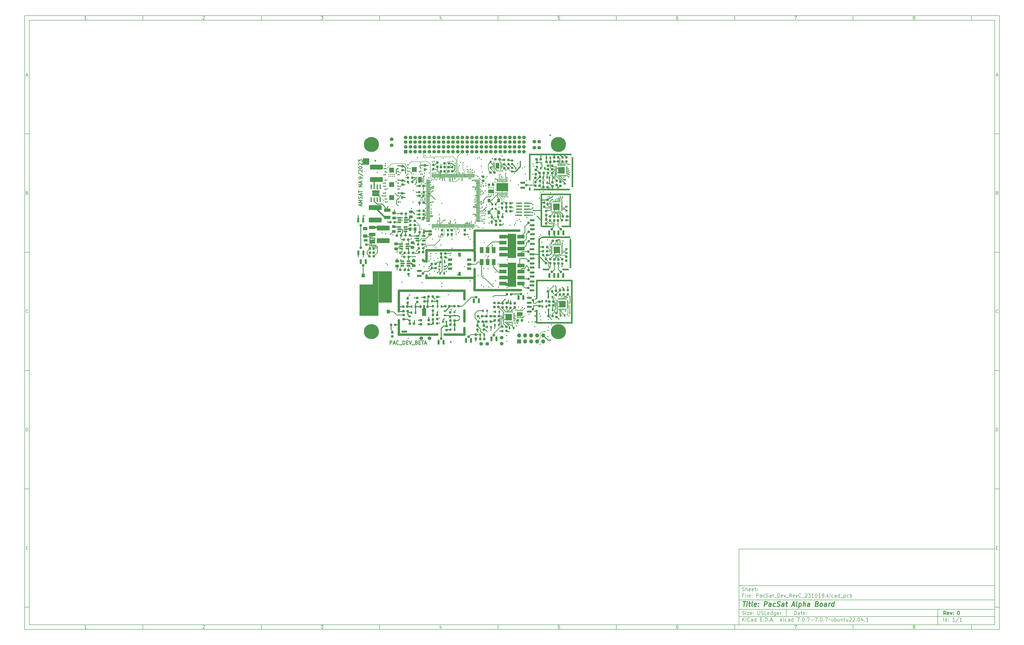
<source format=gbr>
%TF.GenerationSoftware,KiCad,Pcbnew,7.0.7-7.0.7~ubuntu22.04.1*%
%TF.CreationDate,2023-10-23T19:06:16-05:00*%
%TF.ProjectId,PacSat_Dev_RevC_231018,50616353-6174-45f4-9465-765f52657643,0*%
%TF.SameCoordinates,Original*%
%TF.FileFunction,Copper,L1,Top*%
%TF.FilePolarity,Positive*%
%FSLAX46Y46*%
G04 Gerber Fmt 4.6, Leading zero omitted, Abs format (unit mm)*
G04 Created by KiCad (PCBNEW 7.0.7-7.0.7~ubuntu22.04.1) date 2023-10-23 19:06:16*
%MOMM*%
%LPD*%
G01*
G04 APERTURE LIST*
G04 Aperture macros list*
%AMRoundRect*
0 Rectangle with rounded corners*
0 $1 Rounding radius*
0 $2 $3 $4 $5 $6 $7 $8 $9 X,Y pos of 4 corners*
0 Add a 4 corners polygon primitive as box body*
4,1,4,$2,$3,$4,$5,$6,$7,$8,$9,$2,$3,0*
0 Add four circle primitives for the rounded corners*
1,1,$1+$1,$2,$3*
1,1,$1+$1,$4,$5*
1,1,$1+$1,$6,$7*
1,1,$1+$1,$8,$9*
0 Add four rect primitives between the rounded corners*
20,1,$1+$1,$2,$3,$4,$5,0*
20,1,$1+$1,$4,$5,$6,$7,0*
20,1,$1+$1,$6,$7,$8,$9,0*
20,1,$1+$1,$8,$9,$2,$3,0*%
%AMFreePoly0*
4,1,9,3.862500,-0.866500,0.737500,-0.866500,0.737500,-0.450000,-0.737500,-0.450000,-0.737500,0.450000,0.737500,0.450000,0.737500,0.866500,3.862500,0.866500,3.862500,-0.866500,3.862500,-0.866500,$1*%
%AMFreePoly1*
4,1,19,0.500000,-0.750000,0.000000,-0.750000,0.000000,-0.744911,-0.071157,-0.744911,-0.207708,-0.704816,-0.327430,-0.627875,-0.420627,-0.520320,-0.479746,-0.390866,-0.500000,-0.250000,-0.500000,0.250000,-0.479746,0.390866,-0.420627,0.520320,-0.327430,0.627875,-0.207708,0.704816,-0.071157,0.744911,0.000000,0.744911,0.000000,0.750000,0.500000,0.750000,0.500000,-0.750000,0.500000,-0.750000,
$1*%
%AMFreePoly2*
4,1,19,0.000000,0.744911,0.071157,0.744911,0.207708,0.704816,0.327430,0.627875,0.420627,0.520320,0.479746,0.390866,0.500000,0.250000,0.500000,-0.250000,0.479746,-0.390866,0.420627,-0.520320,0.327430,-0.627875,0.207708,-0.704816,0.071157,-0.744911,0.000000,-0.744911,0.000000,-0.750000,-0.500000,-0.750000,-0.500000,0.750000,0.000000,0.750000,0.000000,0.744911,0.000000,0.744911,
$1*%
G04 Aperture macros list end*
%ADD10C,0.100000*%
%ADD11C,0.150000*%
%ADD12C,0.300000*%
%ADD13C,0.400000*%
%TA.AperFunction,NonConductor*%
%ADD14C,0.200000*%
%TD*%
%TA.AperFunction,NonConductor*%
%ADD15C,0.300000*%
%TD*%
%TA.AperFunction,SMDPad,CuDef*%
%ADD16R,1.016000X1.778000*%
%TD*%
%TA.AperFunction,SMDPad,CuDef*%
%ADD17R,1.778000X1.016000*%
%TD*%
%TA.AperFunction,SMDPad,CuDef*%
%ADD18R,1.650000X2.540000*%
%TD*%
%TA.AperFunction,SMDPad,CuDef*%
%ADD19RoundRect,0.237500X-0.237500X0.287500X-0.237500X-0.287500X0.237500X-0.287500X0.237500X0.287500X0*%
%TD*%
%TA.AperFunction,SMDPad,CuDef*%
%ADD20RoundRect,0.237500X-0.287500X-0.237500X0.287500X-0.237500X0.287500X0.237500X-0.287500X0.237500X0*%
%TD*%
%TA.AperFunction,SMDPad,CuDef*%
%ADD21RoundRect,0.237500X0.237500X-0.300000X0.237500X0.300000X-0.237500X0.300000X-0.237500X-0.300000X0*%
%TD*%
%TA.AperFunction,SMDPad,CuDef*%
%ADD22RoundRect,0.237500X0.300000X0.237500X-0.300000X0.237500X-0.300000X-0.237500X0.300000X-0.237500X0*%
%TD*%
%TA.AperFunction,SMDPad,CuDef*%
%ADD23RoundRect,0.237500X-0.237500X0.300000X-0.237500X-0.300000X0.237500X-0.300000X0.237500X0.300000X0*%
%TD*%
%TA.AperFunction,SMDPad,CuDef*%
%ADD24RoundRect,0.237500X0.237500X-0.287500X0.237500X0.287500X-0.237500X0.287500X-0.237500X-0.287500X0*%
%TD*%
%TA.AperFunction,SMDPad,CuDef*%
%ADD25R,0.300000X1.600000*%
%TD*%
%TA.AperFunction,SMDPad,CuDef*%
%ADD26R,1.600000X0.300000*%
%TD*%
%TA.AperFunction,SMDPad,CuDef*%
%ADD27RoundRect,0.250000X-0.475000X0.337500X-0.475000X-0.337500X0.475000X-0.337500X0.475000X0.337500X0*%
%TD*%
%TA.AperFunction,SMDPad,CuDef*%
%ADD28RoundRect,0.237500X0.237500X-0.250000X0.237500X0.250000X-0.237500X0.250000X-0.237500X-0.250000X0*%
%TD*%
%TA.AperFunction,SMDPad,CuDef*%
%ADD29RoundRect,0.237500X-0.300000X-0.237500X0.300000X-0.237500X0.300000X0.237500X-0.300000X0.237500X0*%
%TD*%
%TA.AperFunction,SMDPad,CuDef*%
%ADD30R,0.660400X1.016000*%
%TD*%
%TA.AperFunction,SMDPad,CuDef*%
%ADD31R,0.762000X10.414000*%
%TD*%
%TA.AperFunction,SMDPad,CuDef*%
%ADD32R,18.064480X0.762000*%
%TD*%
%TA.AperFunction,SMDPad,CuDef*%
%ADD33R,0.762000X1.369060*%
%TD*%
%TA.AperFunction,SMDPad,CuDef*%
%ADD34R,0.762000X12.700000*%
%TD*%
%TA.AperFunction,SMDPad,CuDef*%
%ADD35R,15.240000X0.762000*%
%TD*%
%TA.AperFunction,ComponentPad*%
%ADD36C,1.524000*%
%TD*%
%TA.AperFunction,SMDPad,CuDef*%
%ADD37RoundRect,0.237500X0.250000X0.237500X-0.250000X0.237500X-0.250000X-0.237500X0.250000X-0.237500X0*%
%TD*%
%TA.AperFunction,SMDPad,CuDef*%
%ADD38RoundRect,0.237500X-0.250000X-0.237500X0.250000X-0.237500X0.250000X0.237500X-0.250000X0.237500X0*%
%TD*%
%TA.AperFunction,SMDPad,CuDef*%
%ADD39RoundRect,0.249999X-2.450001X0.737501X-2.450001X-0.737501X2.450001X-0.737501X2.450001X0.737501X0*%
%TD*%
%TA.AperFunction,SMDPad,CuDef*%
%ADD40R,0.900000X1.300000*%
%TD*%
%TA.AperFunction,SMDPad,CuDef*%
%ADD41FreePoly0,270.000000*%
%TD*%
%TA.AperFunction,SMDPad,CuDef*%
%ADD42C,0.750000*%
%TD*%
%TA.AperFunction,SMDPad,CuDef*%
%ADD43R,2.000000X2.000000*%
%TD*%
%TA.AperFunction,SMDPad,CuDef*%
%ADD44R,0.600000X0.500000*%
%TD*%
%TA.AperFunction,SMDPad,CuDef*%
%ADD45RoundRect,0.254000X-0.254000X0.254000X-0.254000X-0.254000X0.254000X-0.254000X0.254000X0.254000X0*%
%TD*%
%TA.AperFunction,SMDPad,CuDef*%
%ADD46RoundRect,0.200000X-0.200000X0.800000X-0.200000X-0.800000X0.200000X-0.800000X0.200000X0.800000X0*%
%TD*%
%TA.AperFunction,SMDPad,CuDef*%
%ADD47R,2.390000X1.600000*%
%TD*%
%TA.AperFunction,SMDPad,CuDef*%
%ADD48R,0.460000X0.710000*%
%TD*%
%TA.AperFunction,SMDPad,CuDef*%
%ADD49RoundRect,0.075000X-0.275000X-0.075000X0.275000X-0.075000X0.275000X0.075000X-0.275000X0.075000X0*%
%TD*%
%TA.AperFunction,SMDPad,CuDef*%
%ADD50R,1.580000X2.350000*%
%TD*%
%TA.AperFunction,ComponentPad*%
%ADD51C,6.350000*%
%TD*%
%TA.AperFunction,ComponentPad*%
%ADD52RoundRect,0.290840X-0.471160X-0.471160X0.471160X-0.471160X0.471160X0.471160X-0.471160X0.471160X0*%
%TD*%
%TA.AperFunction,SMDPad,CuDef*%
%ADD53R,2.350000X1.580000*%
%TD*%
%TA.AperFunction,SMDPad,CuDef*%
%ADD54R,0.300000X0.700000*%
%TD*%
%TA.AperFunction,SMDPad,CuDef*%
%ADD55R,0.900000X0.700000*%
%TD*%
%TA.AperFunction,SMDPad,CuDef*%
%ADD56RoundRect,0.237500X-0.237500X0.250000X-0.237500X-0.250000X0.237500X-0.250000X0.237500X0.250000X0*%
%TD*%
%TA.AperFunction,SMDPad,CuDef*%
%ADD57R,1.397000X1.524000*%
%TD*%
%TA.AperFunction,ComponentPad*%
%ADD58C,1.016000*%
%TD*%
%TA.AperFunction,SMDPad,CuDef*%
%ADD59R,5.664200X13.208000*%
%TD*%
%TA.AperFunction,SMDPad,CuDef*%
%ADD60R,2.387600X18.796000*%
%TD*%
%TA.AperFunction,SMDPad,CuDef*%
%ADD61R,1.560000X0.650000*%
%TD*%
%TA.AperFunction,SMDPad,CuDef*%
%ADD62RoundRect,0.250000X0.475000X-0.337500X0.475000X0.337500X-0.475000X0.337500X-0.475000X-0.337500X0*%
%TD*%
%TA.AperFunction,SMDPad,CuDef*%
%ADD63RoundRect,0.250001X1.074999X-0.462499X1.074999X0.462499X-1.074999X0.462499X-1.074999X-0.462499X0*%
%TD*%
%TA.AperFunction,SMDPad,CuDef*%
%ADD64R,1.016000X0.660400*%
%TD*%
%TA.AperFunction,SMDPad,CuDef*%
%ADD65R,3.810000X0.762000*%
%TD*%
%TA.AperFunction,SMDPad,CuDef*%
%ADD66R,0.762000X13.970000*%
%TD*%
%TA.AperFunction,SMDPad,CuDef*%
%ADD67R,12.954000X0.762000*%
%TD*%
%TA.AperFunction,SMDPad,CuDef*%
%ADD68R,0.939800X0.508000*%
%TD*%
%TA.AperFunction,SMDPad,CuDef*%
%ADD69R,0.939800X0.787400*%
%TD*%
%TA.AperFunction,SMDPad,CuDef*%
%ADD70RoundRect,0.218750X-0.256250X0.218750X-0.256250X-0.218750X0.256250X-0.218750X0.256250X0.218750X0*%
%TD*%
%TA.AperFunction,SMDPad,CuDef*%
%ADD71RoundRect,0.200000X0.200000X0.250000X-0.200000X0.250000X-0.200000X-0.250000X0.200000X-0.250000X0*%
%TD*%
%TA.AperFunction,SMDPad,CuDef*%
%ADD72RoundRect,0.250000X0.337500X0.475000X-0.337500X0.475000X-0.337500X-0.475000X0.337500X-0.475000X0*%
%TD*%
%TA.AperFunction,SMDPad,CuDef*%
%ADD73RoundRect,0.250000X0.650000X-0.412500X0.650000X0.412500X-0.650000X0.412500X-0.650000X-0.412500X0*%
%TD*%
%TA.AperFunction,SMDPad,CuDef*%
%ADD74R,2.794000X2.794000*%
%TD*%
%TA.AperFunction,SMDPad,CuDef*%
%ADD75R,0.650000X0.350000*%
%TD*%
%TA.AperFunction,SMDPad,CuDef*%
%ADD76R,0.350000X0.650000*%
%TD*%
%TA.AperFunction,SMDPad,CuDef*%
%ADD77FreePoly1,270.000000*%
%TD*%
%TA.AperFunction,SMDPad,CuDef*%
%ADD78FreePoly2,270.000000*%
%TD*%
%TA.AperFunction,SMDPad,CuDef*%
%ADD79R,0.350000X0.700000*%
%TD*%
%TA.AperFunction,SMDPad,CuDef*%
%ADD80RoundRect,0.100000X0.100000X-0.687500X0.100000X0.687500X-0.100000X0.687500X-0.100000X-0.687500X0*%
%TD*%
%TA.AperFunction,SMDPad,CuDef*%
%ADD81R,5.000000X3.400000*%
%TD*%
%TA.AperFunction,ComponentPad*%
%ADD82O,2.540000X0.889000*%
%TD*%
%TA.AperFunction,SMDPad,CuDef*%
%ADD83R,14.935200X0.762000*%
%TD*%
%TA.AperFunction,SMDPad,CuDef*%
%ADD84R,0.762000X5.740400*%
%TD*%
%TA.AperFunction,SMDPad,CuDef*%
%ADD85R,0.762000X7.874000*%
%TD*%
%TA.AperFunction,SMDPad,CuDef*%
%ADD86R,0.762000X18.542000*%
%TD*%
%TA.AperFunction,SMDPad,CuDef*%
%ADD87RoundRect,0.249999X2.450001X-0.737501X2.450001X0.737501X-2.450001X0.737501X-2.450001X-0.737501X0*%
%TD*%
%TA.AperFunction,ComponentPad*%
%ADD88C,1.000000*%
%TD*%
%TA.AperFunction,SMDPad,CuDef*%
%ADD89R,2.540000X0.508000*%
%TD*%
%TA.AperFunction,SMDPad,CuDef*%
%ADD90R,0.700000X0.900000*%
%TD*%
%TA.AperFunction,SMDPad,CuDef*%
%ADD91R,0.700000X0.350000*%
%TD*%
%TA.AperFunction,SMDPad,CuDef*%
%ADD92R,3.048000X1.524000*%
%TD*%
%TA.AperFunction,SMDPad,CuDef*%
%ADD93R,3.556000X10.160000*%
%TD*%
%TA.AperFunction,SMDPad,CuDef*%
%ADD94RoundRect,0.250001X-1.074999X0.462499X-1.074999X-0.462499X1.074999X-0.462499X1.074999X0.462499X0*%
%TD*%
%TA.AperFunction,SMDPad,CuDef*%
%ADD95R,2.794000X0.762000*%
%TD*%
%TA.AperFunction,SMDPad,CuDef*%
%ADD96R,12.090400X0.762000*%
%TD*%
%TA.AperFunction,SMDPad,CuDef*%
%ADD97R,0.762000X12.446000*%
%TD*%
%TA.AperFunction,SMDPad,CuDef*%
%ADD98RoundRect,0.100000X0.100000X-0.217500X0.100000X0.217500X-0.100000X0.217500X-0.100000X-0.217500X0*%
%TD*%
%TA.AperFunction,SMDPad,CuDef*%
%ADD99RoundRect,0.254000X0.254000X-0.254000X0.254000X0.254000X-0.254000X0.254000X-0.254000X-0.254000X0*%
%TD*%
%TA.AperFunction,SMDPad,CuDef*%
%ADD100RoundRect,0.200000X0.200000X-0.800000X0.200000X0.800000X-0.200000X0.800000X-0.200000X-0.800000X0*%
%TD*%
%TA.AperFunction,SMDPad,CuDef*%
%ADD101R,1.300000X1.600000*%
%TD*%
%TA.AperFunction,SMDPad,CuDef*%
%ADD102R,0.610000X1.910000*%
%TD*%
%TA.AperFunction,SMDPad,CuDef*%
%ADD103R,1.550000X1.205000*%
%TD*%
%TA.AperFunction,ComponentPad*%
%ADD104R,1.700000X1.700000*%
%TD*%
%TA.AperFunction,ComponentPad*%
%ADD105O,1.700000X1.700000*%
%TD*%
%TA.AperFunction,ComponentPad*%
%ADD106RoundRect,0.254000X0.254000X-0.254000X0.254000X0.254000X-0.254000X0.254000X-0.254000X-0.254000X0*%
%TD*%
%TA.AperFunction,ComponentPad*%
%ADD107RoundRect,0.200000X0.200000X-0.800000X0.200000X0.800000X-0.200000X0.800000X-0.200000X-0.800000X0*%
%TD*%
%TA.AperFunction,ComponentPad*%
%ADD108RoundRect,0.254000X0.254000X0.254000X-0.254000X0.254000X-0.254000X-0.254000X0.254000X-0.254000X0*%
%TD*%
%TA.AperFunction,ComponentPad*%
%ADD109RoundRect,0.200000X0.800000X0.200000X-0.800000X0.200000X-0.800000X-0.200000X0.800000X-0.200000X0*%
%TD*%
%TA.AperFunction,ComponentPad*%
%ADD110RoundRect,0.254000X-0.254000X0.254000X-0.254000X-0.254000X0.254000X-0.254000X0.254000X0.254000X0*%
%TD*%
%TA.AperFunction,ComponentPad*%
%ADD111RoundRect,0.200000X-0.200000X0.800000X-0.200000X-0.800000X0.200000X-0.800000X0.200000X0.800000X0*%
%TD*%
%TA.AperFunction,ComponentPad*%
%ADD112RoundRect,0.254000X-0.254000X-0.254000X0.254000X-0.254000X0.254000X0.254000X-0.254000X0.254000X0*%
%TD*%
%TA.AperFunction,ComponentPad*%
%ADD113RoundRect,0.200000X-0.800000X-0.200000X0.800000X-0.200000X0.800000X0.200000X-0.800000X0.200000X0*%
%TD*%
%TA.AperFunction,ViaPad*%
%ADD114C,0.508000*%
%TD*%
%TA.AperFunction,Conductor*%
%ADD115C,0.330200*%
%TD*%
%TA.AperFunction,Conductor*%
%ADD116C,0.254000*%
%TD*%
%TA.AperFunction,Conductor*%
%ADD117C,0.304800*%
%TD*%
%TA.AperFunction,Conductor*%
%ADD118C,0.152400*%
%TD*%
%TA.AperFunction,Conductor*%
%ADD119C,0.203200*%
%TD*%
%TA.AperFunction,Conductor*%
%ADD120C,0.381000*%
%TD*%
%TA.AperFunction,Conductor*%
%ADD121C,1.016000*%
%TD*%
%TA.AperFunction,Conductor*%
%ADD122C,0.508000*%
%TD*%
%TA.AperFunction,Conductor*%
%ADD123C,1.270000*%
%TD*%
%TA.AperFunction,Conductor*%
%ADD124C,0.127000*%
%TD*%
%TA.AperFunction,Conductor*%
%ADD125C,0.635000*%
%TD*%
%TA.AperFunction,Conductor*%
%ADD126C,0.762000*%
%TD*%
%TA.AperFunction,Conductor*%
%ADD127C,0.345440*%
%TD*%
G04 APERTURE END LIST*
D10*
D11*
X311800000Y-235400000D02*
X419800000Y-235400000D01*
X419800000Y-267400000D01*
X311800000Y-267400000D01*
X311800000Y-235400000D01*
D10*
D11*
X10000000Y-10000000D02*
X421800000Y-10000000D01*
X421800000Y-269400000D01*
X10000000Y-269400000D01*
X10000000Y-10000000D01*
D10*
D11*
X12000000Y-12000000D02*
X419800000Y-12000000D01*
X419800000Y-267400000D01*
X12000000Y-267400000D01*
X12000000Y-12000000D01*
D10*
D11*
X60000000Y-12000000D02*
X60000000Y-10000000D01*
D10*
D11*
X110000000Y-12000000D02*
X110000000Y-10000000D01*
D10*
D11*
X160000000Y-12000000D02*
X160000000Y-10000000D01*
D10*
D11*
X210000000Y-12000000D02*
X210000000Y-10000000D01*
D10*
D11*
X260000000Y-12000000D02*
X260000000Y-10000000D01*
D10*
D11*
X310000000Y-12000000D02*
X310000000Y-10000000D01*
D10*
D11*
X360000000Y-12000000D02*
X360000000Y-10000000D01*
D10*
D11*
X410000000Y-12000000D02*
X410000000Y-10000000D01*
D10*
D11*
X36089160Y-11593604D02*
X35346303Y-11593604D01*
X35717731Y-11593604D02*
X35717731Y-10293604D01*
X35717731Y-10293604D02*
X35593922Y-10479319D01*
X35593922Y-10479319D02*
X35470112Y-10603128D01*
X35470112Y-10603128D02*
X35346303Y-10665033D01*
D10*
D11*
X85346303Y-10417414D02*
X85408207Y-10355509D01*
X85408207Y-10355509D02*
X85532017Y-10293604D01*
X85532017Y-10293604D02*
X85841541Y-10293604D01*
X85841541Y-10293604D02*
X85965350Y-10355509D01*
X85965350Y-10355509D02*
X86027255Y-10417414D01*
X86027255Y-10417414D02*
X86089160Y-10541223D01*
X86089160Y-10541223D02*
X86089160Y-10665033D01*
X86089160Y-10665033D02*
X86027255Y-10850747D01*
X86027255Y-10850747D02*
X85284398Y-11593604D01*
X85284398Y-11593604D02*
X86089160Y-11593604D01*
D10*
D11*
X135284398Y-10293604D02*
X136089160Y-10293604D01*
X136089160Y-10293604D02*
X135655826Y-10788842D01*
X135655826Y-10788842D02*
X135841541Y-10788842D01*
X135841541Y-10788842D02*
X135965350Y-10850747D01*
X135965350Y-10850747D02*
X136027255Y-10912652D01*
X136027255Y-10912652D02*
X136089160Y-11036461D01*
X136089160Y-11036461D02*
X136089160Y-11345985D01*
X136089160Y-11345985D02*
X136027255Y-11469795D01*
X136027255Y-11469795D02*
X135965350Y-11531700D01*
X135965350Y-11531700D02*
X135841541Y-11593604D01*
X135841541Y-11593604D02*
X135470112Y-11593604D01*
X135470112Y-11593604D02*
X135346303Y-11531700D01*
X135346303Y-11531700D02*
X135284398Y-11469795D01*
D10*
D11*
X185965350Y-10726938D02*
X185965350Y-11593604D01*
X185655826Y-10231700D02*
X185346303Y-11160271D01*
X185346303Y-11160271D02*
X186151064Y-11160271D01*
D10*
D11*
X236027255Y-10293604D02*
X235408207Y-10293604D01*
X235408207Y-10293604D02*
X235346303Y-10912652D01*
X235346303Y-10912652D02*
X235408207Y-10850747D01*
X235408207Y-10850747D02*
X235532017Y-10788842D01*
X235532017Y-10788842D02*
X235841541Y-10788842D01*
X235841541Y-10788842D02*
X235965350Y-10850747D01*
X235965350Y-10850747D02*
X236027255Y-10912652D01*
X236027255Y-10912652D02*
X236089160Y-11036461D01*
X236089160Y-11036461D02*
X236089160Y-11345985D01*
X236089160Y-11345985D02*
X236027255Y-11469795D01*
X236027255Y-11469795D02*
X235965350Y-11531700D01*
X235965350Y-11531700D02*
X235841541Y-11593604D01*
X235841541Y-11593604D02*
X235532017Y-11593604D01*
X235532017Y-11593604D02*
X235408207Y-11531700D01*
X235408207Y-11531700D02*
X235346303Y-11469795D01*
D10*
D11*
X285965350Y-10293604D02*
X285717731Y-10293604D01*
X285717731Y-10293604D02*
X285593922Y-10355509D01*
X285593922Y-10355509D02*
X285532017Y-10417414D01*
X285532017Y-10417414D02*
X285408207Y-10603128D01*
X285408207Y-10603128D02*
X285346303Y-10850747D01*
X285346303Y-10850747D02*
X285346303Y-11345985D01*
X285346303Y-11345985D02*
X285408207Y-11469795D01*
X285408207Y-11469795D02*
X285470112Y-11531700D01*
X285470112Y-11531700D02*
X285593922Y-11593604D01*
X285593922Y-11593604D02*
X285841541Y-11593604D01*
X285841541Y-11593604D02*
X285965350Y-11531700D01*
X285965350Y-11531700D02*
X286027255Y-11469795D01*
X286027255Y-11469795D02*
X286089160Y-11345985D01*
X286089160Y-11345985D02*
X286089160Y-11036461D01*
X286089160Y-11036461D02*
X286027255Y-10912652D01*
X286027255Y-10912652D02*
X285965350Y-10850747D01*
X285965350Y-10850747D02*
X285841541Y-10788842D01*
X285841541Y-10788842D02*
X285593922Y-10788842D01*
X285593922Y-10788842D02*
X285470112Y-10850747D01*
X285470112Y-10850747D02*
X285408207Y-10912652D01*
X285408207Y-10912652D02*
X285346303Y-11036461D01*
D10*
D11*
X335284398Y-10293604D02*
X336151064Y-10293604D01*
X336151064Y-10293604D02*
X335593922Y-11593604D01*
D10*
D11*
X385593922Y-10850747D02*
X385470112Y-10788842D01*
X385470112Y-10788842D02*
X385408207Y-10726938D01*
X385408207Y-10726938D02*
X385346303Y-10603128D01*
X385346303Y-10603128D02*
X385346303Y-10541223D01*
X385346303Y-10541223D02*
X385408207Y-10417414D01*
X385408207Y-10417414D02*
X385470112Y-10355509D01*
X385470112Y-10355509D02*
X385593922Y-10293604D01*
X385593922Y-10293604D02*
X385841541Y-10293604D01*
X385841541Y-10293604D02*
X385965350Y-10355509D01*
X385965350Y-10355509D02*
X386027255Y-10417414D01*
X386027255Y-10417414D02*
X386089160Y-10541223D01*
X386089160Y-10541223D02*
X386089160Y-10603128D01*
X386089160Y-10603128D02*
X386027255Y-10726938D01*
X386027255Y-10726938D02*
X385965350Y-10788842D01*
X385965350Y-10788842D02*
X385841541Y-10850747D01*
X385841541Y-10850747D02*
X385593922Y-10850747D01*
X385593922Y-10850747D02*
X385470112Y-10912652D01*
X385470112Y-10912652D02*
X385408207Y-10974557D01*
X385408207Y-10974557D02*
X385346303Y-11098366D01*
X385346303Y-11098366D02*
X385346303Y-11345985D01*
X385346303Y-11345985D02*
X385408207Y-11469795D01*
X385408207Y-11469795D02*
X385470112Y-11531700D01*
X385470112Y-11531700D02*
X385593922Y-11593604D01*
X385593922Y-11593604D02*
X385841541Y-11593604D01*
X385841541Y-11593604D02*
X385965350Y-11531700D01*
X385965350Y-11531700D02*
X386027255Y-11469795D01*
X386027255Y-11469795D02*
X386089160Y-11345985D01*
X386089160Y-11345985D02*
X386089160Y-11098366D01*
X386089160Y-11098366D02*
X386027255Y-10974557D01*
X386027255Y-10974557D02*
X385965350Y-10912652D01*
X385965350Y-10912652D02*
X385841541Y-10850747D01*
D10*
D11*
X60000000Y-267400000D02*
X60000000Y-269400000D01*
D10*
D11*
X110000000Y-267400000D02*
X110000000Y-269400000D01*
D10*
D11*
X160000000Y-267400000D02*
X160000000Y-269400000D01*
D10*
D11*
X210000000Y-267400000D02*
X210000000Y-269400000D01*
D10*
D11*
X260000000Y-267400000D02*
X260000000Y-269400000D01*
D10*
D11*
X310000000Y-267400000D02*
X310000000Y-269400000D01*
D10*
D11*
X360000000Y-267400000D02*
X360000000Y-269400000D01*
D10*
D11*
X410000000Y-267400000D02*
X410000000Y-269400000D01*
D10*
D11*
X36089160Y-268993604D02*
X35346303Y-268993604D01*
X35717731Y-268993604D02*
X35717731Y-267693604D01*
X35717731Y-267693604D02*
X35593922Y-267879319D01*
X35593922Y-267879319D02*
X35470112Y-268003128D01*
X35470112Y-268003128D02*
X35346303Y-268065033D01*
D10*
D11*
X85346303Y-267817414D02*
X85408207Y-267755509D01*
X85408207Y-267755509D02*
X85532017Y-267693604D01*
X85532017Y-267693604D02*
X85841541Y-267693604D01*
X85841541Y-267693604D02*
X85965350Y-267755509D01*
X85965350Y-267755509D02*
X86027255Y-267817414D01*
X86027255Y-267817414D02*
X86089160Y-267941223D01*
X86089160Y-267941223D02*
X86089160Y-268065033D01*
X86089160Y-268065033D02*
X86027255Y-268250747D01*
X86027255Y-268250747D02*
X85284398Y-268993604D01*
X85284398Y-268993604D02*
X86089160Y-268993604D01*
D10*
D11*
X135284398Y-267693604D02*
X136089160Y-267693604D01*
X136089160Y-267693604D02*
X135655826Y-268188842D01*
X135655826Y-268188842D02*
X135841541Y-268188842D01*
X135841541Y-268188842D02*
X135965350Y-268250747D01*
X135965350Y-268250747D02*
X136027255Y-268312652D01*
X136027255Y-268312652D02*
X136089160Y-268436461D01*
X136089160Y-268436461D02*
X136089160Y-268745985D01*
X136089160Y-268745985D02*
X136027255Y-268869795D01*
X136027255Y-268869795D02*
X135965350Y-268931700D01*
X135965350Y-268931700D02*
X135841541Y-268993604D01*
X135841541Y-268993604D02*
X135470112Y-268993604D01*
X135470112Y-268993604D02*
X135346303Y-268931700D01*
X135346303Y-268931700D02*
X135284398Y-268869795D01*
D10*
D11*
X185965350Y-268126938D02*
X185965350Y-268993604D01*
X185655826Y-267631700D02*
X185346303Y-268560271D01*
X185346303Y-268560271D02*
X186151064Y-268560271D01*
D10*
D11*
X236027255Y-267693604D02*
X235408207Y-267693604D01*
X235408207Y-267693604D02*
X235346303Y-268312652D01*
X235346303Y-268312652D02*
X235408207Y-268250747D01*
X235408207Y-268250747D02*
X235532017Y-268188842D01*
X235532017Y-268188842D02*
X235841541Y-268188842D01*
X235841541Y-268188842D02*
X235965350Y-268250747D01*
X235965350Y-268250747D02*
X236027255Y-268312652D01*
X236027255Y-268312652D02*
X236089160Y-268436461D01*
X236089160Y-268436461D02*
X236089160Y-268745985D01*
X236089160Y-268745985D02*
X236027255Y-268869795D01*
X236027255Y-268869795D02*
X235965350Y-268931700D01*
X235965350Y-268931700D02*
X235841541Y-268993604D01*
X235841541Y-268993604D02*
X235532017Y-268993604D01*
X235532017Y-268993604D02*
X235408207Y-268931700D01*
X235408207Y-268931700D02*
X235346303Y-268869795D01*
D10*
D11*
X285965350Y-267693604D02*
X285717731Y-267693604D01*
X285717731Y-267693604D02*
X285593922Y-267755509D01*
X285593922Y-267755509D02*
X285532017Y-267817414D01*
X285532017Y-267817414D02*
X285408207Y-268003128D01*
X285408207Y-268003128D02*
X285346303Y-268250747D01*
X285346303Y-268250747D02*
X285346303Y-268745985D01*
X285346303Y-268745985D02*
X285408207Y-268869795D01*
X285408207Y-268869795D02*
X285470112Y-268931700D01*
X285470112Y-268931700D02*
X285593922Y-268993604D01*
X285593922Y-268993604D02*
X285841541Y-268993604D01*
X285841541Y-268993604D02*
X285965350Y-268931700D01*
X285965350Y-268931700D02*
X286027255Y-268869795D01*
X286027255Y-268869795D02*
X286089160Y-268745985D01*
X286089160Y-268745985D02*
X286089160Y-268436461D01*
X286089160Y-268436461D02*
X286027255Y-268312652D01*
X286027255Y-268312652D02*
X285965350Y-268250747D01*
X285965350Y-268250747D02*
X285841541Y-268188842D01*
X285841541Y-268188842D02*
X285593922Y-268188842D01*
X285593922Y-268188842D02*
X285470112Y-268250747D01*
X285470112Y-268250747D02*
X285408207Y-268312652D01*
X285408207Y-268312652D02*
X285346303Y-268436461D01*
D10*
D11*
X335284398Y-267693604D02*
X336151064Y-267693604D01*
X336151064Y-267693604D02*
X335593922Y-268993604D01*
D10*
D11*
X385593922Y-268250747D02*
X385470112Y-268188842D01*
X385470112Y-268188842D02*
X385408207Y-268126938D01*
X385408207Y-268126938D02*
X385346303Y-268003128D01*
X385346303Y-268003128D02*
X385346303Y-267941223D01*
X385346303Y-267941223D02*
X385408207Y-267817414D01*
X385408207Y-267817414D02*
X385470112Y-267755509D01*
X385470112Y-267755509D02*
X385593922Y-267693604D01*
X385593922Y-267693604D02*
X385841541Y-267693604D01*
X385841541Y-267693604D02*
X385965350Y-267755509D01*
X385965350Y-267755509D02*
X386027255Y-267817414D01*
X386027255Y-267817414D02*
X386089160Y-267941223D01*
X386089160Y-267941223D02*
X386089160Y-268003128D01*
X386089160Y-268003128D02*
X386027255Y-268126938D01*
X386027255Y-268126938D02*
X385965350Y-268188842D01*
X385965350Y-268188842D02*
X385841541Y-268250747D01*
X385841541Y-268250747D02*
X385593922Y-268250747D01*
X385593922Y-268250747D02*
X385470112Y-268312652D01*
X385470112Y-268312652D02*
X385408207Y-268374557D01*
X385408207Y-268374557D02*
X385346303Y-268498366D01*
X385346303Y-268498366D02*
X385346303Y-268745985D01*
X385346303Y-268745985D02*
X385408207Y-268869795D01*
X385408207Y-268869795D02*
X385470112Y-268931700D01*
X385470112Y-268931700D02*
X385593922Y-268993604D01*
X385593922Y-268993604D02*
X385841541Y-268993604D01*
X385841541Y-268993604D02*
X385965350Y-268931700D01*
X385965350Y-268931700D02*
X386027255Y-268869795D01*
X386027255Y-268869795D02*
X386089160Y-268745985D01*
X386089160Y-268745985D02*
X386089160Y-268498366D01*
X386089160Y-268498366D02*
X386027255Y-268374557D01*
X386027255Y-268374557D02*
X385965350Y-268312652D01*
X385965350Y-268312652D02*
X385841541Y-268250747D01*
D10*
D11*
X10000000Y-60000000D02*
X12000000Y-60000000D01*
D10*
D11*
X10000000Y-110000000D02*
X12000000Y-110000000D01*
D10*
D11*
X10000000Y-160000000D02*
X12000000Y-160000000D01*
D10*
D11*
X10000000Y-210000000D02*
X12000000Y-210000000D01*
D10*
D11*
X10000000Y-260000000D02*
X12000000Y-260000000D01*
D10*
D11*
X10690476Y-35222176D02*
X11309523Y-35222176D01*
X10566666Y-35593604D02*
X10999999Y-34293604D01*
X10999999Y-34293604D02*
X11433333Y-35593604D01*
D10*
D11*
X11092857Y-84912652D02*
X11278571Y-84974557D01*
X11278571Y-84974557D02*
X11340476Y-85036461D01*
X11340476Y-85036461D02*
X11402380Y-85160271D01*
X11402380Y-85160271D02*
X11402380Y-85345985D01*
X11402380Y-85345985D02*
X11340476Y-85469795D01*
X11340476Y-85469795D02*
X11278571Y-85531700D01*
X11278571Y-85531700D02*
X11154761Y-85593604D01*
X11154761Y-85593604D02*
X10659523Y-85593604D01*
X10659523Y-85593604D02*
X10659523Y-84293604D01*
X10659523Y-84293604D02*
X11092857Y-84293604D01*
X11092857Y-84293604D02*
X11216666Y-84355509D01*
X11216666Y-84355509D02*
X11278571Y-84417414D01*
X11278571Y-84417414D02*
X11340476Y-84541223D01*
X11340476Y-84541223D02*
X11340476Y-84665033D01*
X11340476Y-84665033D02*
X11278571Y-84788842D01*
X11278571Y-84788842D02*
X11216666Y-84850747D01*
X11216666Y-84850747D02*
X11092857Y-84912652D01*
X11092857Y-84912652D02*
X10659523Y-84912652D01*
D10*
D11*
X11402380Y-135469795D02*
X11340476Y-135531700D01*
X11340476Y-135531700D02*
X11154761Y-135593604D01*
X11154761Y-135593604D02*
X11030952Y-135593604D01*
X11030952Y-135593604D02*
X10845238Y-135531700D01*
X10845238Y-135531700D02*
X10721428Y-135407890D01*
X10721428Y-135407890D02*
X10659523Y-135284080D01*
X10659523Y-135284080D02*
X10597619Y-135036461D01*
X10597619Y-135036461D02*
X10597619Y-134850747D01*
X10597619Y-134850747D02*
X10659523Y-134603128D01*
X10659523Y-134603128D02*
X10721428Y-134479319D01*
X10721428Y-134479319D02*
X10845238Y-134355509D01*
X10845238Y-134355509D02*
X11030952Y-134293604D01*
X11030952Y-134293604D02*
X11154761Y-134293604D01*
X11154761Y-134293604D02*
X11340476Y-134355509D01*
X11340476Y-134355509D02*
X11402380Y-134417414D01*
D10*
D11*
X10659523Y-185593604D02*
X10659523Y-184293604D01*
X10659523Y-184293604D02*
X10969047Y-184293604D01*
X10969047Y-184293604D02*
X11154761Y-184355509D01*
X11154761Y-184355509D02*
X11278571Y-184479319D01*
X11278571Y-184479319D02*
X11340476Y-184603128D01*
X11340476Y-184603128D02*
X11402380Y-184850747D01*
X11402380Y-184850747D02*
X11402380Y-185036461D01*
X11402380Y-185036461D02*
X11340476Y-185284080D01*
X11340476Y-185284080D02*
X11278571Y-185407890D01*
X11278571Y-185407890D02*
X11154761Y-185531700D01*
X11154761Y-185531700D02*
X10969047Y-185593604D01*
X10969047Y-185593604D02*
X10659523Y-185593604D01*
D10*
D11*
X10721428Y-234912652D02*
X11154762Y-234912652D01*
X11340476Y-235593604D02*
X10721428Y-235593604D01*
X10721428Y-235593604D02*
X10721428Y-234293604D01*
X10721428Y-234293604D02*
X11340476Y-234293604D01*
D10*
D11*
X421800000Y-60000000D02*
X419800000Y-60000000D01*
D10*
D11*
X421800000Y-110000000D02*
X419800000Y-110000000D01*
D10*
D11*
X421800000Y-160000000D02*
X419800000Y-160000000D01*
D10*
D11*
X421800000Y-210000000D02*
X419800000Y-210000000D01*
D10*
D11*
X421800000Y-260000000D02*
X419800000Y-260000000D01*
D10*
D11*
X420490476Y-35222176D02*
X421109523Y-35222176D01*
X420366666Y-35593604D02*
X420799999Y-34293604D01*
X420799999Y-34293604D02*
X421233333Y-35593604D01*
D10*
D11*
X420892857Y-84912652D02*
X421078571Y-84974557D01*
X421078571Y-84974557D02*
X421140476Y-85036461D01*
X421140476Y-85036461D02*
X421202380Y-85160271D01*
X421202380Y-85160271D02*
X421202380Y-85345985D01*
X421202380Y-85345985D02*
X421140476Y-85469795D01*
X421140476Y-85469795D02*
X421078571Y-85531700D01*
X421078571Y-85531700D02*
X420954761Y-85593604D01*
X420954761Y-85593604D02*
X420459523Y-85593604D01*
X420459523Y-85593604D02*
X420459523Y-84293604D01*
X420459523Y-84293604D02*
X420892857Y-84293604D01*
X420892857Y-84293604D02*
X421016666Y-84355509D01*
X421016666Y-84355509D02*
X421078571Y-84417414D01*
X421078571Y-84417414D02*
X421140476Y-84541223D01*
X421140476Y-84541223D02*
X421140476Y-84665033D01*
X421140476Y-84665033D02*
X421078571Y-84788842D01*
X421078571Y-84788842D02*
X421016666Y-84850747D01*
X421016666Y-84850747D02*
X420892857Y-84912652D01*
X420892857Y-84912652D02*
X420459523Y-84912652D01*
D10*
D11*
X421202380Y-135469795D02*
X421140476Y-135531700D01*
X421140476Y-135531700D02*
X420954761Y-135593604D01*
X420954761Y-135593604D02*
X420830952Y-135593604D01*
X420830952Y-135593604D02*
X420645238Y-135531700D01*
X420645238Y-135531700D02*
X420521428Y-135407890D01*
X420521428Y-135407890D02*
X420459523Y-135284080D01*
X420459523Y-135284080D02*
X420397619Y-135036461D01*
X420397619Y-135036461D02*
X420397619Y-134850747D01*
X420397619Y-134850747D02*
X420459523Y-134603128D01*
X420459523Y-134603128D02*
X420521428Y-134479319D01*
X420521428Y-134479319D02*
X420645238Y-134355509D01*
X420645238Y-134355509D02*
X420830952Y-134293604D01*
X420830952Y-134293604D02*
X420954761Y-134293604D01*
X420954761Y-134293604D02*
X421140476Y-134355509D01*
X421140476Y-134355509D02*
X421202380Y-134417414D01*
D10*
D11*
X420459523Y-185593604D02*
X420459523Y-184293604D01*
X420459523Y-184293604D02*
X420769047Y-184293604D01*
X420769047Y-184293604D02*
X420954761Y-184355509D01*
X420954761Y-184355509D02*
X421078571Y-184479319D01*
X421078571Y-184479319D02*
X421140476Y-184603128D01*
X421140476Y-184603128D02*
X421202380Y-184850747D01*
X421202380Y-184850747D02*
X421202380Y-185036461D01*
X421202380Y-185036461D02*
X421140476Y-185284080D01*
X421140476Y-185284080D02*
X421078571Y-185407890D01*
X421078571Y-185407890D02*
X420954761Y-185531700D01*
X420954761Y-185531700D02*
X420769047Y-185593604D01*
X420769047Y-185593604D02*
X420459523Y-185593604D01*
D10*
D11*
X420521428Y-234912652D02*
X420954762Y-234912652D01*
X421140476Y-235593604D02*
X420521428Y-235593604D01*
X420521428Y-235593604D02*
X420521428Y-234293604D01*
X420521428Y-234293604D02*
X421140476Y-234293604D01*
D10*
D11*
X335255826Y-263186128D02*
X335255826Y-261686128D01*
X335255826Y-261686128D02*
X335612969Y-261686128D01*
X335612969Y-261686128D02*
X335827255Y-261757557D01*
X335827255Y-261757557D02*
X335970112Y-261900414D01*
X335970112Y-261900414D02*
X336041541Y-262043271D01*
X336041541Y-262043271D02*
X336112969Y-262328985D01*
X336112969Y-262328985D02*
X336112969Y-262543271D01*
X336112969Y-262543271D02*
X336041541Y-262828985D01*
X336041541Y-262828985D02*
X335970112Y-262971842D01*
X335970112Y-262971842D02*
X335827255Y-263114700D01*
X335827255Y-263114700D02*
X335612969Y-263186128D01*
X335612969Y-263186128D02*
X335255826Y-263186128D01*
X337398684Y-263186128D02*
X337398684Y-262400414D01*
X337398684Y-262400414D02*
X337327255Y-262257557D01*
X337327255Y-262257557D02*
X337184398Y-262186128D01*
X337184398Y-262186128D02*
X336898684Y-262186128D01*
X336898684Y-262186128D02*
X336755826Y-262257557D01*
X337398684Y-263114700D02*
X337255826Y-263186128D01*
X337255826Y-263186128D02*
X336898684Y-263186128D01*
X336898684Y-263186128D02*
X336755826Y-263114700D01*
X336755826Y-263114700D02*
X336684398Y-262971842D01*
X336684398Y-262971842D02*
X336684398Y-262828985D01*
X336684398Y-262828985D02*
X336755826Y-262686128D01*
X336755826Y-262686128D02*
X336898684Y-262614700D01*
X336898684Y-262614700D02*
X337255826Y-262614700D01*
X337255826Y-262614700D02*
X337398684Y-262543271D01*
X337898684Y-262186128D02*
X338470112Y-262186128D01*
X338112969Y-261686128D02*
X338112969Y-262971842D01*
X338112969Y-262971842D02*
X338184398Y-263114700D01*
X338184398Y-263114700D02*
X338327255Y-263186128D01*
X338327255Y-263186128D02*
X338470112Y-263186128D01*
X339541541Y-263114700D02*
X339398684Y-263186128D01*
X339398684Y-263186128D02*
X339112970Y-263186128D01*
X339112970Y-263186128D02*
X338970112Y-263114700D01*
X338970112Y-263114700D02*
X338898684Y-262971842D01*
X338898684Y-262971842D02*
X338898684Y-262400414D01*
X338898684Y-262400414D02*
X338970112Y-262257557D01*
X338970112Y-262257557D02*
X339112970Y-262186128D01*
X339112970Y-262186128D02*
X339398684Y-262186128D01*
X339398684Y-262186128D02*
X339541541Y-262257557D01*
X339541541Y-262257557D02*
X339612970Y-262400414D01*
X339612970Y-262400414D02*
X339612970Y-262543271D01*
X339612970Y-262543271D02*
X338898684Y-262686128D01*
X340255826Y-263043271D02*
X340327255Y-263114700D01*
X340327255Y-263114700D02*
X340255826Y-263186128D01*
X340255826Y-263186128D02*
X340184398Y-263114700D01*
X340184398Y-263114700D02*
X340255826Y-263043271D01*
X340255826Y-263043271D02*
X340255826Y-263186128D01*
X340255826Y-262257557D02*
X340327255Y-262328985D01*
X340327255Y-262328985D02*
X340255826Y-262400414D01*
X340255826Y-262400414D02*
X340184398Y-262328985D01*
X340184398Y-262328985D02*
X340255826Y-262257557D01*
X340255826Y-262257557D02*
X340255826Y-262400414D01*
D10*
D11*
X311800000Y-263900000D02*
X419800000Y-263900000D01*
D10*
D11*
X313255826Y-265986128D02*
X313255826Y-264486128D01*
X314112969Y-265986128D02*
X313470112Y-265128985D01*
X314112969Y-264486128D02*
X313255826Y-265343271D01*
X314755826Y-265986128D02*
X314755826Y-264986128D01*
X314755826Y-264486128D02*
X314684398Y-264557557D01*
X314684398Y-264557557D02*
X314755826Y-264628985D01*
X314755826Y-264628985D02*
X314827255Y-264557557D01*
X314827255Y-264557557D02*
X314755826Y-264486128D01*
X314755826Y-264486128D02*
X314755826Y-264628985D01*
X316327255Y-265843271D02*
X316255827Y-265914700D01*
X316255827Y-265914700D02*
X316041541Y-265986128D01*
X316041541Y-265986128D02*
X315898684Y-265986128D01*
X315898684Y-265986128D02*
X315684398Y-265914700D01*
X315684398Y-265914700D02*
X315541541Y-265771842D01*
X315541541Y-265771842D02*
X315470112Y-265628985D01*
X315470112Y-265628985D02*
X315398684Y-265343271D01*
X315398684Y-265343271D02*
X315398684Y-265128985D01*
X315398684Y-265128985D02*
X315470112Y-264843271D01*
X315470112Y-264843271D02*
X315541541Y-264700414D01*
X315541541Y-264700414D02*
X315684398Y-264557557D01*
X315684398Y-264557557D02*
X315898684Y-264486128D01*
X315898684Y-264486128D02*
X316041541Y-264486128D01*
X316041541Y-264486128D02*
X316255827Y-264557557D01*
X316255827Y-264557557D02*
X316327255Y-264628985D01*
X317612970Y-265986128D02*
X317612970Y-265200414D01*
X317612970Y-265200414D02*
X317541541Y-265057557D01*
X317541541Y-265057557D02*
X317398684Y-264986128D01*
X317398684Y-264986128D02*
X317112970Y-264986128D01*
X317112970Y-264986128D02*
X316970112Y-265057557D01*
X317612970Y-265914700D02*
X317470112Y-265986128D01*
X317470112Y-265986128D02*
X317112970Y-265986128D01*
X317112970Y-265986128D02*
X316970112Y-265914700D01*
X316970112Y-265914700D02*
X316898684Y-265771842D01*
X316898684Y-265771842D02*
X316898684Y-265628985D01*
X316898684Y-265628985D02*
X316970112Y-265486128D01*
X316970112Y-265486128D02*
X317112970Y-265414700D01*
X317112970Y-265414700D02*
X317470112Y-265414700D01*
X317470112Y-265414700D02*
X317612970Y-265343271D01*
X318970113Y-265986128D02*
X318970113Y-264486128D01*
X318970113Y-265914700D02*
X318827255Y-265986128D01*
X318827255Y-265986128D02*
X318541541Y-265986128D01*
X318541541Y-265986128D02*
X318398684Y-265914700D01*
X318398684Y-265914700D02*
X318327255Y-265843271D01*
X318327255Y-265843271D02*
X318255827Y-265700414D01*
X318255827Y-265700414D02*
X318255827Y-265271842D01*
X318255827Y-265271842D02*
X318327255Y-265128985D01*
X318327255Y-265128985D02*
X318398684Y-265057557D01*
X318398684Y-265057557D02*
X318541541Y-264986128D01*
X318541541Y-264986128D02*
X318827255Y-264986128D01*
X318827255Y-264986128D02*
X318970113Y-265057557D01*
X320827255Y-265200414D02*
X321327255Y-265200414D01*
X321541541Y-265986128D02*
X320827255Y-265986128D01*
X320827255Y-265986128D02*
X320827255Y-264486128D01*
X320827255Y-264486128D02*
X321541541Y-264486128D01*
X322184398Y-265843271D02*
X322255827Y-265914700D01*
X322255827Y-265914700D02*
X322184398Y-265986128D01*
X322184398Y-265986128D02*
X322112970Y-265914700D01*
X322112970Y-265914700D02*
X322184398Y-265843271D01*
X322184398Y-265843271D02*
X322184398Y-265986128D01*
X322898684Y-265986128D02*
X322898684Y-264486128D01*
X322898684Y-264486128D02*
X323255827Y-264486128D01*
X323255827Y-264486128D02*
X323470113Y-264557557D01*
X323470113Y-264557557D02*
X323612970Y-264700414D01*
X323612970Y-264700414D02*
X323684399Y-264843271D01*
X323684399Y-264843271D02*
X323755827Y-265128985D01*
X323755827Y-265128985D02*
X323755827Y-265343271D01*
X323755827Y-265343271D02*
X323684399Y-265628985D01*
X323684399Y-265628985D02*
X323612970Y-265771842D01*
X323612970Y-265771842D02*
X323470113Y-265914700D01*
X323470113Y-265914700D02*
X323255827Y-265986128D01*
X323255827Y-265986128D02*
X322898684Y-265986128D01*
X324398684Y-265843271D02*
X324470113Y-265914700D01*
X324470113Y-265914700D02*
X324398684Y-265986128D01*
X324398684Y-265986128D02*
X324327256Y-265914700D01*
X324327256Y-265914700D02*
X324398684Y-265843271D01*
X324398684Y-265843271D02*
X324398684Y-265986128D01*
X325041542Y-265557557D02*
X325755828Y-265557557D01*
X324898685Y-265986128D02*
X325398685Y-264486128D01*
X325398685Y-264486128D02*
X325898685Y-265986128D01*
X326398684Y-265843271D02*
X326470113Y-265914700D01*
X326470113Y-265914700D02*
X326398684Y-265986128D01*
X326398684Y-265986128D02*
X326327256Y-265914700D01*
X326327256Y-265914700D02*
X326398684Y-265843271D01*
X326398684Y-265843271D02*
X326398684Y-265986128D01*
X329398684Y-265986128D02*
X329398684Y-264486128D01*
X329541542Y-265414700D02*
X329970113Y-265986128D01*
X329970113Y-264986128D02*
X329398684Y-265557557D01*
X330612970Y-265986128D02*
X330612970Y-264986128D01*
X330612970Y-264486128D02*
X330541542Y-264557557D01*
X330541542Y-264557557D02*
X330612970Y-264628985D01*
X330612970Y-264628985D02*
X330684399Y-264557557D01*
X330684399Y-264557557D02*
X330612970Y-264486128D01*
X330612970Y-264486128D02*
X330612970Y-264628985D01*
X331970114Y-265914700D02*
X331827256Y-265986128D01*
X331827256Y-265986128D02*
X331541542Y-265986128D01*
X331541542Y-265986128D02*
X331398685Y-265914700D01*
X331398685Y-265914700D02*
X331327256Y-265843271D01*
X331327256Y-265843271D02*
X331255828Y-265700414D01*
X331255828Y-265700414D02*
X331255828Y-265271842D01*
X331255828Y-265271842D02*
X331327256Y-265128985D01*
X331327256Y-265128985D02*
X331398685Y-265057557D01*
X331398685Y-265057557D02*
X331541542Y-264986128D01*
X331541542Y-264986128D02*
X331827256Y-264986128D01*
X331827256Y-264986128D02*
X331970114Y-265057557D01*
X333255828Y-265986128D02*
X333255828Y-265200414D01*
X333255828Y-265200414D02*
X333184399Y-265057557D01*
X333184399Y-265057557D02*
X333041542Y-264986128D01*
X333041542Y-264986128D02*
X332755828Y-264986128D01*
X332755828Y-264986128D02*
X332612970Y-265057557D01*
X333255828Y-265914700D02*
X333112970Y-265986128D01*
X333112970Y-265986128D02*
X332755828Y-265986128D01*
X332755828Y-265986128D02*
X332612970Y-265914700D01*
X332612970Y-265914700D02*
X332541542Y-265771842D01*
X332541542Y-265771842D02*
X332541542Y-265628985D01*
X332541542Y-265628985D02*
X332612970Y-265486128D01*
X332612970Y-265486128D02*
X332755828Y-265414700D01*
X332755828Y-265414700D02*
X333112970Y-265414700D01*
X333112970Y-265414700D02*
X333255828Y-265343271D01*
X334612971Y-265986128D02*
X334612971Y-264486128D01*
X334612971Y-265914700D02*
X334470113Y-265986128D01*
X334470113Y-265986128D02*
X334184399Y-265986128D01*
X334184399Y-265986128D02*
X334041542Y-265914700D01*
X334041542Y-265914700D02*
X333970113Y-265843271D01*
X333970113Y-265843271D02*
X333898685Y-265700414D01*
X333898685Y-265700414D02*
X333898685Y-265271842D01*
X333898685Y-265271842D02*
X333970113Y-265128985D01*
X333970113Y-265128985D02*
X334041542Y-265057557D01*
X334041542Y-265057557D02*
X334184399Y-264986128D01*
X334184399Y-264986128D02*
X334470113Y-264986128D01*
X334470113Y-264986128D02*
X334612971Y-265057557D01*
X336327256Y-264486128D02*
X337327256Y-264486128D01*
X337327256Y-264486128D02*
X336684399Y-265986128D01*
X337898684Y-265843271D02*
X337970113Y-265914700D01*
X337970113Y-265914700D02*
X337898684Y-265986128D01*
X337898684Y-265986128D02*
X337827256Y-265914700D01*
X337827256Y-265914700D02*
X337898684Y-265843271D01*
X337898684Y-265843271D02*
X337898684Y-265986128D01*
X338898685Y-264486128D02*
X339041542Y-264486128D01*
X339041542Y-264486128D02*
X339184399Y-264557557D01*
X339184399Y-264557557D02*
X339255828Y-264628985D01*
X339255828Y-264628985D02*
X339327256Y-264771842D01*
X339327256Y-264771842D02*
X339398685Y-265057557D01*
X339398685Y-265057557D02*
X339398685Y-265414700D01*
X339398685Y-265414700D02*
X339327256Y-265700414D01*
X339327256Y-265700414D02*
X339255828Y-265843271D01*
X339255828Y-265843271D02*
X339184399Y-265914700D01*
X339184399Y-265914700D02*
X339041542Y-265986128D01*
X339041542Y-265986128D02*
X338898685Y-265986128D01*
X338898685Y-265986128D02*
X338755828Y-265914700D01*
X338755828Y-265914700D02*
X338684399Y-265843271D01*
X338684399Y-265843271D02*
X338612970Y-265700414D01*
X338612970Y-265700414D02*
X338541542Y-265414700D01*
X338541542Y-265414700D02*
X338541542Y-265057557D01*
X338541542Y-265057557D02*
X338612970Y-264771842D01*
X338612970Y-264771842D02*
X338684399Y-264628985D01*
X338684399Y-264628985D02*
X338755828Y-264557557D01*
X338755828Y-264557557D02*
X338898685Y-264486128D01*
X340041541Y-265843271D02*
X340112970Y-265914700D01*
X340112970Y-265914700D02*
X340041541Y-265986128D01*
X340041541Y-265986128D02*
X339970113Y-265914700D01*
X339970113Y-265914700D02*
X340041541Y-265843271D01*
X340041541Y-265843271D02*
X340041541Y-265986128D01*
X340612970Y-264486128D02*
X341612970Y-264486128D01*
X341612970Y-264486128D02*
X340970113Y-265986128D01*
X342184398Y-265414700D02*
X343327256Y-265414700D01*
X343898684Y-264486128D02*
X344898684Y-264486128D01*
X344898684Y-264486128D02*
X344255827Y-265986128D01*
X345470112Y-265843271D02*
X345541541Y-265914700D01*
X345541541Y-265914700D02*
X345470112Y-265986128D01*
X345470112Y-265986128D02*
X345398684Y-265914700D01*
X345398684Y-265914700D02*
X345470112Y-265843271D01*
X345470112Y-265843271D02*
X345470112Y-265986128D01*
X346470113Y-264486128D02*
X346612970Y-264486128D01*
X346612970Y-264486128D02*
X346755827Y-264557557D01*
X346755827Y-264557557D02*
X346827256Y-264628985D01*
X346827256Y-264628985D02*
X346898684Y-264771842D01*
X346898684Y-264771842D02*
X346970113Y-265057557D01*
X346970113Y-265057557D02*
X346970113Y-265414700D01*
X346970113Y-265414700D02*
X346898684Y-265700414D01*
X346898684Y-265700414D02*
X346827256Y-265843271D01*
X346827256Y-265843271D02*
X346755827Y-265914700D01*
X346755827Y-265914700D02*
X346612970Y-265986128D01*
X346612970Y-265986128D02*
X346470113Y-265986128D01*
X346470113Y-265986128D02*
X346327256Y-265914700D01*
X346327256Y-265914700D02*
X346255827Y-265843271D01*
X346255827Y-265843271D02*
X346184398Y-265700414D01*
X346184398Y-265700414D02*
X346112970Y-265414700D01*
X346112970Y-265414700D02*
X346112970Y-265057557D01*
X346112970Y-265057557D02*
X346184398Y-264771842D01*
X346184398Y-264771842D02*
X346255827Y-264628985D01*
X346255827Y-264628985D02*
X346327256Y-264557557D01*
X346327256Y-264557557D02*
X346470113Y-264486128D01*
X347612969Y-265843271D02*
X347684398Y-265914700D01*
X347684398Y-265914700D02*
X347612969Y-265986128D01*
X347612969Y-265986128D02*
X347541541Y-265914700D01*
X347541541Y-265914700D02*
X347612969Y-265843271D01*
X347612969Y-265843271D02*
X347612969Y-265986128D01*
X348184398Y-264486128D02*
X349184398Y-264486128D01*
X349184398Y-264486128D02*
X348541541Y-265986128D01*
X349541541Y-265414700D02*
X349612969Y-265343271D01*
X349612969Y-265343271D02*
X349755826Y-265271842D01*
X349755826Y-265271842D02*
X350041541Y-265414700D01*
X350041541Y-265414700D02*
X350184398Y-265343271D01*
X350184398Y-265343271D02*
X350255826Y-265271842D01*
X351470113Y-264986128D02*
X351470113Y-265986128D01*
X350827255Y-264986128D02*
X350827255Y-265771842D01*
X350827255Y-265771842D02*
X350898684Y-265914700D01*
X350898684Y-265914700D02*
X351041541Y-265986128D01*
X351041541Y-265986128D02*
X351255827Y-265986128D01*
X351255827Y-265986128D02*
X351398684Y-265914700D01*
X351398684Y-265914700D02*
X351470113Y-265843271D01*
X352184398Y-265986128D02*
X352184398Y-264486128D01*
X352184398Y-265057557D02*
X352327256Y-264986128D01*
X352327256Y-264986128D02*
X352612970Y-264986128D01*
X352612970Y-264986128D02*
X352755827Y-265057557D01*
X352755827Y-265057557D02*
X352827256Y-265128985D01*
X352827256Y-265128985D02*
X352898684Y-265271842D01*
X352898684Y-265271842D02*
X352898684Y-265700414D01*
X352898684Y-265700414D02*
X352827256Y-265843271D01*
X352827256Y-265843271D02*
X352755827Y-265914700D01*
X352755827Y-265914700D02*
X352612970Y-265986128D01*
X352612970Y-265986128D02*
X352327256Y-265986128D01*
X352327256Y-265986128D02*
X352184398Y-265914700D01*
X354184399Y-264986128D02*
X354184399Y-265986128D01*
X353541541Y-264986128D02*
X353541541Y-265771842D01*
X353541541Y-265771842D02*
X353612970Y-265914700D01*
X353612970Y-265914700D02*
X353755827Y-265986128D01*
X353755827Y-265986128D02*
X353970113Y-265986128D01*
X353970113Y-265986128D02*
X354112970Y-265914700D01*
X354112970Y-265914700D02*
X354184399Y-265843271D01*
X354898684Y-264986128D02*
X354898684Y-265986128D01*
X354898684Y-265128985D02*
X354970113Y-265057557D01*
X354970113Y-265057557D02*
X355112970Y-264986128D01*
X355112970Y-264986128D02*
X355327256Y-264986128D01*
X355327256Y-264986128D02*
X355470113Y-265057557D01*
X355470113Y-265057557D02*
X355541542Y-265200414D01*
X355541542Y-265200414D02*
X355541542Y-265986128D01*
X356041542Y-264986128D02*
X356612970Y-264986128D01*
X356255827Y-264486128D02*
X356255827Y-265771842D01*
X356255827Y-265771842D02*
X356327256Y-265914700D01*
X356327256Y-265914700D02*
X356470113Y-265986128D01*
X356470113Y-265986128D02*
X356612970Y-265986128D01*
X357755828Y-264986128D02*
X357755828Y-265986128D01*
X357112970Y-264986128D02*
X357112970Y-265771842D01*
X357112970Y-265771842D02*
X357184399Y-265914700D01*
X357184399Y-265914700D02*
X357327256Y-265986128D01*
X357327256Y-265986128D02*
X357541542Y-265986128D01*
X357541542Y-265986128D02*
X357684399Y-265914700D01*
X357684399Y-265914700D02*
X357755828Y-265843271D01*
X358398685Y-264628985D02*
X358470113Y-264557557D01*
X358470113Y-264557557D02*
X358612971Y-264486128D01*
X358612971Y-264486128D02*
X358970113Y-264486128D01*
X358970113Y-264486128D02*
X359112971Y-264557557D01*
X359112971Y-264557557D02*
X359184399Y-264628985D01*
X359184399Y-264628985D02*
X359255828Y-264771842D01*
X359255828Y-264771842D02*
X359255828Y-264914700D01*
X359255828Y-264914700D02*
X359184399Y-265128985D01*
X359184399Y-265128985D02*
X358327256Y-265986128D01*
X358327256Y-265986128D02*
X359255828Y-265986128D01*
X359827256Y-264628985D02*
X359898684Y-264557557D01*
X359898684Y-264557557D02*
X360041542Y-264486128D01*
X360041542Y-264486128D02*
X360398684Y-264486128D01*
X360398684Y-264486128D02*
X360541542Y-264557557D01*
X360541542Y-264557557D02*
X360612970Y-264628985D01*
X360612970Y-264628985D02*
X360684399Y-264771842D01*
X360684399Y-264771842D02*
X360684399Y-264914700D01*
X360684399Y-264914700D02*
X360612970Y-265128985D01*
X360612970Y-265128985D02*
X359755827Y-265986128D01*
X359755827Y-265986128D02*
X360684399Y-265986128D01*
X361327255Y-265843271D02*
X361398684Y-265914700D01*
X361398684Y-265914700D02*
X361327255Y-265986128D01*
X361327255Y-265986128D02*
X361255827Y-265914700D01*
X361255827Y-265914700D02*
X361327255Y-265843271D01*
X361327255Y-265843271D02*
X361327255Y-265986128D01*
X362327256Y-264486128D02*
X362470113Y-264486128D01*
X362470113Y-264486128D02*
X362612970Y-264557557D01*
X362612970Y-264557557D02*
X362684399Y-264628985D01*
X362684399Y-264628985D02*
X362755827Y-264771842D01*
X362755827Y-264771842D02*
X362827256Y-265057557D01*
X362827256Y-265057557D02*
X362827256Y-265414700D01*
X362827256Y-265414700D02*
X362755827Y-265700414D01*
X362755827Y-265700414D02*
X362684399Y-265843271D01*
X362684399Y-265843271D02*
X362612970Y-265914700D01*
X362612970Y-265914700D02*
X362470113Y-265986128D01*
X362470113Y-265986128D02*
X362327256Y-265986128D01*
X362327256Y-265986128D02*
X362184399Y-265914700D01*
X362184399Y-265914700D02*
X362112970Y-265843271D01*
X362112970Y-265843271D02*
X362041541Y-265700414D01*
X362041541Y-265700414D02*
X361970113Y-265414700D01*
X361970113Y-265414700D02*
X361970113Y-265057557D01*
X361970113Y-265057557D02*
X362041541Y-264771842D01*
X362041541Y-264771842D02*
X362112970Y-264628985D01*
X362112970Y-264628985D02*
X362184399Y-264557557D01*
X362184399Y-264557557D02*
X362327256Y-264486128D01*
X364112970Y-264986128D02*
X364112970Y-265986128D01*
X363755827Y-264414700D02*
X363398684Y-265486128D01*
X363398684Y-265486128D02*
X364327255Y-265486128D01*
X364898683Y-265843271D02*
X364970112Y-265914700D01*
X364970112Y-265914700D02*
X364898683Y-265986128D01*
X364898683Y-265986128D02*
X364827255Y-265914700D01*
X364827255Y-265914700D02*
X364898683Y-265843271D01*
X364898683Y-265843271D02*
X364898683Y-265986128D01*
X366398684Y-265986128D02*
X365541541Y-265986128D01*
X365970112Y-265986128D02*
X365970112Y-264486128D01*
X365970112Y-264486128D02*
X365827255Y-264700414D01*
X365827255Y-264700414D02*
X365684398Y-264843271D01*
X365684398Y-264843271D02*
X365541541Y-264914700D01*
D10*
D11*
X311800000Y-260900000D02*
X419800000Y-260900000D01*
D10*
D12*
X399211653Y-263178328D02*
X398711653Y-262464042D01*
X398354510Y-263178328D02*
X398354510Y-261678328D01*
X398354510Y-261678328D02*
X398925939Y-261678328D01*
X398925939Y-261678328D02*
X399068796Y-261749757D01*
X399068796Y-261749757D02*
X399140225Y-261821185D01*
X399140225Y-261821185D02*
X399211653Y-261964042D01*
X399211653Y-261964042D02*
X399211653Y-262178328D01*
X399211653Y-262178328D02*
X399140225Y-262321185D01*
X399140225Y-262321185D02*
X399068796Y-262392614D01*
X399068796Y-262392614D02*
X398925939Y-262464042D01*
X398925939Y-262464042D02*
X398354510Y-262464042D01*
X400425939Y-263106900D02*
X400283082Y-263178328D01*
X400283082Y-263178328D02*
X399997368Y-263178328D01*
X399997368Y-263178328D02*
X399854510Y-263106900D01*
X399854510Y-263106900D02*
X399783082Y-262964042D01*
X399783082Y-262964042D02*
X399783082Y-262392614D01*
X399783082Y-262392614D02*
X399854510Y-262249757D01*
X399854510Y-262249757D02*
X399997368Y-262178328D01*
X399997368Y-262178328D02*
X400283082Y-262178328D01*
X400283082Y-262178328D02*
X400425939Y-262249757D01*
X400425939Y-262249757D02*
X400497368Y-262392614D01*
X400497368Y-262392614D02*
X400497368Y-262535471D01*
X400497368Y-262535471D02*
X399783082Y-262678328D01*
X400997367Y-262178328D02*
X401354510Y-263178328D01*
X401354510Y-263178328D02*
X401711653Y-262178328D01*
X402283081Y-263035471D02*
X402354510Y-263106900D01*
X402354510Y-263106900D02*
X402283081Y-263178328D01*
X402283081Y-263178328D02*
X402211653Y-263106900D01*
X402211653Y-263106900D02*
X402283081Y-263035471D01*
X402283081Y-263035471D02*
X402283081Y-263178328D01*
X402283081Y-262249757D02*
X402354510Y-262321185D01*
X402354510Y-262321185D02*
X402283081Y-262392614D01*
X402283081Y-262392614D02*
X402211653Y-262321185D01*
X402211653Y-262321185D02*
X402283081Y-262249757D01*
X402283081Y-262249757D02*
X402283081Y-262392614D01*
X404425939Y-261678328D02*
X404568796Y-261678328D01*
X404568796Y-261678328D02*
X404711653Y-261749757D01*
X404711653Y-261749757D02*
X404783082Y-261821185D01*
X404783082Y-261821185D02*
X404854510Y-261964042D01*
X404854510Y-261964042D02*
X404925939Y-262249757D01*
X404925939Y-262249757D02*
X404925939Y-262606900D01*
X404925939Y-262606900D02*
X404854510Y-262892614D01*
X404854510Y-262892614D02*
X404783082Y-263035471D01*
X404783082Y-263035471D02*
X404711653Y-263106900D01*
X404711653Y-263106900D02*
X404568796Y-263178328D01*
X404568796Y-263178328D02*
X404425939Y-263178328D01*
X404425939Y-263178328D02*
X404283082Y-263106900D01*
X404283082Y-263106900D02*
X404211653Y-263035471D01*
X404211653Y-263035471D02*
X404140224Y-262892614D01*
X404140224Y-262892614D02*
X404068796Y-262606900D01*
X404068796Y-262606900D02*
X404068796Y-262249757D01*
X404068796Y-262249757D02*
X404140224Y-261964042D01*
X404140224Y-261964042D02*
X404211653Y-261821185D01*
X404211653Y-261821185D02*
X404283082Y-261749757D01*
X404283082Y-261749757D02*
X404425939Y-261678328D01*
D10*
D11*
X313184398Y-263114700D02*
X313398684Y-263186128D01*
X313398684Y-263186128D02*
X313755826Y-263186128D01*
X313755826Y-263186128D02*
X313898684Y-263114700D01*
X313898684Y-263114700D02*
X313970112Y-263043271D01*
X313970112Y-263043271D02*
X314041541Y-262900414D01*
X314041541Y-262900414D02*
X314041541Y-262757557D01*
X314041541Y-262757557D02*
X313970112Y-262614700D01*
X313970112Y-262614700D02*
X313898684Y-262543271D01*
X313898684Y-262543271D02*
X313755826Y-262471842D01*
X313755826Y-262471842D02*
X313470112Y-262400414D01*
X313470112Y-262400414D02*
X313327255Y-262328985D01*
X313327255Y-262328985D02*
X313255826Y-262257557D01*
X313255826Y-262257557D02*
X313184398Y-262114700D01*
X313184398Y-262114700D02*
X313184398Y-261971842D01*
X313184398Y-261971842D02*
X313255826Y-261828985D01*
X313255826Y-261828985D02*
X313327255Y-261757557D01*
X313327255Y-261757557D02*
X313470112Y-261686128D01*
X313470112Y-261686128D02*
X313827255Y-261686128D01*
X313827255Y-261686128D02*
X314041541Y-261757557D01*
X314684397Y-263186128D02*
X314684397Y-262186128D01*
X314684397Y-261686128D02*
X314612969Y-261757557D01*
X314612969Y-261757557D02*
X314684397Y-261828985D01*
X314684397Y-261828985D02*
X314755826Y-261757557D01*
X314755826Y-261757557D02*
X314684397Y-261686128D01*
X314684397Y-261686128D02*
X314684397Y-261828985D01*
X315255826Y-262186128D02*
X316041541Y-262186128D01*
X316041541Y-262186128D02*
X315255826Y-263186128D01*
X315255826Y-263186128D02*
X316041541Y-263186128D01*
X317184398Y-263114700D02*
X317041541Y-263186128D01*
X317041541Y-263186128D02*
X316755827Y-263186128D01*
X316755827Y-263186128D02*
X316612969Y-263114700D01*
X316612969Y-263114700D02*
X316541541Y-262971842D01*
X316541541Y-262971842D02*
X316541541Y-262400414D01*
X316541541Y-262400414D02*
X316612969Y-262257557D01*
X316612969Y-262257557D02*
X316755827Y-262186128D01*
X316755827Y-262186128D02*
X317041541Y-262186128D01*
X317041541Y-262186128D02*
X317184398Y-262257557D01*
X317184398Y-262257557D02*
X317255827Y-262400414D01*
X317255827Y-262400414D02*
X317255827Y-262543271D01*
X317255827Y-262543271D02*
X316541541Y-262686128D01*
X317898683Y-263043271D02*
X317970112Y-263114700D01*
X317970112Y-263114700D02*
X317898683Y-263186128D01*
X317898683Y-263186128D02*
X317827255Y-263114700D01*
X317827255Y-263114700D02*
X317898683Y-263043271D01*
X317898683Y-263043271D02*
X317898683Y-263186128D01*
X317898683Y-262257557D02*
X317970112Y-262328985D01*
X317970112Y-262328985D02*
X317898683Y-262400414D01*
X317898683Y-262400414D02*
X317827255Y-262328985D01*
X317827255Y-262328985D02*
X317898683Y-262257557D01*
X317898683Y-262257557D02*
X317898683Y-262400414D01*
X319755826Y-261686128D02*
X319755826Y-262900414D01*
X319755826Y-262900414D02*
X319827255Y-263043271D01*
X319827255Y-263043271D02*
X319898684Y-263114700D01*
X319898684Y-263114700D02*
X320041541Y-263186128D01*
X320041541Y-263186128D02*
X320327255Y-263186128D01*
X320327255Y-263186128D02*
X320470112Y-263114700D01*
X320470112Y-263114700D02*
X320541541Y-263043271D01*
X320541541Y-263043271D02*
X320612969Y-262900414D01*
X320612969Y-262900414D02*
X320612969Y-261686128D01*
X321255827Y-263114700D02*
X321470113Y-263186128D01*
X321470113Y-263186128D02*
X321827255Y-263186128D01*
X321827255Y-263186128D02*
X321970113Y-263114700D01*
X321970113Y-263114700D02*
X322041541Y-263043271D01*
X322041541Y-263043271D02*
X322112970Y-262900414D01*
X322112970Y-262900414D02*
X322112970Y-262757557D01*
X322112970Y-262757557D02*
X322041541Y-262614700D01*
X322041541Y-262614700D02*
X321970113Y-262543271D01*
X321970113Y-262543271D02*
X321827255Y-262471842D01*
X321827255Y-262471842D02*
X321541541Y-262400414D01*
X321541541Y-262400414D02*
X321398684Y-262328985D01*
X321398684Y-262328985D02*
X321327255Y-262257557D01*
X321327255Y-262257557D02*
X321255827Y-262114700D01*
X321255827Y-262114700D02*
X321255827Y-261971842D01*
X321255827Y-261971842D02*
X321327255Y-261828985D01*
X321327255Y-261828985D02*
X321398684Y-261757557D01*
X321398684Y-261757557D02*
X321541541Y-261686128D01*
X321541541Y-261686128D02*
X321898684Y-261686128D01*
X321898684Y-261686128D02*
X322112970Y-261757557D01*
X323470112Y-263186128D02*
X322755826Y-263186128D01*
X322755826Y-263186128D02*
X322755826Y-261686128D01*
X324541541Y-263114700D02*
X324398684Y-263186128D01*
X324398684Y-263186128D02*
X324112970Y-263186128D01*
X324112970Y-263186128D02*
X323970112Y-263114700D01*
X323970112Y-263114700D02*
X323898684Y-262971842D01*
X323898684Y-262971842D02*
X323898684Y-262400414D01*
X323898684Y-262400414D02*
X323970112Y-262257557D01*
X323970112Y-262257557D02*
X324112970Y-262186128D01*
X324112970Y-262186128D02*
X324398684Y-262186128D01*
X324398684Y-262186128D02*
X324541541Y-262257557D01*
X324541541Y-262257557D02*
X324612970Y-262400414D01*
X324612970Y-262400414D02*
X324612970Y-262543271D01*
X324612970Y-262543271D02*
X323898684Y-262686128D01*
X325898684Y-263186128D02*
X325898684Y-261686128D01*
X325898684Y-263114700D02*
X325755826Y-263186128D01*
X325755826Y-263186128D02*
X325470112Y-263186128D01*
X325470112Y-263186128D02*
X325327255Y-263114700D01*
X325327255Y-263114700D02*
X325255826Y-263043271D01*
X325255826Y-263043271D02*
X325184398Y-262900414D01*
X325184398Y-262900414D02*
X325184398Y-262471842D01*
X325184398Y-262471842D02*
X325255826Y-262328985D01*
X325255826Y-262328985D02*
X325327255Y-262257557D01*
X325327255Y-262257557D02*
X325470112Y-262186128D01*
X325470112Y-262186128D02*
X325755826Y-262186128D01*
X325755826Y-262186128D02*
X325898684Y-262257557D01*
X327255827Y-262186128D02*
X327255827Y-263400414D01*
X327255827Y-263400414D02*
X327184398Y-263543271D01*
X327184398Y-263543271D02*
X327112969Y-263614700D01*
X327112969Y-263614700D02*
X326970112Y-263686128D01*
X326970112Y-263686128D02*
X326755827Y-263686128D01*
X326755827Y-263686128D02*
X326612969Y-263614700D01*
X327255827Y-263114700D02*
X327112969Y-263186128D01*
X327112969Y-263186128D02*
X326827255Y-263186128D01*
X326827255Y-263186128D02*
X326684398Y-263114700D01*
X326684398Y-263114700D02*
X326612969Y-263043271D01*
X326612969Y-263043271D02*
X326541541Y-262900414D01*
X326541541Y-262900414D02*
X326541541Y-262471842D01*
X326541541Y-262471842D02*
X326612969Y-262328985D01*
X326612969Y-262328985D02*
X326684398Y-262257557D01*
X326684398Y-262257557D02*
X326827255Y-262186128D01*
X326827255Y-262186128D02*
X327112969Y-262186128D01*
X327112969Y-262186128D02*
X327255827Y-262257557D01*
X328541541Y-263114700D02*
X328398684Y-263186128D01*
X328398684Y-263186128D02*
X328112970Y-263186128D01*
X328112970Y-263186128D02*
X327970112Y-263114700D01*
X327970112Y-263114700D02*
X327898684Y-262971842D01*
X327898684Y-262971842D02*
X327898684Y-262400414D01*
X327898684Y-262400414D02*
X327970112Y-262257557D01*
X327970112Y-262257557D02*
X328112970Y-262186128D01*
X328112970Y-262186128D02*
X328398684Y-262186128D01*
X328398684Y-262186128D02*
X328541541Y-262257557D01*
X328541541Y-262257557D02*
X328612970Y-262400414D01*
X328612970Y-262400414D02*
X328612970Y-262543271D01*
X328612970Y-262543271D02*
X327898684Y-262686128D01*
X329255826Y-263186128D02*
X329255826Y-262186128D01*
X329255826Y-262471842D02*
X329327255Y-262328985D01*
X329327255Y-262328985D02*
X329398684Y-262257557D01*
X329398684Y-262257557D02*
X329541541Y-262186128D01*
X329541541Y-262186128D02*
X329684398Y-262186128D01*
D10*
D11*
X398255826Y-265986128D02*
X398255826Y-264486128D01*
X399612970Y-265986128D02*
X399612970Y-264486128D01*
X399612970Y-265914700D02*
X399470112Y-265986128D01*
X399470112Y-265986128D02*
X399184398Y-265986128D01*
X399184398Y-265986128D02*
X399041541Y-265914700D01*
X399041541Y-265914700D02*
X398970112Y-265843271D01*
X398970112Y-265843271D02*
X398898684Y-265700414D01*
X398898684Y-265700414D02*
X398898684Y-265271842D01*
X398898684Y-265271842D02*
X398970112Y-265128985D01*
X398970112Y-265128985D02*
X399041541Y-265057557D01*
X399041541Y-265057557D02*
X399184398Y-264986128D01*
X399184398Y-264986128D02*
X399470112Y-264986128D01*
X399470112Y-264986128D02*
X399612970Y-265057557D01*
X400327255Y-265843271D02*
X400398684Y-265914700D01*
X400398684Y-265914700D02*
X400327255Y-265986128D01*
X400327255Y-265986128D02*
X400255827Y-265914700D01*
X400255827Y-265914700D02*
X400327255Y-265843271D01*
X400327255Y-265843271D02*
X400327255Y-265986128D01*
X400327255Y-265057557D02*
X400398684Y-265128985D01*
X400398684Y-265128985D02*
X400327255Y-265200414D01*
X400327255Y-265200414D02*
X400255827Y-265128985D01*
X400255827Y-265128985D02*
X400327255Y-265057557D01*
X400327255Y-265057557D02*
X400327255Y-265200414D01*
X402970113Y-265986128D02*
X402112970Y-265986128D01*
X402541541Y-265986128D02*
X402541541Y-264486128D01*
X402541541Y-264486128D02*
X402398684Y-264700414D01*
X402398684Y-264700414D02*
X402255827Y-264843271D01*
X402255827Y-264843271D02*
X402112970Y-264914700D01*
X404684398Y-264414700D02*
X403398684Y-266343271D01*
X405970113Y-265986128D02*
X405112970Y-265986128D01*
X405541541Y-265986128D02*
X405541541Y-264486128D01*
X405541541Y-264486128D02*
X405398684Y-264700414D01*
X405398684Y-264700414D02*
X405255827Y-264843271D01*
X405255827Y-264843271D02*
X405112970Y-264914700D01*
D10*
D11*
X311800000Y-256900000D02*
X419800000Y-256900000D01*
D10*
D13*
X313491728Y-257604438D02*
X314634585Y-257604438D01*
X313813157Y-259604438D02*
X314063157Y-257604438D01*
X315051252Y-259604438D02*
X315217919Y-258271104D01*
X315301252Y-257604438D02*
X315194109Y-257699676D01*
X315194109Y-257699676D02*
X315277443Y-257794914D01*
X315277443Y-257794914D02*
X315384586Y-257699676D01*
X315384586Y-257699676D02*
X315301252Y-257604438D01*
X315301252Y-257604438D02*
X315277443Y-257794914D01*
X315884586Y-258271104D02*
X316646490Y-258271104D01*
X316253633Y-257604438D02*
X316039348Y-259318723D01*
X316039348Y-259318723D02*
X316110776Y-259509200D01*
X316110776Y-259509200D02*
X316289348Y-259604438D01*
X316289348Y-259604438D02*
X316479824Y-259604438D01*
X317432205Y-259604438D02*
X317253633Y-259509200D01*
X317253633Y-259509200D02*
X317182205Y-259318723D01*
X317182205Y-259318723D02*
X317396490Y-257604438D01*
X318967919Y-259509200D02*
X318765538Y-259604438D01*
X318765538Y-259604438D02*
X318384585Y-259604438D01*
X318384585Y-259604438D02*
X318206014Y-259509200D01*
X318206014Y-259509200D02*
X318134585Y-259318723D01*
X318134585Y-259318723D02*
X318229824Y-258556819D01*
X318229824Y-258556819D02*
X318348871Y-258366342D01*
X318348871Y-258366342D02*
X318551252Y-258271104D01*
X318551252Y-258271104D02*
X318932204Y-258271104D01*
X318932204Y-258271104D02*
X319110776Y-258366342D01*
X319110776Y-258366342D02*
X319182204Y-258556819D01*
X319182204Y-258556819D02*
X319158395Y-258747295D01*
X319158395Y-258747295D02*
X318182204Y-258937771D01*
X319932205Y-259413961D02*
X320015538Y-259509200D01*
X320015538Y-259509200D02*
X319908395Y-259604438D01*
X319908395Y-259604438D02*
X319825062Y-259509200D01*
X319825062Y-259509200D02*
X319932205Y-259413961D01*
X319932205Y-259413961D02*
X319908395Y-259604438D01*
X320063157Y-258366342D02*
X320146490Y-258461580D01*
X320146490Y-258461580D02*
X320039348Y-258556819D01*
X320039348Y-258556819D02*
X319956014Y-258461580D01*
X319956014Y-258461580D02*
X320063157Y-258366342D01*
X320063157Y-258366342D02*
X320039348Y-258556819D01*
X322384586Y-259604438D02*
X322634586Y-257604438D01*
X322634586Y-257604438D02*
X323396491Y-257604438D01*
X323396491Y-257604438D02*
X323575062Y-257699676D01*
X323575062Y-257699676D02*
X323658396Y-257794914D01*
X323658396Y-257794914D02*
X323729824Y-257985390D01*
X323729824Y-257985390D02*
X323694110Y-258271104D01*
X323694110Y-258271104D02*
X323575062Y-258461580D01*
X323575062Y-258461580D02*
X323467920Y-258556819D01*
X323467920Y-258556819D02*
X323265539Y-258652057D01*
X323265539Y-258652057D02*
X322503634Y-258652057D01*
X325241729Y-259604438D02*
X325372681Y-258556819D01*
X325372681Y-258556819D02*
X325301253Y-258366342D01*
X325301253Y-258366342D02*
X325122681Y-258271104D01*
X325122681Y-258271104D02*
X324741729Y-258271104D01*
X324741729Y-258271104D02*
X324539348Y-258366342D01*
X325253634Y-259509200D02*
X325051253Y-259604438D01*
X325051253Y-259604438D02*
X324575062Y-259604438D01*
X324575062Y-259604438D02*
X324396491Y-259509200D01*
X324396491Y-259509200D02*
X324325062Y-259318723D01*
X324325062Y-259318723D02*
X324348872Y-259128247D01*
X324348872Y-259128247D02*
X324467920Y-258937771D01*
X324467920Y-258937771D02*
X324670301Y-258842533D01*
X324670301Y-258842533D02*
X325146491Y-258842533D01*
X325146491Y-258842533D02*
X325348872Y-258747295D01*
X327063158Y-259509200D02*
X326860777Y-259604438D01*
X326860777Y-259604438D02*
X326479825Y-259604438D01*
X326479825Y-259604438D02*
X326301253Y-259509200D01*
X326301253Y-259509200D02*
X326217920Y-259413961D01*
X326217920Y-259413961D02*
X326146491Y-259223485D01*
X326146491Y-259223485D02*
X326217920Y-258652057D01*
X326217920Y-258652057D02*
X326336967Y-258461580D01*
X326336967Y-258461580D02*
X326444110Y-258366342D01*
X326444110Y-258366342D02*
X326646491Y-258271104D01*
X326646491Y-258271104D02*
X327027444Y-258271104D01*
X327027444Y-258271104D02*
X327206015Y-258366342D01*
X327825063Y-259509200D02*
X328098872Y-259604438D01*
X328098872Y-259604438D02*
X328575063Y-259604438D01*
X328575063Y-259604438D02*
X328777444Y-259509200D01*
X328777444Y-259509200D02*
X328884587Y-259413961D01*
X328884587Y-259413961D02*
X329003634Y-259223485D01*
X329003634Y-259223485D02*
X329027444Y-259033009D01*
X329027444Y-259033009D02*
X328956015Y-258842533D01*
X328956015Y-258842533D02*
X328872682Y-258747295D01*
X328872682Y-258747295D02*
X328694111Y-258652057D01*
X328694111Y-258652057D02*
X328325063Y-258556819D01*
X328325063Y-258556819D02*
X328146491Y-258461580D01*
X328146491Y-258461580D02*
X328063158Y-258366342D01*
X328063158Y-258366342D02*
X327991730Y-258175866D01*
X327991730Y-258175866D02*
X328015539Y-257985390D01*
X328015539Y-257985390D02*
X328134587Y-257794914D01*
X328134587Y-257794914D02*
X328241730Y-257699676D01*
X328241730Y-257699676D02*
X328444111Y-257604438D01*
X328444111Y-257604438D02*
X328920301Y-257604438D01*
X328920301Y-257604438D02*
X329194111Y-257699676D01*
X330670301Y-259604438D02*
X330801253Y-258556819D01*
X330801253Y-258556819D02*
X330729825Y-258366342D01*
X330729825Y-258366342D02*
X330551253Y-258271104D01*
X330551253Y-258271104D02*
X330170301Y-258271104D01*
X330170301Y-258271104D02*
X329967920Y-258366342D01*
X330682206Y-259509200D02*
X330479825Y-259604438D01*
X330479825Y-259604438D02*
X330003634Y-259604438D01*
X330003634Y-259604438D02*
X329825063Y-259509200D01*
X329825063Y-259509200D02*
X329753634Y-259318723D01*
X329753634Y-259318723D02*
X329777444Y-259128247D01*
X329777444Y-259128247D02*
X329896492Y-258937771D01*
X329896492Y-258937771D02*
X330098873Y-258842533D01*
X330098873Y-258842533D02*
X330575063Y-258842533D01*
X330575063Y-258842533D02*
X330777444Y-258747295D01*
X331503635Y-258271104D02*
X332265539Y-258271104D01*
X331872682Y-257604438D02*
X331658397Y-259318723D01*
X331658397Y-259318723D02*
X331729825Y-259509200D01*
X331729825Y-259509200D02*
X331908397Y-259604438D01*
X331908397Y-259604438D02*
X332098873Y-259604438D01*
X334265540Y-259033009D02*
X335217921Y-259033009D01*
X334003635Y-259604438D02*
X334920302Y-257604438D01*
X334920302Y-257604438D02*
X335336968Y-259604438D01*
X336289350Y-259604438D02*
X336110778Y-259509200D01*
X336110778Y-259509200D02*
X336039350Y-259318723D01*
X336039350Y-259318723D02*
X336253635Y-257604438D01*
X337217921Y-258271104D02*
X336967921Y-260271104D01*
X337206016Y-258366342D02*
X337408397Y-258271104D01*
X337408397Y-258271104D02*
X337789349Y-258271104D01*
X337789349Y-258271104D02*
X337967921Y-258366342D01*
X337967921Y-258366342D02*
X338051254Y-258461580D01*
X338051254Y-258461580D02*
X338122683Y-258652057D01*
X338122683Y-258652057D02*
X338051254Y-259223485D01*
X338051254Y-259223485D02*
X337932207Y-259413961D01*
X337932207Y-259413961D02*
X337825064Y-259509200D01*
X337825064Y-259509200D02*
X337622683Y-259604438D01*
X337622683Y-259604438D02*
X337241730Y-259604438D01*
X337241730Y-259604438D02*
X337063159Y-259509200D01*
X338860778Y-259604438D02*
X339110778Y-257604438D01*
X339717921Y-259604438D02*
X339848873Y-258556819D01*
X339848873Y-258556819D02*
X339777445Y-258366342D01*
X339777445Y-258366342D02*
X339598873Y-258271104D01*
X339598873Y-258271104D02*
X339313159Y-258271104D01*
X339313159Y-258271104D02*
X339110778Y-258366342D01*
X339110778Y-258366342D02*
X339003635Y-258461580D01*
X341527445Y-259604438D02*
X341658397Y-258556819D01*
X341658397Y-258556819D02*
X341586969Y-258366342D01*
X341586969Y-258366342D02*
X341408397Y-258271104D01*
X341408397Y-258271104D02*
X341027445Y-258271104D01*
X341027445Y-258271104D02*
X340825064Y-258366342D01*
X341539350Y-259509200D02*
X341336969Y-259604438D01*
X341336969Y-259604438D02*
X340860778Y-259604438D01*
X340860778Y-259604438D02*
X340682207Y-259509200D01*
X340682207Y-259509200D02*
X340610778Y-259318723D01*
X340610778Y-259318723D02*
X340634588Y-259128247D01*
X340634588Y-259128247D02*
X340753636Y-258937771D01*
X340753636Y-258937771D02*
X340956017Y-258842533D01*
X340956017Y-258842533D02*
X341432207Y-258842533D01*
X341432207Y-258842533D02*
X341634588Y-258747295D01*
X344801255Y-258556819D02*
X345075065Y-258652057D01*
X345075065Y-258652057D02*
X345158398Y-258747295D01*
X345158398Y-258747295D02*
X345229827Y-258937771D01*
X345229827Y-258937771D02*
X345194112Y-259223485D01*
X345194112Y-259223485D02*
X345075065Y-259413961D01*
X345075065Y-259413961D02*
X344967922Y-259509200D01*
X344967922Y-259509200D02*
X344765541Y-259604438D01*
X344765541Y-259604438D02*
X344003636Y-259604438D01*
X344003636Y-259604438D02*
X344253636Y-257604438D01*
X344253636Y-257604438D02*
X344920303Y-257604438D01*
X344920303Y-257604438D02*
X345098874Y-257699676D01*
X345098874Y-257699676D02*
X345182208Y-257794914D01*
X345182208Y-257794914D02*
X345253636Y-257985390D01*
X345253636Y-257985390D02*
X345229827Y-258175866D01*
X345229827Y-258175866D02*
X345110779Y-258366342D01*
X345110779Y-258366342D02*
X345003636Y-258461580D01*
X345003636Y-258461580D02*
X344801255Y-258556819D01*
X344801255Y-258556819D02*
X344134589Y-258556819D01*
X346289351Y-259604438D02*
X346110779Y-259509200D01*
X346110779Y-259509200D02*
X346027446Y-259413961D01*
X346027446Y-259413961D02*
X345956017Y-259223485D01*
X345956017Y-259223485D02*
X346027446Y-258652057D01*
X346027446Y-258652057D02*
X346146493Y-258461580D01*
X346146493Y-258461580D02*
X346253636Y-258366342D01*
X346253636Y-258366342D02*
X346456017Y-258271104D01*
X346456017Y-258271104D02*
X346741731Y-258271104D01*
X346741731Y-258271104D02*
X346920303Y-258366342D01*
X346920303Y-258366342D02*
X347003636Y-258461580D01*
X347003636Y-258461580D02*
X347075065Y-258652057D01*
X347075065Y-258652057D02*
X347003636Y-259223485D01*
X347003636Y-259223485D02*
X346884589Y-259413961D01*
X346884589Y-259413961D02*
X346777446Y-259509200D01*
X346777446Y-259509200D02*
X346575065Y-259604438D01*
X346575065Y-259604438D02*
X346289351Y-259604438D01*
X348670303Y-259604438D02*
X348801255Y-258556819D01*
X348801255Y-258556819D02*
X348729827Y-258366342D01*
X348729827Y-258366342D02*
X348551255Y-258271104D01*
X348551255Y-258271104D02*
X348170303Y-258271104D01*
X348170303Y-258271104D02*
X347967922Y-258366342D01*
X348682208Y-259509200D02*
X348479827Y-259604438D01*
X348479827Y-259604438D02*
X348003636Y-259604438D01*
X348003636Y-259604438D02*
X347825065Y-259509200D01*
X347825065Y-259509200D02*
X347753636Y-259318723D01*
X347753636Y-259318723D02*
X347777446Y-259128247D01*
X347777446Y-259128247D02*
X347896494Y-258937771D01*
X347896494Y-258937771D02*
X348098875Y-258842533D01*
X348098875Y-258842533D02*
X348575065Y-258842533D01*
X348575065Y-258842533D02*
X348777446Y-258747295D01*
X349622684Y-259604438D02*
X349789351Y-258271104D01*
X349741732Y-258652057D02*
X349860779Y-258461580D01*
X349860779Y-258461580D02*
X349967922Y-258366342D01*
X349967922Y-258366342D02*
X350170303Y-258271104D01*
X350170303Y-258271104D02*
X350360779Y-258271104D01*
X351717922Y-259604438D02*
X351967922Y-257604438D01*
X351729827Y-259509200D02*
X351527446Y-259604438D01*
X351527446Y-259604438D02*
X351146494Y-259604438D01*
X351146494Y-259604438D02*
X350967922Y-259509200D01*
X350967922Y-259509200D02*
X350884589Y-259413961D01*
X350884589Y-259413961D02*
X350813160Y-259223485D01*
X350813160Y-259223485D02*
X350884589Y-258652057D01*
X350884589Y-258652057D02*
X351003636Y-258461580D01*
X351003636Y-258461580D02*
X351110779Y-258366342D01*
X351110779Y-258366342D02*
X351313160Y-258271104D01*
X351313160Y-258271104D02*
X351694113Y-258271104D01*
X351694113Y-258271104D02*
X351872684Y-258366342D01*
D10*
D11*
X313755826Y-255000414D02*
X313255826Y-255000414D01*
X313255826Y-255786128D02*
X313255826Y-254286128D01*
X313255826Y-254286128D02*
X313970112Y-254286128D01*
X314541540Y-255786128D02*
X314541540Y-254786128D01*
X314541540Y-254286128D02*
X314470112Y-254357557D01*
X314470112Y-254357557D02*
X314541540Y-254428985D01*
X314541540Y-254428985D02*
X314612969Y-254357557D01*
X314612969Y-254357557D02*
X314541540Y-254286128D01*
X314541540Y-254286128D02*
X314541540Y-254428985D01*
X315470112Y-255786128D02*
X315327255Y-255714700D01*
X315327255Y-255714700D02*
X315255826Y-255571842D01*
X315255826Y-255571842D02*
X315255826Y-254286128D01*
X316612969Y-255714700D02*
X316470112Y-255786128D01*
X316470112Y-255786128D02*
X316184398Y-255786128D01*
X316184398Y-255786128D02*
X316041540Y-255714700D01*
X316041540Y-255714700D02*
X315970112Y-255571842D01*
X315970112Y-255571842D02*
X315970112Y-255000414D01*
X315970112Y-255000414D02*
X316041540Y-254857557D01*
X316041540Y-254857557D02*
X316184398Y-254786128D01*
X316184398Y-254786128D02*
X316470112Y-254786128D01*
X316470112Y-254786128D02*
X316612969Y-254857557D01*
X316612969Y-254857557D02*
X316684398Y-255000414D01*
X316684398Y-255000414D02*
X316684398Y-255143271D01*
X316684398Y-255143271D02*
X315970112Y-255286128D01*
X317327254Y-255643271D02*
X317398683Y-255714700D01*
X317398683Y-255714700D02*
X317327254Y-255786128D01*
X317327254Y-255786128D02*
X317255826Y-255714700D01*
X317255826Y-255714700D02*
X317327254Y-255643271D01*
X317327254Y-255643271D02*
X317327254Y-255786128D01*
X317327254Y-254857557D02*
X317398683Y-254928985D01*
X317398683Y-254928985D02*
X317327254Y-255000414D01*
X317327254Y-255000414D02*
X317255826Y-254928985D01*
X317255826Y-254928985D02*
X317327254Y-254857557D01*
X317327254Y-254857557D02*
X317327254Y-255000414D01*
X319184397Y-255786128D02*
X319184397Y-254286128D01*
X319184397Y-254286128D02*
X319755826Y-254286128D01*
X319755826Y-254286128D02*
X319898683Y-254357557D01*
X319898683Y-254357557D02*
X319970112Y-254428985D01*
X319970112Y-254428985D02*
X320041540Y-254571842D01*
X320041540Y-254571842D02*
X320041540Y-254786128D01*
X320041540Y-254786128D02*
X319970112Y-254928985D01*
X319970112Y-254928985D02*
X319898683Y-255000414D01*
X319898683Y-255000414D02*
X319755826Y-255071842D01*
X319755826Y-255071842D02*
X319184397Y-255071842D01*
X321327255Y-255786128D02*
X321327255Y-255000414D01*
X321327255Y-255000414D02*
X321255826Y-254857557D01*
X321255826Y-254857557D02*
X321112969Y-254786128D01*
X321112969Y-254786128D02*
X320827255Y-254786128D01*
X320827255Y-254786128D02*
X320684397Y-254857557D01*
X321327255Y-255714700D02*
X321184397Y-255786128D01*
X321184397Y-255786128D02*
X320827255Y-255786128D01*
X320827255Y-255786128D02*
X320684397Y-255714700D01*
X320684397Y-255714700D02*
X320612969Y-255571842D01*
X320612969Y-255571842D02*
X320612969Y-255428985D01*
X320612969Y-255428985D02*
X320684397Y-255286128D01*
X320684397Y-255286128D02*
X320827255Y-255214700D01*
X320827255Y-255214700D02*
X321184397Y-255214700D01*
X321184397Y-255214700D02*
X321327255Y-255143271D01*
X322684398Y-255714700D02*
X322541540Y-255786128D01*
X322541540Y-255786128D02*
X322255826Y-255786128D01*
X322255826Y-255786128D02*
X322112969Y-255714700D01*
X322112969Y-255714700D02*
X322041540Y-255643271D01*
X322041540Y-255643271D02*
X321970112Y-255500414D01*
X321970112Y-255500414D02*
X321970112Y-255071842D01*
X321970112Y-255071842D02*
X322041540Y-254928985D01*
X322041540Y-254928985D02*
X322112969Y-254857557D01*
X322112969Y-254857557D02*
X322255826Y-254786128D01*
X322255826Y-254786128D02*
X322541540Y-254786128D01*
X322541540Y-254786128D02*
X322684398Y-254857557D01*
X323255826Y-255714700D02*
X323470112Y-255786128D01*
X323470112Y-255786128D02*
X323827254Y-255786128D01*
X323827254Y-255786128D02*
X323970112Y-255714700D01*
X323970112Y-255714700D02*
X324041540Y-255643271D01*
X324041540Y-255643271D02*
X324112969Y-255500414D01*
X324112969Y-255500414D02*
X324112969Y-255357557D01*
X324112969Y-255357557D02*
X324041540Y-255214700D01*
X324041540Y-255214700D02*
X323970112Y-255143271D01*
X323970112Y-255143271D02*
X323827254Y-255071842D01*
X323827254Y-255071842D02*
X323541540Y-255000414D01*
X323541540Y-255000414D02*
X323398683Y-254928985D01*
X323398683Y-254928985D02*
X323327254Y-254857557D01*
X323327254Y-254857557D02*
X323255826Y-254714700D01*
X323255826Y-254714700D02*
X323255826Y-254571842D01*
X323255826Y-254571842D02*
X323327254Y-254428985D01*
X323327254Y-254428985D02*
X323398683Y-254357557D01*
X323398683Y-254357557D02*
X323541540Y-254286128D01*
X323541540Y-254286128D02*
X323898683Y-254286128D01*
X323898683Y-254286128D02*
X324112969Y-254357557D01*
X325398683Y-255786128D02*
X325398683Y-255000414D01*
X325398683Y-255000414D02*
X325327254Y-254857557D01*
X325327254Y-254857557D02*
X325184397Y-254786128D01*
X325184397Y-254786128D02*
X324898683Y-254786128D01*
X324898683Y-254786128D02*
X324755825Y-254857557D01*
X325398683Y-255714700D02*
X325255825Y-255786128D01*
X325255825Y-255786128D02*
X324898683Y-255786128D01*
X324898683Y-255786128D02*
X324755825Y-255714700D01*
X324755825Y-255714700D02*
X324684397Y-255571842D01*
X324684397Y-255571842D02*
X324684397Y-255428985D01*
X324684397Y-255428985D02*
X324755825Y-255286128D01*
X324755825Y-255286128D02*
X324898683Y-255214700D01*
X324898683Y-255214700D02*
X325255825Y-255214700D01*
X325255825Y-255214700D02*
X325398683Y-255143271D01*
X325898683Y-254786128D02*
X326470111Y-254786128D01*
X326112968Y-254286128D02*
X326112968Y-255571842D01*
X326112968Y-255571842D02*
X326184397Y-255714700D01*
X326184397Y-255714700D02*
X326327254Y-255786128D01*
X326327254Y-255786128D02*
X326470111Y-255786128D01*
X326612969Y-255928985D02*
X327755826Y-255928985D01*
X328112968Y-255786128D02*
X328112968Y-254286128D01*
X328112968Y-254286128D02*
X328470111Y-254286128D01*
X328470111Y-254286128D02*
X328684397Y-254357557D01*
X328684397Y-254357557D02*
X328827254Y-254500414D01*
X328827254Y-254500414D02*
X328898683Y-254643271D01*
X328898683Y-254643271D02*
X328970111Y-254928985D01*
X328970111Y-254928985D02*
X328970111Y-255143271D01*
X328970111Y-255143271D02*
X328898683Y-255428985D01*
X328898683Y-255428985D02*
X328827254Y-255571842D01*
X328827254Y-255571842D02*
X328684397Y-255714700D01*
X328684397Y-255714700D02*
X328470111Y-255786128D01*
X328470111Y-255786128D02*
X328112968Y-255786128D01*
X330184397Y-255714700D02*
X330041540Y-255786128D01*
X330041540Y-255786128D02*
X329755826Y-255786128D01*
X329755826Y-255786128D02*
X329612968Y-255714700D01*
X329612968Y-255714700D02*
X329541540Y-255571842D01*
X329541540Y-255571842D02*
X329541540Y-255000414D01*
X329541540Y-255000414D02*
X329612968Y-254857557D01*
X329612968Y-254857557D02*
X329755826Y-254786128D01*
X329755826Y-254786128D02*
X330041540Y-254786128D01*
X330041540Y-254786128D02*
X330184397Y-254857557D01*
X330184397Y-254857557D02*
X330255826Y-255000414D01*
X330255826Y-255000414D02*
X330255826Y-255143271D01*
X330255826Y-255143271D02*
X329541540Y-255286128D01*
X330755825Y-254786128D02*
X331112968Y-255786128D01*
X331112968Y-255786128D02*
X331470111Y-254786128D01*
X331684397Y-255928985D02*
X332827254Y-255928985D01*
X334041539Y-255786128D02*
X333541539Y-255071842D01*
X333184396Y-255786128D02*
X333184396Y-254286128D01*
X333184396Y-254286128D02*
X333755825Y-254286128D01*
X333755825Y-254286128D02*
X333898682Y-254357557D01*
X333898682Y-254357557D02*
X333970111Y-254428985D01*
X333970111Y-254428985D02*
X334041539Y-254571842D01*
X334041539Y-254571842D02*
X334041539Y-254786128D01*
X334041539Y-254786128D02*
X333970111Y-254928985D01*
X333970111Y-254928985D02*
X333898682Y-255000414D01*
X333898682Y-255000414D02*
X333755825Y-255071842D01*
X333755825Y-255071842D02*
X333184396Y-255071842D01*
X335255825Y-255714700D02*
X335112968Y-255786128D01*
X335112968Y-255786128D02*
X334827254Y-255786128D01*
X334827254Y-255786128D02*
X334684396Y-255714700D01*
X334684396Y-255714700D02*
X334612968Y-255571842D01*
X334612968Y-255571842D02*
X334612968Y-255000414D01*
X334612968Y-255000414D02*
X334684396Y-254857557D01*
X334684396Y-254857557D02*
X334827254Y-254786128D01*
X334827254Y-254786128D02*
X335112968Y-254786128D01*
X335112968Y-254786128D02*
X335255825Y-254857557D01*
X335255825Y-254857557D02*
X335327254Y-255000414D01*
X335327254Y-255000414D02*
X335327254Y-255143271D01*
X335327254Y-255143271D02*
X334612968Y-255286128D01*
X335827253Y-254786128D02*
X336184396Y-255786128D01*
X336184396Y-255786128D02*
X336541539Y-254786128D01*
X337970110Y-255643271D02*
X337898682Y-255714700D01*
X337898682Y-255714700D02*
X337684396Y-255786128D01*
X337684396Y-255786128D02*
X337541539Y-255786128D01*
X337541539Y-255786128D02*
X337327253Y-255714700D01*
X337327253Y-255714700D02*
X337184396Y-255571842D01*
X337184396Y-255571842D02*
X337112967Y-255428985D01*
X337112967Y-255428985D02*
X337041539Y-255143271D01*
X337041539Y-255143271D02*
X337041539Y-254928985D01*
X337041539Y-254928985D02*
X337112967Y-254643271D01*
X337112967Y-254643271D02*
X337184396Y-254500414D01*
X337184396Y-254500414D02*
X337327253Y-254357557D01*
X337327253Y-254357557D02*
X337541539Y-254286128D01*
X337541539Y-254286128D02*
X337684396Y-254286128D01*
X337684396Y-254286128D02*
X337898682Y-254357557D01*
X337898682Y-254357557D02*
X337970110Y-254428985D01*
X338255825Y-255928985D02*
X339398682Y-255928985D01*
X339684396Y-254428985D02*
X339755824Y-254357557D01*
X339755824Y-254357557D02*
X339898682Y-254286128D01*
X339898682Y-254286128D02*
X340255824Y-254286128D01*
X340255824Y-254286128D02*
X340398682Y-254357557D01*
X340398682Y-254357557D02*
X340470110Y-254428985D01*
X340470110Y-254428985D02*
X340541539Y-254571842D01*
X340541539Y-254571842D02*
X340541539Y-254714700D01*
X340541539Y-254714700D02*
X340470110Y-254928985D01*
X340470110Y-254928985D02*
X339612967Y-255786128D01*
X339612967Y-255786128D02*
X340541539Y-255786128D01*
X341041538Y-254286128D02*
X341970110Y-254286128D01*
X341970110Y-254286128D02*
X341470110Y-254857557D01*
X341470110Y-254857557D02*
X341684395Y-254857557D01*
X341684395Y-254857557D02*
X341827253Y-254928985D01*
X341827253Y-254928985D02*
X341898681Y-255000414D01*
X341898681Y-255000414D02*
X341970110Y-255143271D01*
X341970110Y-255143271D02*
X341970110Y-255500414D01*
X341970110Y-255500414D02*
X341898681Y-255643271D01*
X341898681Y-255643271D02*
X341827253Y-255714700D01*
X341827253Y-255714700D02*
X341684395Y-255786128D01*
X341684395Y-255786128D02*
X341255824Y-255786128D01*
X341255824Y-255786128D02*
X341112967Y-255714700D01*
X341112967Y-255714700D02*
X341041538Y-255643271D01*
X343398681Y-255786128D02*
X342541538Y-255786128D01*
X342970109Y-255786128D02*
X342970109Y-254286128D01*
X342970109Y-254286128D02*
X342827252Y-254500414D01*
X342827252Y-254500414D02*
X342684395Y-254643271D01*
X342684395Y-254643271D02*
X342541538Y-254714700D01*
X344327252Y-254286128D02*
X344470109Y-254286128D01*
X344470109Y-254286128D02*
X344612966Y-254357557D01*
X344612966Y-254357557D02*
X344684395Y-254428985D01*
X344684395Y-254428985D02*
X344755823Y-254571842D01*
X344755823Y-254571842D02*
X344827252Y-254857557D01*
X344827252Y-254857557D02*
X344827252Y-255214700D01*
X344827252Y-255214700D02*
X344755823Y-255500414D01*
X344755823Y-255500414D02*
X344684395Y-255643271D01*
X344684395Y-255643271D02*
X344612966Y-255714700D01*
X344612966Y-255714700D02*
X344470109Y-255786128D01*
X344470109Y-255786128D02*
X344327252Y-255786128D01*
X344327252Y-255786128D02*
X344184395Y-255714700D01*
X344184395Y-255714700D02*
X344112966Y-255643271D01*
X344112966Y-255643271D02*
X344041537Y-255500414D01*
X344041537Y-255500414D02*
X343970109Y-255214700D01*
X343970109Y-255214700D02*
X343970109Y-254857557D01*
X343970109Y-254857557D02*
X344041537Y-254571842D01*
X344041537Y-254571842D02*
X344112966Y-254428985D01*
X344112966Y-254428985D02*
X344184395Y-254357557D01*
X344184395Y-254357557D02*
X344327252Y-254286128D01*
X346255823Y-255786128D02*
X345398680Y-255786128D01*
X345827251Y-255786128D02*
X345827251Y-254286128D01*
X345827251Y-254286128D02*
X345684394Y-254500414D01*
X345684394Y-254500414D02*
X345541537Y-254643271D01*
X345541537Y-254643271D02*
X345398680Y-254714700D01*
X347112965Y-254928985D02*
X346970108Y-254857557D01*
X346970108Y-254857557D02*
X346898679Y-254786128D01*
X346898679Y-254786128D02*
X346827251Y-254643271D01*
X346827251Y-254643271D02*
X346827251Y-254571842D01*
X346827251Y-254571842D02*
X346898679Y-254428985D01*
X346898679Y-254428985D02*
X346970108Y-254357557D01*
X346970108Y-254357557D02*
X347112965Y-254286128D01*
X347112965Y-254286128D02*
X347398679Y-254286128D01*
X347398679Y-254286128D02*
X347541537Y-254357557D01*
X347541537Y-254357557D02*
X347612965Y-254428985D01*
X347612965Y-254428985D02*
X347684394Y-254571842D01*
X347684394Y-254571842D02*
X347684394Y-254643271D01*
X347684394Y-254643271D02*
X347612965Y-254786128D01*
X347612965Y-254786128D02*
X347541537Y-254857557D01*
X347541537Y-254857557D02*
X347398679Y-254928985D01*
X347398679Y-254928985D02*
X347112965Y-254928985D01*
X347112965Y-254928985D02*
X346970108Y-255000414D01*
X346970108Y-255000414D02*
X346898679Y-255071842D01*
X346898679Y-255071842D02*
X346827251Y-255214700D01*
X346827251Y-255214700D02*
X346827251Y-255500414D01*
X346827251Y-255500414D02*
X346898679Y-255643271D01*
X346898679Y-255643271D02*
X346970108Y-255714700D01*
X346970108Y-255714700D02*
X347112965Y-255786128D01*
X347112965Y-255786128D02*
X347398679Y-255786128D01*
X347398679Y-255786128D02*
X347541537Y-255714700D01*
X347541537Y-255714700D02*
X347612965Y-255643271D01*
X347612965Y-255643271D02*
X347684394Y-255500414D01*
X347684394Y-255500414D02*
X347684394Y-255214700D01*
X347684394Y-255214700D02*
X347612965Y-255071842D01*
X347612965Y-255071842D02*
X347541537Y-255000414D01*
X347541537Y-255000414D02*
X347398679Y-254928985D01*
X348327250Y-255643271D02*
X348398679Y-255714700D01*
X348398679Y-255714700D02*
X348327250Y-255786128D01*
X348327250Y-255786128D02*
X348255822Y-255714700D01*
X348255822Y-255714700D02*
X348327250Y-255643271D01*
X348327250Y-255643271D02*
X348327250Y-255786128D01*
X349041536Y-255786128D02*
X349041536Y-254286128D01*
X349184394Y-255214700D02*
X349612965Y-255786128D01*
X349612965Y-254786128D02*
X349041536Y-255357557D01*
X350255822Y-255786128D02*
X350255822Y-254786128D01*
X350255822Y-254286128D02*
X350184394Y-254357557D01*
X350184394Y-254357557D02*
X350255822Y-254428985D01*
X350255822Y-254428985D02*
X350327251Y-254357557D01*
X350327251Y-254357557D02*
X350255822Y-254286128D01*
X350255822Y-254286128D02*
X350255822Y-254428985D01*
X351612966Y-255714700D02*
X351470108Y-255786128D01*
X351470108Y-255786128D02*
X351184394Y-255786128D01*
X351184394Y-255786128D02*
X351041537Y-255714700D01*
X351041537Y-255714700D02*
X350970108Y-255643271D01*
X350970108Y-255643271D02*
X350898680Y-255500414D01*
X350898680Y-255500414D02*
X350898680Y-255071842D01*
X350898680Y-255071842D02*
X350970108Y-254928985D01*
X350970108Y-254928985D02*
X351041537Y-254857557D01*
X351041537Y-254857557D02*
X351184394Y-254786128D01*
X351184394Y-254786128D02*
X351470108Y-254786128D01*
X351470108Y-254786128D02*
X351612966Y-254857557D01*
X352898680Y-255786128D02*
X352898680Y-255000414D01*
X352898680Y-255000414D02*
X352827251Y-254857557D01*
X352827251Y-254857557D02*
X352684394Y-254786128D01*
X352684394Y-254786128D02*
X352398680Y-254786128D01*
X352398680Y-254786128D02*
X352255822Y-254857557D01*
X352898680Y-255714700D02*
X352755822Y-255786128D01*
X352755822Y-255786128D02*
X352398680Y-255786128D01*
X352398680Y-255786128D02*
X352255822Y-255714700D01*
X352255822Y-255714700D02*
X352184394Y-255571842D01*
X352184394Y-255571842D02*
X352184394Y-255428985D01*
X352184394Y-255428985D02*
X352255822Y-255286128D01*
X352255822Y-255286128D02*
X352398680Y-255214700D01*
X352398680Y-255214700D02*
X352755822Y-255214700D01*
X352755822Y-255214700D02*
X352898680Y-255143271D01*
X354255823Y-255786128D02*
X354255823Y-254286128D01*
X354255823Y-255714700D02*
X354112965Y-255786128D01*
X354112965Y-255786128D02*
X353827251Y-255786128D01*
X353827251Y-255786128D02*
X353684394Y-255714700D01*
X353684394Y-255714700D02*
X353612965Y-255643271D01*
X353612965Y-255643271D02*
X353541537Y-255500414D01*
X353541537Y-255500414D02*
X353541537Y-255071842D01*
X353541537Y-255071842D02*
X353612965Y-254928985D01*
X353612965Y-254928985D02*
X353684394Y-254857557D01*
X353684394Y-254857557D02*
X353827251Y-254786128D01*
X353827251Y-254786128D02*
X354112965Y-254786128D01*
X354112965Y-254786128D02*
X354255823Y-254857557D01*
X354612966Y-255928985D02*
X355755823Y-255928985D01*
X356112965Y-254786128D02*
X356112965Y-256286128D01*
X356112965Y-254857557D02*
X356255823Y-254786128D01*
X356255823Y-254786128D02*
X356541537Y-254786128D01*
X356541537Y-254786128D02*
X356684394Y-254857557D01*
X356684394Y-254857557D02*
X356755823Y-254928985D01*
X356755823Y-254928985D02*
X356827251Y-255071842D01*
X356827251Y-255071842D02*
X356827251Y-255500414D01*
X356827251Y-255500414D02*
X356755823Y-255643271D01*
X356755823Y-255643271D02*
X356684394Y-255714700D01*
X356684394Y-255714700D02*
X356541537Y-255786128D01*
X356541537Y-255786128D02*
X356255823Y-255786128D01*
X356255823Y-255786128D02*
X356112965Y-255714700D01*
X358112966Y-255714700D02*
X357970108Y-255786128D01*
X357970108Y-255786128D02*
X357684394Y-255786128D01*
X357684394Y-255786128D02*
X357541537Y-255714700D01*
X357541537Y-255714700D02*
X357470108Y-255643271D01*
X357470108Y-255643271D02*
X357398680Y-255500414D01*
X357398680Y-255500414D02*
X357398680Y-255071842D01*
X357398680Y-255071842D02*
X357470108Y-254928985D01*
X357470108Y-254928985D02*
X357541537Y-254857557D01*
X357541537Y-254857557D02*
X357684394Y-254786128D01*
X357684394Y-254786128D02*
X357970108Y-254786128D01*
X357970108Y-254786128D02*
X358112966Y-254857557D01*
X358755822Y-255786128D02*
X358755822Y-254286128D01*
X358755822Y-254857557D02*
X358898680Y-254786128D01*
X358898680Y-254786128D02*
X359184394Y-254786128D01*
X359184394Y-254786128D02*
X359327251Y-254857557D01*
X359327251Y-254857557D02*
X359398680Y-254928985D01*
X359398680Y-254928985D02*
X359470108Y-255071842D01*
X359470108Y-255071842D02*
X359470108Y-255500414D01*
X359470108Y-255500414D02*
X359398680Y-255643271D01*
X359398680Y-255643271D02*
X359327251Y-255714700D01*
X359327251Y-255714700D02*
X359184394Y-255786128D01*
X359184394Y-255786128D02*
X358898680Y-255786128D01*
X358898680Y-255786128D02*
X358755822Y-255714700D01*
D10*
D11*
X311800000Y-250900000D02*
X419800000Y-250900000D01*
D10*
D11*
X313184398Y-253014700D02*
X313398684Y-253086128D01*
X313398684Y-253086128D02*
X313755826Y-253086128D01*
X313755826Y-253086128D02*
X313898684Y-253014700D01*
X313898684Y-253014700D02*
X313970112Y-252943271D01*
X313970112Y-252943271D02*
X314041541Y-252800414D01*
X314041541Y-252800414D02*
X314041541Y-252657557D01*
X314041541Y-252657557D02*
X313970112Y-252514700D01*
X313970112Y-252514700D02*
X313898684Y-252443271D01*
X313898684Y-252443271D02*
X313755826Y-252371842D01*
X313755826Y-252371842D02*
X313470112Y-252300414D01*
X313470112Y-252300414D02*
X313327255Y-252228985D01*
X313327255Y-252228985D02*
X313255826Y-252157557D01*
X313255826Y-252157557D02*
X313184398Y-252014700D01*
X313184398Y-252014700D02*
X313184398Y-251871842D01*
X313184398Y-251871842D02*
X313255826Y-251728985D01*
X313255826Y-251728985D02*
X313327255Y-251657557D01*
X313327255Y-251657557D02*
X313470112Y-251586128D01*
X313470112Y-251586128D02*
X313827255Y-251586128D01*
X313827255Y-251586128D02*
X314041541Y-251657557D01*
X314684397Y-253086128D02*
X314684397Y-251586128D01*
X315327255Y-253086128D02*
X315327255Y-252300414D01*
X315327255Y-252300414D02*
X315255826Y-252157557D01*
X315255826Y-252157557D02*
X315112969Y-252086128D01*
X315112969Y-252086128D02*
X314898683Y-252086128D01*
X314898683Y-252086128D02*
X314755826Y-252157557D01*
X314755826Y-252157557D02*
X314684397Y-252228985D01*
X316612969Y-253014700D02*
X316470112Y-253086128D01*
X316470112Y-253086128D02*
X316184398Y-253086128D01*
X316184398Y-253086128D02*
X316041540Y-253014700D01*
X316041540Y-253014700D02*
X315970112Y-252871842D01*
X315970112Y-252871842D02*
X315970112Y-252300414D01*
X315970112Y-252300414D02*
X316041540Y-252157557D01*
X316041540Y-252157557D02*
X316184398Y-252086128D01*
X316184398Y-252086128D02*
X316470112Y-252086128D01*
X316470112Y-252086128D02*
X316612969Y-252157557D01*
X316612969Y-252157557D02*
X316684398Y-252300414D01*
X316684398Y-252300414D02*
X316684398Y-252443271D01*
X316684398Y-252443271D02*
X315970112Y-252586128D01*
X317898683Y-253014700D02*
X317755826Y-253086128D01*
X317755826Y-253086128D02*
X317470112Y-253086128D01*
X317470112Y-253086128D02*
X317327254Y-253014700D01*
X317327254Y-253014700D02*
X317255826Y-252871842D01*
X317255826Y-252871842D02*
X317255826Y-252300414D01*
X317255826Y-252300414D02*
X317327254Y-252157557D01*
X317327254Y-252157557D02*
X317470112Y-252086128D01*
X317470112Y-252086128D02*
X317755826Y-252086128D01*
X317755826Y-252086128D02*
X317898683Y-252157557D01*
X317898683Y-252157557D02*
X317970112Y-252300414D01*
X317970112Y-252300414D02*
X317970112Y-252443271D01*
X317970112Y-252443271D02*
X317255826Y-252586128D01*
X318398683Y-252086128D02*
X318970111Y-252086128D01*
X318612968Y-251586128D02*
X318612968Y-252871842D01*
X318612968Y-252871842D02*
X318684397Y-253014700D01*
X318684397Y-253014700D02*
X318827254Y-253086128D01*
X318827254Y-253086128D02*
X318970111Y-253086128D01*
X319470111Y-252943271D02*
X319541540Y-253014700D01*
X319541540Y-253014700D02*
X319470111Y-253086128D01*
X319470111Y-253086128D02*
X319398683Y-253014700D01*
X319398683Y-253014700D02*
X319470111Y-252943271D01*
X319470111Y-252943271D02*
X319470111Y-253086128D01*
X319470111Y-252157557D02*
X319541540Y-252228985D01*
X319541540Y-252228985D02*
X319470111Y-252300414D01*
X319470111Y-252300414D02*
X319398683Y-252228985D01*
X319398683Y-252228985D02*
X319470111Y-252157557D01*
X319470111Y-252157557D02*
X319470111Y-252300414D01*
D10*
D12*
D10*
D11*
D10*
D11*
D10*
D11*
D10*
D11*
D10*
D11*
X331800000Y-260900000D02*
X331800000Y-263900000D01*
D10*
D11*
X395800000Y-260900000D02*
X395800000Y-267400000D01*
D14*
X152984200Y-70358000D02*
X155524200Y-70358000D01*
X155524200Y-72898000D01*
X152984200Y-72898000D01*
X152984200Y-70358000D01*
%TA.AperFunction,NonConductor*%
G36*
X152984200Y-70358000D02*
G01*
X155524200Y-70358000D01*
X155524200Y-72898000D01*
X152984200Y-72898000D01*
X152984200Y-70358000D01*
G37*
%TD.AperFunction*%
D12*
D15*
X152178657Y-90423517D02*
X152178657Y-89709232D01*
X152607228Y-90566374D02*
X151107228Y-90066374D01*
X151107228Y-90066374D02*
X152607228Y-89566374D01*
X152607228Y-89066375D02*
X151107228Y-89066375D01*
X151107228Y-89066375D02*
X152178657Y-88566375D01*
X152178657Y-88566375D02*
X151107228Y-88066375D01*
X151107228Y-88066375D02*
X152607228Y-88066375D01*
X152535800Y-87423517D02*
X152607228Y-87209232D01*
X152607228Y-87209232D02*
X152607228Y-86852089D01*
X152607228Y-86852089D02*
X152535800Y-86709232D01*
X152535800Y-86709232D02*
X152464371Y-86637803D01*
X152464371Y-86637803D02*
X152321514Y-86566374D01*
X152321514Y-86566374D02*
X152178657Y-86566374D01*
X152178657Y-86566374D02*
X152035800Y-86637803D01*
X152035800Y-86637803D02*
X151964371Y-86709232D01*
X151964371Y-86709232D02*
X151892942Y-86852089D01*
X151892942Y-86852089D02*
X151821514Y-87137803D01*
X151821514Y-87137803D02*
X151750085Y-87280660D01*
X151750085Y-87280660D02*
X151678657Y-87352089D01*
X151678657Y-87352089D02*
X151535800Y-87423517D01*
X151535800Y-87423517D02*
X151392942Y-87423517D01*
X151392942Y-87423517D02*
X151250085Y-87352089D01*
X151250085Y-87352089D02*
X151178657Y-87280660D01*
X151178657Y-87280660D02*
X151107228Y-87137803D01*
X151107228Y-87137803D02*
X151107228Y-86780660D01*
X151107228Y-86780660D02*
X151178657Y-86566374D01*
X152178657Y-85994946D02*
X152178657Y-85280661D01*
X152607228Y-86137803D02*
X151107228Y-85637803D01*
X151107228Y-85637803D02*
X152607228Y-85137803D01*
X151107228Y-84852089D02*
X151107228Y-83994947D01*
X152607228Y-84423518D02*
X151107228Y-84423518D01*
X152607228Y-82352090D02*
X151107228Y-82352090D01*
X151107228Y-82352090D02*
X152607228Y-81494947D01*
X152607228Y-81494947D02*
X151107228Y-81494947D01*
X152178657Y-80852089D02*
X152178657Y-80137804D01*
X152607228Y-80994946D02*
X151107228Y-80494946D01*
X151107228Y-80494946D02*
X152607228Y-79994946D01*
D12*
D15*
X164384510Y-148949628D02*
X164384510Y-147449628D01*
X164384510Y-147449628D02*
X164955939Y-147449628D01*
X164955939Y-147449628D02*
X165098796Y-147521057D01*
X165098796Y-147521057D02*
X165170225Y-147592485D01*
X165170225Y-147592485D02*
X165241653Y-147735342D01*
X165241653Y-147735342D02*
X165241653Y-147949628D01*
X165241653Y-147949628D02*
X165170225Y-148092485D01*
X165170225Y-148092485D02*
X165098796Y-148163914D01*
X165098796Y-148163914D02*
X164955939Y-148235342D01*
X164955939Y-148235342D02*
X164384510Y-148235342D01*
X165813082Y-148521057D02*
X166527368Y-148521057D01*
X165670225Y-148949628D02*
X166170225Y-147449628D01*
X166170225Y-147449628D02*
X166670225Y-148949628D01*
X168027367Y-148806771D02*
X167955939Y-148878200D01*
X167955939Y-148878200D02*
X167741653Y-148949628D01*
X167741653Y-148949628D02*
X167598796Y-148949628D01*
X167598796Y-148949628D02*
X167384510Y-148878200D01*
X167384510Y-148878200D02*
X167241653Y-148735342D01*
X167241653Y-148735342D02*
X167170224Y-148592485D01*
X167170224Y-148592485D02*
X167098796Y-148306771D01*
X167098796Y-148306771D02*
X167098796Y-148092485D01*
X167098796Y-148092485D02*
X167170224Y-147806771D01*
X167170224Y-147806771D02*
X167241653Y-147663914D01*
X167241653Y-147663914D02*
X167384510Y-147521057D01*
X167384510Y-147521057D02*
X167598796Y-147449628D01*
X167598796Y-147449628D02*
X167741653Y-147449628D01*
X167741653Y-147449628D02*
X167955939Y-147521057D01*
X167955939Y-147521057D02*
X168027367Y-147592485D01*
X168313082Y-149092485D02*
X169455939Y-149092485D01*
X169813081Y-148949628D02*
X169813081Y-147449628D01*
X169813081Y-147449628D02*
X170170224Y-147449628D01*
X170170224Y-147449628D02*
X170384510Y-147521057D01*
X170384510Y-147521057D02*
X170527367Y-147663914D01*
X170527367Y-147663914D02*
X170598796Y-147806771D01*
X170598796Y-147806771D02*
X170670224Y-148092485D01*
X170670224Y-148092485D02*
X170670224Y-148306771D01*
X170670224Y-148306771D02*
X170598796Y-148592485D01*
X170598796Y-148592485D02*
X170527367Y-148735342D01*
X170527367Y-148735342D02*
X170384510Y-148878200D01*
X170384510Y-148878200D02*
X170170224Y-148949628D01*
X170170224Y-148949628D02*
X169813081Y-148949628D01*
X171313081Y-148163914D02*
X171813081Y-148163914D01*
X172027367Y-148949628D02*
X171313081Y-148949628D01*
X171313081Y-148949628D02*
X171313081Y-147449628D01*
X171313081Y-147449628D02*
X172027367Y-147449628D01*
X172455939Y-147449628D02*
X172955939Y-148949628D01*
X172955939Y-148949628D02*
X173455939Y-147449628D01*
X173598796Y-149092485D02*
X174741653Y-149092485D01*
X175598795Y-148163914D02*
X175813081Y-148235342D01*
X175813081Y-148235342D02*
X175884510Y-148306771D01*
X175884510Y-148306771D02*
X175955938Y-148449628D01*
X175955938Y-148449628D02*
X175955938Y-148663914D01*
X175955938Y-148663914D02*
X175884510Y-148806771D01*
X175884510Y-148806771D02*
X175813081Y-148878200D01*
X175813081Y-148878200D02*
X175670224Y-148949628D01*
X175670224Y-148949628D02*
X175098795Y-148949628D01*
X175098795Y-148949628D02*
X175098795Y-147449628D01*
X175098795Y-147449628D02*
X175598795Y-147449628D01*
X175598795Y-147449628D02*
X175741653Y-147521057D01*
X175741653Y-147521057D02*
X175813081Y-147592485D01*
X175813081Y-147592485D02*
X175884510Y-147735342D01*
X175884510Y-147735342D02*
X175884510Y-147878200D01*
X175884510Y-147878200D02*
X175813081Y-148021057D01*
X175813081Y-148021057D02*
X175741653Y-148092485D01*
X175741653Y-148092485D02*
X175598795Y-148163914D01*
X175598795Y-148163914D02*
X175098795Y-148163914D01*
X176598795Y-148163914D02*
X177098795Y-148163914D01*
X177313081Y-148949628D02*
X176598795Y-148949628D01*
X176598795Y-148949628D02*
X176598795Y-147449628D01*
X176598795Y-147449628D02*
X177313081Y-147449628D01*
X177741653Y-147449628D02*
X178598796Y-147449628D01*
X178170224Y-148949628D02*
X178170224Y-147449628D01*
X179027367Y-148521057D02*
X179741653Y-148521057D01*
X178884510Y-148949628D02*
X179384510Y-147449628D01*
X179384510Y-147449628D02*
X179884510Y-148949628D01*
D12*
D15*
X152607228Y-78926860D02*
X152607228Y-78641146D01*
X152607228Y-78641146D02*
X152535800Y-78498289D01*
X152535800Y-78498289D02*
X152464371Y-78426860D01*
X152464371Y-78426860D02*
X152250085Y-78284003D01*
X152250085Y-78284003D02*
X151964371Y-78212574D01*
X151964371Y-78212574D02*
X151392942Y-78212574D01*
X151392942Y-78212574D02*
X151250085Y-78284003D01*
X151250085Y-78284003D02*
X151178657Y-78355432D01*
X151178657Y-78355432D02*
X151107228Y-78498289D01*
X151107228Y-78498289D02*
X151107228Y-78784003D01*
X151107228Y-78784003D02*
X151178657Y-78926860D01*
X151178657Y-78926860D02*
X151250085Y-78998289D01*
X151250085Y-78998289D02*
X151392942Y-79069717D01*
X151392942Y-79069717D02*
X151750085Y-79069717D01*
X151750085Y-79069717D02*
X151892942Y-78998289D01*
X151892942Y-78998289D02*
X151964371Y-78926860D01*
X151964371Y-78926860D02*
X152035800Y-78784003D01*
X152035800Y-78784003D02*
X152035800Y-78498289D01*
X152035800Y-78498289D02*
X151964371Y-78355432D01*
X151964371Y-78355432D02*
X151892942Y-78284003D01*
X151892942Y-78284003D02*
X151750085Y-78212574D01*
X151035800Y-76498289D02*
X152964371Y-77784003D01*
X151250085Y-76069717D02*
X151178657Y-75998289D01*
X151178657Y-75998289D02*
X151107228Y-75855432D01*
X151107228Y-75855432D02*
X151107228Y-75498289D01*
X151107228Y-75498289D02*
X151178657Y-75355432D01*
X151178657Y-75355432D02*
X151250085Y-75284003D01*
X151250085Y-75284003D02*
X151392942Y-75212574D01*
X151392942Y-75212574D02*
X151535800Y-75212574D01*
X151535800Y-75212574D02*
X151750085Y-75284003D01*
X151750085Y-75284003D02*
X152607228Y-76141146D01*
X152607228Y-76141146D02*
X152607228Y-75212574D01*
X151107228Y-74284003D02*
X151107228Y-74141146D01*
X151107228Y-74141146D02*
X151178657Y-73998289D01*
X151178657Y-73998289D02*
X151250085Y-73926861D01*
X151250085Y-73926861D02*
X151392942Y-73855432D01*
X151392942Y-73855432D02*
X151678657Y-73784003D01*
X151678657Y-73784003D02*
X152035800Y-73784003D01*
X152035800Y-73784003D02*
X152321514Y-73855432D01*
X152321514Y-73855432D02*
X152464371Y-73926861D01*
X152464371Y-73926861D02*
X152535800Y-73998289D01*
X152535800Y-73998289D02*
X152607228Y-74141146D01*
X152607228Y-74141146D02*
X152607228Y-74284003D01*
X152607228Y-74284003D02*
X152535800Y-74426861D01*
X152535800Y-74426861D02*
X152464371Y-74498289D01*
X152464371Y-74498289D02*
X152321514Y-74569718D01*
X152321514Y-74569718D02*
X152035800Y-74641146D01*
X152035800Y-74641146D02*
X151678657Y-74641146D01*
X151678657Y-74641146D02*
X151392942Y-74569718D01*
X151392942Y-74569718D02*
X151250085Y-74498289D01*
X151250085Y-74498289D02*
X151178657Y-74426861D01*
X151178657Y-74426861D02*
X151107228Y-74284003D01*
X151250085Y-73212575D02*
X151178657Y-73141147D01*
X151178657Y-73141147D02*
X151107228Y-72998290D01*
X151107228Y-72998290D02*
X151107228Y-72641147D01*
X151107228Y-72641147D02*
X151178657Y-72498290D01*
X151178657Y-72498290D02*
X151250085Y-72426861D01*
X151250085Y-72426861D02*
X151392942Y-72355432D01*
X151392942Y-72355432D02*
X151535800Y-72355432D01*
X151535800Y-72355432D02*
X151750085Y-72426861D01*
X151750085Y-72426861D02*
X152607228Y-73284004D01*
X152607228Y-73284004D02*
X152607228Y-72355432D01*
X151107228Y-71855433D02*
X151107228Y-70926861D01*
X151107228Y-70926861D02*
X151678657Y-71426861D01*
X151678657Y-71426861D02*
X151678657Y-71212576D01*
X151678657Y-71212576D02*
X151750085Y-71069719D01*
X151750085Y-71069719D02*
X151821514Y-70998290D01*
X151821514Y-70998290D02*
X151964371Y-70926861D01*
X151964371Y-70926861D02*
X152321514Y-70926861D01*
X152321514Y-70926861D02*
X152464371Y-70998290D01*
X152464371Y-70998290D02*
X152535800Y-71069719D01*
X152535800Y-71069719D02*
X152607228Y-71212576D01*
X152607228Y-71212576D02*
X152607228Y-71641147D01*
X152607228Y-71641147D02*
X152535800Y-71784004D01*
X152535800Y-71784004D02*
X152464371Y-71855433D01*
D16*
%TO.P,U604,8,GND*%
%TO.N,GND*%
X193802000Y-110998000D03*
D17*
%TO.P,U604,7,GND*%
X197866000Y-113157000D03*
%TO.P,U604,6,S2*%
%TO.N,Net-(T601-AA)*%
X197866000Y-115062000D03*
%TO.P,U604,5,GND*%
%TO.N,GND*%
X197866000Y-116967000D03*
D16*
%TO.P,U604,4,GND*%
X193802000Y-119126000D03*
D17*
%TO.P,U604,3,GND*%
X189738000Y-116967000D03*
%TO.P,U604,2,S1*%
%TO.N,Net-(Q601-D)*%
X189738000Y-115062000D03*
%TO.P,U604,1,GND*%
%TO.N,GND*%
X189738000Y-113157000D03*
%TD*%
D18*
%TO.P,T601,1,AA*%
%TO.N,Net-(T601-AA)*%
X203073000Y-114173000D03*
%TO.P,T601,2,AB*%
%TO.N,GND*%
X205613000Y-114173000D03*
%TO.P,T601,3,SA*%
%TO.N,/Rx_Power_Divider/S-*%
X208153000Y-114173000D03*
%TO.P,T601,4,SC*%
%TO.N,Net-(T601-SC)*%
X208153000Y-109093000D03*
%TO.P,T601,5,SB*%
%TO.N,/Rx_Power_Divider/S+*%
X205613000Y-109093000D03*
%TO.P,T601,6,NC*%
%TO.N,unconnected-(T601-NC-Pad6)*%
X203073000Y-109093000D03*
%TD*%
D19*
%TO.P,L401,1,1*%
%TO.N,Net-(P401-In)*%
X225800000Y-78625000D03*
%TO.P,L401,2,2*%
%TO.N,Net-(C402-Pad1)*%
X225800000Y-80375000D03*
%TD*%
D20*
%TO.P,L155,1,1*%
%TO.N,/TX_ax5043/TXb_N*%
X205125000Y-139319000D03*
%TO.P,L155,2,2*%
%TO.N,/TX_ax5043/TXa_N*%
X206875000Y-139319000D03*
%TD*%
%TO.P,L154,1,1*%
%TO.N,/TX_ax5043/TXb_P*%
X205125000Y-137000000D03*
%TO.P,L154,2,2*%
%TO.N,/TX_ax5043/TXa_P*%
X206875000Y-137000000D03*
%TD*%
D21*
%TO.P,C2,1*%
%TO.N,+3.3V*%
X203771500Y-79793000D03*
%TO.P,C2,2*%
%TO.N,GND*%
X203771500Y-78068000D03*
%TD*%
%TO.P,C3,1*%
%TO.N,+1V2*%
X185928000Y-75792500D03*
%TO.P,C3,2*%
%TO.N,GND*%
X185928000Y-74067500D03*
%TD*%
D22*
%TO.P,C4,1*%
%TO.N,+3.3V*%
X178535500Y-95504000D03*
%TO.P,C4,2*%
%TO.N,GND*%
X176810500Y-95504000D03*
%TD*%
D23*
%TO.P,C5,1*%
%TO.N,+1V2*%
X195961000Y-100737500D03*
%TO.P,C5,2*%
%TO.N,GND*%
X195961000Y-102462500D03*
%TD*%
%TO.P,C6,1*%
%TO.N,+1V2*%
X190449200Y-100712100D03*
%TO.P,C6,2*%
%TO.N,GND*%
X190449200Y-102437100D03*
%TD*%
D22*
%TO.P,C7,1*%
%TO.N,+3.3V*%
X178535500Y-82016600D03*
%TO.P,C7,2*%
%TO.N,GND*%
X176810500Y-82016600D03*
%TD*%
%TO.P,C8,1*%
%TO.N,+3.3V*%
X178535500Y-86106000D03*
%TO.P,C8,2*%
%TO.N,GND*%
X176810500Y-86106000D03*
%TD*%
%TO.P,C9,1*%
%TO.N,+1V2*%
X178586300Y-89027000D03*
%TO.P,C9,2*%
%TO.N,GND*%
X176861300Y-89027000D03*
%TD*%
D24*
%TO.P,D2,1,K*%
%TO.N,Net-(D2-K)*%
X187452000Y-75805000D03*
%TO.P,D2,2,A*%
%TO.N,Net-(D2-A)*%
X187452000Y-74055000D03*
%TD*%
%TO.P,D3,1,K*%
%TO.N,Net-(D3-K)*%
X189052200Y-75805000D03*
%TO.P,D3,2,A*%
%TO.N,Net-(D3-A)*%
X189052200Y-74055000D03*
%TD*%
D25*
%TO.P,U2,1,GIOB_3*%
%TO.N,GIOB_3*%
X199758000Y-77715000D03*
%TO.P,U2,2,GIOA_0*%
%TO.N,FCODE_STROBE*%
X199258000Y-77715000D03*
%TO.P,U2,3,MIBSPI3NCS_3*%
%TO.N,I2C_SCL*%
X198758000Y-77715000D03*
%TO.P,U2,4,MIBSPI3NCS_2*%
%TO.N,I2C_SDA*%
X198258000Y-77715000D03*
%TO.P,U2,5,GIOA_1*%
%TO.N,AX5043_IRQ_RX1*%
X197758000Y-77715000D03*
%TO.P,U2,6,N2HET1_11*%
%TO.N,Net-(U2-N2HET1_11)*%
X197258000Y-77715000D03*
%TO.P,U2,7,FLTP1*%
%TO.N,unconnected-(U2-FLTP1-Pad7)*%
X196758000Y-77715000D03*
%TO.P,U2,8,FLTP2*%
%TO.N,unconnected-(U2-FLTP2-Pad8)*%
X196258000Y-77715000D03*
%TO.P,U2,9,GIOA_2*%
%TO.N,GIOA_2*%
X195758000Y-77715000D03*
%TO.P,U2,10,VCCIO*%
%TO.N,+3.3V*%
X195258000Y-77715000D03*
%TO.P,U2,11,VSS*%
%TO.N,GND*%
X194758000Y-77715000D03*
%TO.P,U2,12,CAN3RX*%
%TO.N,unconnected-(U2-CAN3RX-Pad12)*%
X194258000Y-77715000D03*
%TO.P,U2,13,CAN3TX*%
%TO.N,HW_POWER_OFF_N*%
X193758000Y-77715000D03*
%TO.P,U2,14,GIOA_5*%
%TO.N,AX5043_IRQ_RX4*%
X193258000Y-77715000D03*
%TO.P,U2,15,N2HET1_22*%
%TO.N,ALERT_SIGNAL*%
X192758000Y-77715000D03*
%TO.P,U2,16,GIOA_6*%
%TO.N,GIOA_6*%
X192258000Y-77715000D03*
%TO.P,U2,17,VCC*%
%TO.N,+1V2*%
X191758000Y-77715000D03*
%TO.P,U2,18,OSCIN*%
%TO.N,Clock5*%
X191258000Y-77715000D03*
%TO.P,U2,19,KELVIN_GND*%
%TO.N,GND*%
X190758000Y-77715000D03*
%TO.P,U2,20,OSCOUT*%
%TO.N,unconnected-(U2-OSCOUT-Pad20)*%
X190258000Y-77715000D03*
%TO.P,U2,21,VSS*%
%TO.N,GND*%
X189758000Y-77715000D03*
%TO.P,U2,22,GIOA_7*%
%TO.N,AX5043_IRQ_RX3*%
X189258000Y-77715000D03*
%TO.P,U2,23,N2HET1_1*%
%TO.N,Net-(D3-K)*%
X188758000Y-77715000D03*
%TO.P,U2,24,N2HET1_3*%
%TO.N,AX5043_SEL1*%
X188258000Y-77715000D03*
%TO.P,U2,25,N2HET1_0*%
%TO.N,Net-(D2-K)*%
X187758000Y-77715000D03*
%TO.P,U2,26,VCCIO*%
%TO.N,+3.3V*%
X187258000Y-77715000D03*
%TO.P,U2,27,VSS*%
%TO.N,GND*%
X186758000Y-77715000D03*
%TO.P,U2,28,VSS*%
X186258000Y-77715000D03*
%TO.P,U2,29,VCC*%
%TO.N,+1V2*%
X185758000Y-77715000D03*
%TO.P,U2,30,N2HET1_2*%
%TO.N,Net-(D4-K)*%
X185258000Y-77715000D03*
%TO.P,U2,31,N2HET1_5*%
%TO.N,REG_5V_EN*%
X184758000Y-77715000D03*
%TO.P,U2,32,MIBSPI5NCS_0*%
%TO.N,MRAM_NCS3*%
X184258000Y-77715000D03*
%TO.P,U2,33,N2HET1_7*%
%TO.N,AX5043_SEL2*%
X183758000Y-77715000D03*
%TO.P,U2,34,TEST*%
%TO.N,GND*%
X183258000Y-77715000D03*
%TO.P,U2,35,N2HET1_9*%
%TO.N,AX5043_SEL3*%
X182758000Y-77715000D03*
%TO.P,U2,36,N2HET1_4*%
%TO.N,AX5043_SEL4*%
X182258000Y-77715000D03*
D26*
%TO.P,U2,37,MIBSPI3NCS_1*%
%TO.N,unconnected-(U2-MIBSPI3NCS_1-Pad37)*%
X180458000Y-79515000D03*
%TO.P,U2,38,N2HET1_6*%
%TO.N,UART_RX1*%
X180458000Y-80015000D03*
%TO.P,U2,39,N2HET1_13*%
%TO.N,UART_TX1*%
X180458000Y-80515000D03*
%TO.P,U2,40,MIBSPI1NCS_2*%
%TO.N,MRAM_NCS2*%
X180458000Y-81015000D03*
%TO.P,U2,41,N2HET1_15*%
%TO.N,FCODE_D0*%
X180458000Y-81515000D03*
%TO.P,U2,42,VCCIO*%
%TO.N,+3.3V*%
X180458000Y-82015000D03*
%TO.P,U2,43,VSS*%
%TO.N,GND*%
X180458000Y-82515000D03*
%TO.P,U2,44,VSS*%
X180458000Y-83015000D03*
%TO.P,U2,45,VCC*%
%TO.N,+1V2*%
X180458000Y-83515000D03*
%TO.P,U2,46,nPORRST*%
%TO.N,Net-(U2-nPORRST)*%
X180458000Y-84015000D03*
%TO.P,U2,47,VSS*%
%TO.N,GND*%
X180458000Y-84515000D03*
%TO.P,U2,48,VCC*%
%TO.N,+1V2*%
X180458000Y-85015000D03*
%TO.P,U2,49,VCC*%
X180458000Y-85515000D03*
%TO.P,U2,50,VSS*%
%TO.N,GND*%
X180458000Y-86015000D03*
%TO.P,U2,51,MIBSPI3SOMI*%
%TO.N,AX5043_MISO*%
X180458000Y-86515000D03*
%TO.P,U2,52,MIBSPI3SIMO*%
%TO.N,AX5043_MOSI*%
X180458000Y-87015000D03*
%TO.P,U2,53,MIBSPI3CLK*%
%TO.N,AX5043_CLK*%
X180458000Y-87515000D03*
%TO.P,U2,54,MIBSPI3NENA*%
%TO.N,unconnected-(U2-MIBSPI3NENA-Pad54)*%
X180458000Y-88015000D03*
%TO.P,U2,55,MIBSPI3NCS_0*%
%TO.N,MRAM_NCS1*%
X180458000Y-88515000D03*
%TO.P,U2,56,VSS*%
%TO.N,GND*%
X180458000Y-89015000D03*
%TO.P,U2,57,VCC*%
%TO.N,+1V2*%
X180458000Y-89515000D03*
%TO.P,U2,58,AD1IN_16*%
%TO.N,unconnected-(U2-AD1IN_16-Pad58)*%
X180458000Y-90015000D03*
%TO.P,U2,59,AD1IN_17*%
%TO.N,unconnected-(U2-AD1IN_17-Pad59)*%
X180458000Y-90515000D03*
%TO.P,U2,60,AD1IN_0*%
%TO.N,unconnected-(U2-AD1IN_0-Pad60)*%
X180458000Y-91015000D03*
%TO.P,U2,61,AD1IN_7*%
%TO.N,PWR_FLAG_AX5043*%
X180458000Y-91515000D03*
%TO.P,U2,62,AD1IN_18*%
%TO.N,unconnected-(U2-AD1IN_18-Pad62)*%
X180458000Y-92015000D03*
%TO.P,U2,63,AD1IN_19*%
%TO.N,unconnected-(U2-AD1IN_19-Pad63)*%
X180458000Y-92515000D03*
%TO.P,U2,64,AD1IN_20*%
%TO.N,VER_BIT0*%
X180458000Y-93015000D03*
%TO.P,U2,65,AD1IN_21*%
%TO.N,VER_BIT1*%
X180458000Y-93515000D03*
%TO.P,U2,66,ADREFHI*%
%TO.N,+3.3V*%
X180458000Y-94015000D03*
%TO.P,U2,67,ADREFLO*%
%TO.N,GND*%
X180458000Y-94515000D03*
%TO.P,U2,68,VSSAD*%
X180458000Y-95015000D03*
%TO.P,U2,69,VCCAD*%
%TO.N,+3.3V*%
X180458000Y-95515000D03*
%TO.P,U2,70,AD1IN_9*%
%TO.N,unconnected-(U2-AD1IN_9-Pad70)*%
X180458000Y-96015000D03*
%TO.P,U2,71,AD1IN_1*%
%TO.N,unconnected-(U2-AD1IN_1-Pad71)*%
X180458000Y-96515000D03*
%TO.P,U2,72,AD1IN_10*%
%TO.N,unconnected-(U2-AD1IN_10-Pad72)*%
X180458000Y-97015000D03*
D25*
%TO.P,U2,73,AD1IN_2*%
%TO.N,CURRENT_FAULT_U89*%
X182258000Y-98815000D03*
%TO.P,U2,74,AD1IN_3*%
X182758000Y-98815000D03*
%TO.P,U2,75,AD1IN_11*%
%TO.N,unconnected-(U2-AD1IN_11-Pad75)*%
X183258000Y-98815000D03*
%TO.P,U2,76,AD1IN_4*%
%TO.N,PWR_FLAG_SSPA*%
X183758000Y-98815000D03*
%TO.P,U2,77,AD1IN_12*%
%TO.N,Net-(U2-AD1IN_12)*%
X184258000Y-98815000D03*
%TO.P,U2,78,AD1IN_5*%
%TO.N,PWR_SW_SSPA*%
X184758000Y-98815000D03*
%TO.P,U2,79,AD1IN_13*%
%TO.N,Net-(U2-AD1IN_13)*%
X185258000Y-98815000D03*
%TO.P,U2,80,AD1IN_6*%
%TO.N,Net-(U2-AD1IN_6)*%
X185758000Y-98815000D03*
%TO.P,U2,81,AD1IN_22*%
%TO.N,unconnected-(U2-AD1IN_22-Pad81)*%
X186258000Y-98815000D03*
%TO.P,U2,82,AD1IN_14*%
%TO.N,VER_BIT2*%
X186758000Y-98815000D03*
%TO.P,U2,83,AD1IN_8*%
%TO.N,PWR_SW_AX5043*%
X187258000Y-98815000D03*
%TO.P,U2,84,AD1IN_23*%
%TO.N,unconnected-(U2-AD1IN_23-Pad84)*%
X187758000Y-98815000D03*
%TO.P,U2,85,AD1IN_15*%
%TO.N,VER_BIT3*%
X188258000Y-98815000D03*
%TO.P,U2,86,AD1EVT*%
%TO.N,unconnected-(U2-AD1EVT-Pad86)*%
X188758000Y-98815000D03*
%TO.P,U2,87,VCC*%
%TO.N,+1V2*%
X189258000Y-98815000D03*
%TO.P,U2,88,VSS*%
%TO.N,GND*%
X189758000Y-98815000D03*
%TO.P,U2,89,CAN1TX*%
%TO.N,unconnected-(U2-CAN1TX-Pad89)*%
X190258000Y-98815000D03*
%TO.P,U2,90,CAN1RX*%
%TO.N,unconnected-(U2-CAN1RX-Pad90)*%
X190758000Y-98815000D03*
%TO.P,U2,91,N2HET1_24*%
%TO.N,UART_CTS*%
X191258000Y-98815000D03*
%TO.P,U2,92,N2HET1_26*%
%TO.N,UART_RTS*%
X191758000Y-98815000D03*
%TO.P,U2,93,MIBSPI1SIMO*%
%TO.N,MRAM_MOSI*%
X192258000Y-98815000D03*
%TO.P,U2,94,MIBSPI1SOMI*%
%TO.N,MRAM_MISO*%
X192758000Y-98815000D03*
%TO.P,U2,95,MIBSPI1CLK*%
%TO.N,MRAM_CLK*%
X193258000Y-98815000D03*
%TO.P,U2,96,MIBSPI1NENA*%
%TO.N,unconnected-(U2-MIBSPI1NENA-Pad96)*%
X193758000Y-98815000D03*
%TO.P,U2,97,MIBSPI5NENA*%
%TO.N,unconnected-(U2-MIBSPI5NENA-Pad97)*%
X194258000Y-98815000D03*
%TO.P,U2,98,MIBSPI5SOMI_0*%
%TO.N,unconnected-(U2-MIBSPI5SOMI_0-Pad98)*%
X194758000Y-98815000D03*
%TO.P,U2,99,MIBSPI5SIMO_0*%
%TO.N,unconnected-(U2-MIBSPI5SIMO_0-Pad99)*%
X195258000Y-98815000D03*
%TO.P,U2,100,MIBSPI5CLK*%
%TO.N,unconnected-(U2-MIBSPI5CLK-Pad100)*%
X195758000Y-98815000D03*
%TO.P,U2,101,VCC*%
%TO.N,+1V2*%
X196258000Y-98815000D03*
%TO.P,U2,102,VSS*%
%TO.N,GND*%
X196758000Y-98815000D03*
%TO.P,U2,103,VSS*%
X197258000Y-98815000D03*
%TO.P,U2,104,VCCIO*%
%TO.N,+3.3V*%
X197758000Y-98815000D03*
%TO.P,U2,105,MIBSPI1NCS_0*%
%TO.N,MRAM_NCS0*%
X198258000Y-98815000D03*
%TO.P,U2,106,N2HET1_8*%
%TO.N,ATTACHED*%
X198758000Y-98815000D03*
%TO.P,U2,107,N2HET1_28*%
%TO.N,PB_ENABLE*%
X199258000Y-98815000D03*
%TO.P,U2,108,TMS*%
%TO.N,Net-(J2-P2)*%
X199758000Y-98815000D03*
D26*
%TO.P,U2,109,nTRST*%
%TO.N,Net-(U2-nTRST)*%
X201558000Y-97015000D03*
%TO.P,U2,110,TDI*%
%TO.N,Net-(J2-P8)*%
X201558000Y-96515000D03*
%TO.P,U2,111,TDO*%
%TO.N,Net-(J2-P6)*%
X201558000Y-96015000D03*
%TO.P,U2,112,TCK*%
%TO.N,Net-(J2-P4)*%
X201558000Y-95515000D03*
%TO.P,U2,113,RTCK*%
%TO.N,Net-(J2-P7)*%
X201558000Y-95015000D03*
%TO.P,U2,114,VCC*%
%TO.N,+1V2*%
X201558000Y-94515000D03*
%TO.P,U2,115,VSS*%
%TO.N,GND*%
X201558000Y-94015000D03*
%TO.P,U2,116,nRST*%
%TO.N,Net-(J2-P10)*%
X201558000Y-93515000D03*
%TO.P,U2,117,nERROR*%
%TO.N,FAULT_N*%
X201558000Y-93015000D03*
%TO.P,U2,118,N2HET1_10*%
%TO.N,Alarm XMIT Shutdown*%
X201558000Y-92515000D03*
%TO.P,U2,119,ECLK*%
%TO.N,unconnected-(U2-ECLK-Pad119)*%
X201558000Y-92015000D03*
%TO.P,U2,120,VCCIO*%
%TO.N,+3.3V*%
X201558000Y-91515000D03*
%TO.P,U2,121,VSS*%
%TO.N,GND*%
X201558000Y-91015000D03*
%TO.P,U2,122,VSS*%
X201558000Y-90515000D03*
%TO.P,U2,123,VCC*%
%TO.N,+1V2*%
X201558000Y-90015000D03*
%TO.P,U2,124,N2HET1_12*%
%TO.N,AX5043_SEL_TX*%
X201558000Y-89515000D03*
%TO.P,U2,125,N2HET1_14*%
%TO.N,ONEWIRE*%
X201558000Y-89015000D03*
%TO.P,U2,126,GOIB_0*%
%TO.N,AX5043_IRQ_RX2*%
X201558000Y-88515000D03*
%TO.P,U2,127,N2HET1_30*%
%TO.N,CMD_MODE*%
X201558000Y-88015000D03*
%TO.P,U2,128,CAN2TX*%
%TO.N,unconnected-(U2-CAN2TX-Pad128)*%
X201558000Y-87515000D03*
%TO.P,U2,129,CAN2RX*%
%TO.N,unconnected-(U2-CAN2RX-Pad129)*%
X201558000Y-87015000D03*
%TO.P,U2,130,MIBSPI1NCS_1*%
%TO.N,FEED_WATCHDOG*%
X201558000Y-86515000D03*
%TO.P,U2,131,LINRX*%
%TO.N,UART_RX2*%
X201558000Y-86015000D03*
%TO.P,U2,132,LINTX*%
%TO.N,UART_TX2*%
X201558000Y-85515000D03*
%TO.P,U2,133,GIOB_1*%
%TO.N,GOIB_1*%
X201558000Y-85015000D03*
%TO.P,U2,134,VCCP*%
%TO.N,+3.3V*%
X201558000Y-84515000D03*
%TO.P,U2,135,VSS*%
%TO.N,GND*%
X201558000Y-84015000D03*
%TO.P,U2,136,VCCIO*%
%TO.N,+3.3V*%
X201558000Y-83515000D03*
%TO.P,U2,137,VCC*%
%TO.N,+1V2*%
X201558000Y-83015000D03*
%TO.P,U2,138,VSS*%
%TO.N,GND*%
X201558000Y-82515000D03*
%TO.P,U2,139,N2HET1_16*%
%TO.N,FCODE_D3*%
X201558000Y-82015000D03*
%TO.P,U2,140,N2HET1_18*%
%TO.N,USB_Suspend_Low*%
X201558000Y-81515000D03*
%TO.P,U2,141,N2HET1_20*%
%TO.N,unconnected-(U2-N2HET1_20-Pad141)*%
X201558000Y-81015000D03*
%TO.P,U2,142,GIOB_2*%
%TO.N,AX5043_IRQ_TX*%
X201558000Y-80515000D03*
%TO.P,U2,143,VCC*%
%TO.N,+1V2*%
X201558000Y-80015000D03*
%TO.P,U2,144,VSS*%
%TO.N,GND*%
X201558000Y-79515000D03*
%TD*%
D27*
%TO.P,C98,1*%
%TO.N,+3.3V*%
X165989000Y-99170500D03*
%TO.P,C98,2*%
%TO.N,GND*%
X165989000Y-101245500D03*
%TD*%
%TO.P,C99,1*%
%TO.N,AX5043_3V3*%
X166924000Y-106462500D03*
%TO.P,C99,2*%
%TO.N,GND*%
X166924000Y-108537500D03*
%TD*%
D28*
%TO.P,R402,1*%
%TO.N,Net-(U405-GPADC1)*%
X238866973Y-71677575D03*
%TO.P,R402,2*%
%TO.N,GND*%
X238866973Y-69852575D03*
%TD*%
D29*
%TO.P,C702,1*%
%TO.N,GND*%
X189904000Y-140628000D03*
%TO.P,C702,2*%
%TO.N,Net-(C702-Pad2)*%
X191629000Y-140628000D03*
%TD*%
D21*
%TO.P,C709,1*%
%TO.N,Net-(C709-Pad1)*%
X180746400Y-140436600D03*
%TO.P,C709,2*%
%TO.N,GND*%
X180746400Y-138711600D03*
%TD*%
D30*
%TO.P,L505,1,1*%
%TO.N,Net-(U505-L2)*%
X236411400Y-136677400D03*
%TO.P,L505,2,2*%
%TO.N,Net-(U505-L1)*%
X238111400Y-136677400D03*
%TD*%
D22*
%TO.P,C502,1*%
%TO.N,/RX_4_ax5045/RX4ANT_P*%
X233411200Y-130864473D03*
%TO.P,C502,2*%
%TO.N,/RX_4_ax5045/RX4a_P*%
X231686200Y-130864473D03*
%TD*%
D31*
%TO.P,U401,1,Shield*%
%TO.N,GND*%
X223396173Y-74422675D03*
D32*
%TO.P,U401,2,Shield*%
X232032173Y-68682275D03*
D33*
%TO.P,U401,3,Shield*%
X223396173Y-83261875D03*
D34*
%TO.P,U401,4,Shield*%
X241430173Y-76137175D03*
D35*
%TO.P,U401,5,Shield*%
X232717973Y-83541275D03*
%TD*%
D36*
%TO.P,H20,1,1*%
%TO.N,GND*%
X227413600Y-63300000D03*
%TD*%
D21*
%TO.P,C711,1*%
%TO.N,Net-(Q701-G)*%
X178968400Y-130784600D03*
%TO.P,C711,2*%
%TO.N,GND*%
X178968400Y-129059600D03*
%TD*%
D37*
%TO.P,R92,1*%
%TO.N,Net-(C96-Pad1)*%
X178423254Y-108334546D03*
%TO.P,R92,2*%
%TO.N,-2V BIAS*%
X176598254Y-108334546D03*
%TD*%
D38*
%TO.P,R109,1*%
%TO.N,Net-(U92-ON)*%
X170943900Y-102844600D03*
%TO.P,R109,2*%
%TO.N,WDO_N*%
X172768900Y-102844600D03*
%TD*%
D23*
%TO.P,C202,1*%
%TO.N,/RX_1_ax5044/RXANT_N*%
X235482000Y-113031800D03*
%TO.P,C202,2*%
%TO.N,/RX_1_ax5044/RX1_N*%
X235482000Y-114756800D03*
%TD*%
%TO.P,C162,1*%
%TO.N,Clock0*%
X211875000Y-131598500D03*
%TO.P,C162,2*%
%TO.N,Net-(U156-CLK16P)*%
X211875000Y-133323500D03*
%TD*%
D39*
%TO.P,C91,1*%
%TO.N,REG_5.0V*%
X158115000Y-91139500D03*
%TO.P,C91,2*%
%TO.N,GND*%
X158115000Y-96414500D03*
%TD*%
D40*
%TO.P,Q701,1,G*%
%TO.N,Net-(Q701-G)*%
X180238400Y-132970100D03*
D41*
%TO.P,Q701,2,S*%
%TO.N,GND*%
X178738400Y-133057600D03*
D40*
%TO.P,Q701,3,D*%
%TO.N,Net-(Q701-D)*%
X177238400Y-132970100D03*
%TD*%
D21*
%TO.P,C713,1*%
%TO.N,Net-(Q701-D)*%
X175920400Y-131038600D03*
%TO.P,C713,2*%
%TO.N,GND*%
X175920400Y-129313600D03*
%TD*%
D42*
%TO.P,REF\u002A\u002A,*%
%TO.N,*%
X190042800Y-147878800D03*
%TD*%
D43*
%TO.P,U77,0,EP*%
%TO.N,GND*%
X165067000Y-81407000D03*
D44*
%TO.P,U77,1,CS_N*%
%TO.N,MRAM_NCS2*%
X162367000Y-79502000D03*
%TO.P,U77,2,SO*%
%TO.N,MRAM_MISO*%
X162367000Y-80772000D03*
%TO.P,U77,3,WP_N*%
%TO.N,+3.3V*%
X162367000Y-82042000D03*
%TO.P,U77,4,GND*%
%TO.N,GND*%
X162367000Y-83312000D03*
%TO.P,U77,5,SI*%
%TO.N,MRAM_MOSI*%
X167767000Y-83312000D03*
%TO.P,U77,6,SCK*%
%TO.N,MRAM_CLK*%
X167767000Y-82042000D03*
%TO.P,U77,7,HOLD_N*%
%TO.N,+3.3V*%
X167767000Y-80772000D03*
%TO.P,U77,8,VDD*%
X167767000Y-79502000D03*
%TD*%
D29*
%TO.P,C651,1*%
%TO.N,Net-(Y601-VDD)*%
X209195500Y-98425000D03*
%TO.P,C651,2*%
%TO.N,GND*%
X210920500Y-98425000D03*
%TD*%
D37*
%TO.P,R93,1*%
%TO.N,Net-(U91-SETI)*%
X166374500Y-97282000D03*
%TO.P,R93,2*%
%TO.N,GND*%
X164549500Y-97282000D03*
%TD*%
D45*
%TO.P,TP2,1,In*%
%TO.N,Net-(TP1-In)*%
X152019000Y-98682800D03*
D46*
%TO.P,TP2,2,2*%
%TO.N,GND*%
X153074000Y-96494600D03*
%TO.P,TP2,3,3*%
X150964000Y-96494600D03*
%TD*%
D29*
%TO.P,C206,1*%
%TO.N,Clock1*%
X229031500Y-111227300D03*
%TO.P,C206,2*%
%TO.N,Net-(U205-CLK16P)*%
X230756500Y-111227300D03*
%TD*%
D28*
%TO.P,R8,1*%
%TO.N,+3.3V*%
X182702200Y-74912500D03*
%TO.P,R8,2*%
%TO.N,Net-(D4-A)*%
X182702200Y-73087500D03*
%TD*%
D23*
%TO.P,C203,1*%
%TO.N,Net-(C203-Pad1)*%
X232053000Y-112904800D03*
%TO.P,C203,2*%
%TO.N,GND*%
X232053000Y-114629800D03*
%TD*%
D36*
%TO.P,H15,1,1*%
%TO.N,GND*%
X181025800Y-146380200D03*
%TD*%
D19*
%TO.P,D5,1,K*%
%TO.N,Net-(D5-K)*%
X165328600Y-143854200D03*
%TO.P,D5,2,A*%
%TO.N,+5V*%
X165328600Y-145604200D03*
%TD*%
D29*
%TO.P,C652,1*%
%TO.N,Net-(U652-1G)*%
X213513500Y-89281000D03*
%TO.P,C652,2*%
%TO.N,GND*%
X215238500Y-89281000D03*
%TD*%
D28*
%TO.P,R601,1*%
%TO.N,Net-(P601-In)*%
X181973489Y-116736500D03*
%TO.P,R601,2*%
%TO.N,GND*%
X181973489Y-114911500D03*
%TD*%
D23*
%TO.P,C403,1*%
%TO.N,Net-(C402-Pad1)*%
X227690973Y-78157575D03*
%TO.P,C403,2*%
%TO.N,GND*%
X227690973Y-79882575D03*
%TD*%
D29*
%TO.P,C401,1*%
%TO.N,Net-(P401-In)*%
X225812473Y-81900000D03*
%TO.P,C401,2*%
%TO.N,GND*%
X227537473Y-81900000D03*
%TD*%
D47*
%TO.P,U26,0,EP*%
%TO.N,GND*%
X207042000Y-84247500D03*
D48*
%TO.P,U26,1,DNC*%
%TO.N,unconnected-(U26-DNC-Pad1)*%
X206092000Y-85747500D03*
%TO.P,U26,2,IO*%
%TO.N,ONEWIRE*%
X207042000Y-85747500D03*
%TO.P,U26,3,GND*%
%TO.N,GND*%
X207992000Y-85747500D03*
%TO.P,U26,4,PIO*%
%TO.N,unconnected-(U26-PIO-Pad4)*%
X207992000Y-82747500D03*
%TO.P,U26,5,DNC*%
%TO.N,unconnected-(U26-DNC-Pad5)*%
X207042000Y-82747500D03*
%TO.P,U26,6,CEXT*%
%TO.N,Net-(U26-CEXT)*%
X206092000Y-82747500D03*
%TD*%
D23*
%TO.P,C302,1*%
%TO.N,/RX_2_ax5045/RX2ANT_N*%
X235307000Y-94870100D03*
%TO.P,C302,2*%
%TO.N,/RX_2_ax5045/RX2A_N*%
X235307000Y-96595100D03*
%TD*%
D49*
%TO.P,U28,1,GND*%
%TO.N,GND*%
X208332500Y-72406000D03*
%TO.P,U28,2,X2*%
%TO.N,Net-(U28-X2)*%
X208332500Y-72906000D03*
%TO.P,U28,3,X1*%
%TO.N,Net-(U28-X1)*%
X208332500Y-73406000D03*
%TO.P,U28,4,INTA_N*%
%TO.N,Alarm XMIT Shutdown*%
X208332500Y-73906000D03*
%TO.P,U28,5,INTB_N*%
%TO.N,Net-(U28-INTB_N)*%
X208332500Y-74406000D03*
%TO.P,U28,6,SCL*%
%TO.N,I2C_SCL*%
X211282500Y-74406000D03*
%TO.P,U28,7,SDA*%
%TO.N,I2C_SDA*%
X211282500Y-73906000D03*
%TO.P,U28,8,DIN*%
%TO.N,GND*%
X211282500Y-73406000D03*
%TO.P,U28,9,Vbat*%
%TO.N,Net-(U28-Vbat)*%
X211282500Y-72906000D03*
%TO.P,U28,10,VCC*%
%TO.N,Net-(U28-VCC)*%
X211282500Y-72406000D03*
D50*
%TO.P,U28,11,NC*%
%TO.N,unconnected-(U28-NC-Pad11)*%
X209807500Y-73406000D03*
%TD*%
D37*
%TO.P,R107,1*%
%TO.N,+3.3V*%
X174800900Y-98526600D03*
%TO.P,R107,2*%
%TO.N,Current Fault_3V3*%
X172975900Y-98526600D03*
%TD*%
D38*
%TO.P,R98,1*%
%TO.N,PWR_SW_AX5043*%
X172268500Y-110241000D03*
%TO.P,R98,2*%
%TO.N,GND*%
X174093500Y-110241000D03*
%TD*%
%TO.P,R30,1*%
%TO.N,+3.3V*%
X171961800Y-78562200D03*
%TO.P,R30,2*%
%TO.N,I2C_SDA*%
X173786800Y-78562200D03*
%TD*%
D21*
%TO.P,C506,1*%
%TO.N,Clock4*%
X234500000Y-128026500D03*
%TO.P,C506,2*%
%TO.N,GND*%
X234500000Y-126301500D03*
%TD*%
D51*
%TO.P,H104,1,1*%
%TO.N,GND*%
X235508800Y-143510000D03*
%TD*%
D52*
%TO.P,P651,1,Pin_1*%
%TO.N,+3.3V*%
X170985600Y-67490600D03*
D36*
%TO.P,P651,2,Pin_2*%
%TO.N,unconnected-(P651-Pin_2-Pad2)*%
X170985600Y-65490600D03*
%TO.P,P651,3,Pin_3*%
%TO.N,unconnected-(P651-Pin_3-Pad3)*%
X170985600Y-63490600D03*
%TO.P,P651,4,Pin_4*%
%TO.N,unconnected-(P651-Pin_4-Pad4)*%
X170985600Y-61490600D03*
%TO.P,P651,5,Pin_5*%
%TO.N,unconnected-(P651-Pin_5-Pad5)*%
X172985600Y-67490600D03*
%TO.P,P651,6,Pin_6*%
%TO.N,unconnected-(P651-Pin_6-Pad6)*%
X172985600Y-65490600D03*
%TO.P,P651,7,Pin_7*%
%TO.N,unconnected-(P651-Pin_7-Pad7)*%
X172985600Y-63490600D03*
%TO.P,P651,8,Pin_8*%
%TO.N,unconnected-(P651-Pin_8-Pad8)*%
X172985600Y-61490600D03*
%TO.P,P651,9,Pin_9*%
%TO.N,+3.3V*%
X174985600Y-67490600D03*
%TO.P,P651,10,Pin_10*%
%TO.N,unconnected-(P651-Pin_10-Pad10)*%
X174985600Y-65490600D03*
%TO.P,P651,11,Pin_11*%
%TO.N,unconnected-(P651-Pin_11-Pad11)*%
X174985600Y-63490600D03*
%TO.P,P651,12,Pin_12*%
%TO.N,unconnected-(P651-Pin_12-Pad12)*%
X174985600Y-61490600D03*
%TO.P,P651,13,Pin_13*%
%TO.N,unconnected-(P651-Pin_13-Pad13)*%
X176985600Y-67490600D03*
%TO.P,P651,14,Pin_14*%
%TO.N,GIOB_3*%
X176985600Y-65490600D03*
%TO.P,P651,15,Pin_15*%
%TO.N,GIOA_2*%
X176985600Y-63490600D03*
%TO.P,P651,16,Pin_16*%
%TO.N,GOIB_1*%
X176985600Y-61490600D03*
%TO.P,P651,17,Pin_17*%
%TO.N,GIOA_6*%
X178985600Y-67490600D03*
%TO.P,P651,18,Pin_18*%
%TO.N,unconnected-(P651-Pin_18-Pad18)*%
X178985600Y-65490600D03*
%TO.P,P651,19,Pin_19*%
%TO.N,FAULT_N*%
X178985600Y-63490600D03*
%TO.P,P651,20,Pin_20*%
%TO.N,unconnected-(P651-Pin_20-Pad20)*%
X178985600Y-61490600D03*
%TO.P,P651,21,Pin_21*%
%TO.N,unconnected-(P651-Pin_21-Pad21)*%
X180985600Y-67490600D03*
%TO.P,P651,22,Pin_22*%
%TO.N,unconnected-(P651-Pin_22-Pad22)*%
X180985600Y-65490600D03*
%TO.P,P651,23,Pin_23*%
%TO.N,HW_POWER_OFF_N*%
X180985600Y-63490600D03*
%TO.P,P651,24,Pin_24*%
%TO.N,unconnected-(P651-Pin_24-Pad24)*%
X180985600Y-61490600D03*
%TO.P,P651,25,Pin_25*%
%TO.N,unconnected-(P651-Pin_25-Pad25)*%
X182985600Y-67490600D03*
%TO.P,P651,26,Pin_26*%
%TO.N,unconnected-(P651-Pin_26-Pad26)*%
X182985600Y-65490600D03*
%TO.P,P651,27,Pin_27*%
%TO.N,CMD_MODE*%
X182985600Y-63490600D03*
%TO.P,P651,28,Pin_28*%
%TO.N,unconnected-(P651-Pin_28-Pad28)*%
X182985600Y-61490600D03*
%TO.P,P651,29,Pin_29*%
%TO.N,unconnected-(P651-Pin_29-Pad29)*%
X184985600Y-67490600D03*
%TO.P,P651,30,Pin_30*%
%TO.N,unconnected-(P651-Pin_30-Pad30)*%
X184985600Y-65490600D03*
%TO.P,P651,31,Pin_31*%
%TO.N,ATTACHED*%
X184985600Y-63490600D03*
%TO.P,P651,32,Pin_32*%
%TO.N,UART_TX2*%
X184985600Y-61490600D03*
%TO.P,P651,33,Pin_33*%
%TO.N,unconnected-(P651-Pin_33-Pad33)*%
X186985600Y-67490600D03*
%TO.P,P651,34,Pin_34*%
%TO.N,unconnected-(P651-Pin_34-Pad34)*%
X186985600Y-65490600D03*
%TO.P,P651,35,Pin_35*%
%TO.N,VER_BIT1*%
X186985600Y-63490600D03*
%TO.P,P651,36,Pin_36*%
%TO.N,UART_RX2*%
X186985600Y-61490600D03*
%TO.P,P651,37,Pin_37*%
%TO.N,unconnected-(P651-Pin_37-Pad37)*%
X188985600Y-67490600D03*
%TO.P,P651,38,Pin_38*%
%TO.N,unconnected-(P651-Pin_38-Pad38)*%
X188985600Y-65490600D03*
%TO.P,P651,39,Pin_39*%
%TO.N,VER_BIT0*%
X188985600Y-63490600D03*
%TO.P,P651,40,Pin_40*%
%TO.N,unconnected-(P651-Pin_40-Pad40)*%
X188985600Y-61490600D03*
%TO.P,P651,41,Pin_11*%
%TO.N,unconnected-(P651-Pin_11-Pad41)*%
X190985600Y-67490600D03*
%TO.P,P651,42,Pin_42*%
%TO.N,unconnected-(P651-Pin_42-Pad42)*%
X190985600Y-65490600D03*
%TO.P,P651,43,Pin_43*%
%TO.N,VER_BIT3*%
X190985600Y-63490600D03*
%TO.P,P651,44,Pin_44*%
%TO.N,unconnected-(P651-Pin_44-Pad44)*%
X190985600Y-61490600D03*
%TO.P,P651,45,Pin_45*%
%TO.N,PB_ENABLE*%
X192985600Y-67490600D03*
%TO.P,P651,46,Pin_46*%
%TO.N,unconnected-(P651-Pin_46-Pad46)*%
X192985600Y-65490600D03*
%TO.P,P651,47,Pin_47*%
%TO.N,unconnected-(P651-Pin_47-Pad47)*%
X192985600Y-63490600D03*
%TO.P,P651,48,Pin_48*%
%TO.N,unconnected-(P651-Pin_48-Pad48)*%
X192985600Y-61490600D03*
%TO.P,P651,49,Pin_49*%
%TO.N,ALERT_SIGNAL*%
X194985600Y-67490600D03*
%TO.P,P651,50,Pin_50*%
%TO.N,unconnected-(P651-Pin_50-Pad50)*%
X194985600Y-65490600D03*
%TO.P,P651,51,Pin_51*%
%TO.N,unconnected-(P651-Pin_51-Pad51)*%
X194985600Y-63490600D03*
%TO.P,P651,52,Pin_52*%
%TO.N,unconnected-(P651-Pin_52-Pad52)*%
X194985600Y-61490600D03*
%TO.P,P651,53,Pin_53*%
%TO.N,unconnected-(P651-Pin_53-Pad53)*%
X196985600Y-67490600D03*
%TO.P,P651,54,Pin_54*%
%TO.N,unconnected-(P651-Pin_54-Pad54)*%
X196985600Y-65490600D03*
%TO.P,P651,55,Pin_55*%
%TO.N,unconnected-(P651-Pin_55-Pad55)*%
X196985600Y-63490600D03*
%TO.P,P651,56,Pin_56*%
%TO.N,FCODE_STROBE*%
X196985600Y-61490600D03*
%TO.P,P651,57,Pin_57*%
%TO.N,unconnected-(P651-Pin_57-Pad57)*%
X198985600Y-67490600D03*
%TO.P,P651,58,Pin_58*%
%TO.N,unconnected-(P651-Pin_58-Pad58)*%
X198985600Y-65490600D03*
%TO.P,P651,59,Pin_59*%
%TO.N,unconnected-(P651-Pin_59-Pad59)*%
X198985600Y-63490600D03*
%TO.P,P651,60,Pin_60*%
%TO.N,FCODE_D3*%
X198985600Y-61490600D03*
%TO.P,P651,61,Pin_61*%
%TO.N,unconnected-(P651-Pin_61-Pad61)*%
X200985600Y-67490600D03*
%TO.P,P651,62,Pin_62*%
%TO.N,unconnected-(P651-Pin_62-Pad62)*%
X200985600Y-65490600D03*
%TO.P,P651,63,Pin_63*%
%TO.N,unconnected-(P651-Pin_63-Pad63)*%
X200985600Y-63490600D03*
%TO.P,P651,64,Pin_64*%
%TO.N,FCODE_D0*%
X200985600Y-61490600D03*
%TO.P,P651,65,Pin_65*%
%TO.N,unconnected-(P651-Pin_65-Pad65)*%
X202985600Y-67490600D03*
%TO.P,P651,66,Pin_66*%
%TO.N,unconnected-(P651-Pin_66-Pad66)*%
X202985600Y-65490600D03*
%TO.P,P651,67,Pin_67*%
%TO.N,unconnected-(P651-Pin_67-Pad67)*%
X202985600Y-63490600D03*
%TO.P,P651,68,Pin_68*%
%TO.N,unconnected-(P651-Pin_68-Pad68)*%
X202985600Y-61490600D03*
%TO.P,P651,69,Pin_69*%
%TO.N,unconnected-(P651-Pin_69-Pad69)*%
X204985600Y-67490600D03*
%TO.P,P651,70,Pin_70*%
%TO.N,unconnected-(P651-Pin_70-Pad70)*%
X204985600Y-65490600D03*
%TO.P,P651,71,Pin_71*%
%TO.N,unconnected-(P651-Pin_71-Pad71)*%
X204985600Y-63490600D03*
%TO.P,P651,72,Pin_72*%
%TO.N,unconnected-(P651-Pin_72-Pad72)*%
X204985600Y-61490600D03*
%TO.P,P651,73,Pin_73*%
%TO.N,unconnected-(P651-Pin_73-Pad73)*%
X206985600Y-67490600D03*
%TO.P,P651,74,Pin_74*%
%TO.N,unconnected-(P651-Pin_74-Pad74)*%
X206985600Y-65490600D03*
%TO.P,P651,75,Pin_75*%
%TO.N,unconnected-(P651-Pin_75-Pad75)*%
X206985600Y-63490600D03*
%TO.P,P651,76,Pin_76*%
%TO.N,unconnected-(P651-Pin_76-Pad76)*%
X206985600Y-61490600D03*
%TO.P,P651,77,Pin_77*%
%TO.N,unconnected-(P651-Pin_77-Pad77)*%
X208985600Y-67490600D03*
%TO.P,P651,78,Pin_78*%
%TO.N,unconnected-(P651-Pin_78-Pad78)*%
X208985600Y-65490600D03*
%TO.P,P651,79,Pin_79*%
%TO.N,VSYS*%
X208985600Y-63490600D03*
%TO.P,P651,80,Pin_80*%
X208985600Y-61490600D03*
%TO.P,P651,81,Pin_81*%
%TO.N,GND*%
X210985600Y-67490600D03*
%TO.P,P651,82,Pin_82*%
X210985600Y-65490600D03*
%TO.P,P651,83,Pin_83*%
%TO.N,unconnected-(P651-Pin_83-Pad83)*%
X210985600Y-63490600D03*
%TO.P,P651,84,Pin_84*%
%TO.N,GND*%
X210985600Y-61490600D03*
%TO.P,P651,85,Pin_85*%
%TO.N,unconnected-(P651-Pin_85-Pad85)*%
X212985600Y-67490600D03*
%TO.P,P651,86,Pin_86*%
%TO.N,unconnected-(P651-Pin_86-Pad86)*%
X212985600Y-65490600D03*
%TO.P,P651,87,Pin_87*%
%TO.N,unconnected-(P651-Pin_87-Pad87)*%
X212985600Y-63490600D03*
%TO.P,P651,88,Pin_88*%
%TO.N,UART_TX1*%
X212985600Y-61490600D03*
%TO.P,P651,89,Pin_89*%
%TO.N,unconnected-(P651-Pin_89-Pad89)*%
X214985600Y-67490600D03*
%TO.P,P651,90,Pin_90*%
%TO.N,unconnected-(P651-Pin_90-Pad90)*%
X214985600Y-65490600D03*
%TO.P,P651,91,Pin_91*%
%TO.N,unconnected-(P651-Pin_91-Pad91)*%
X214985600Y-63490600D03*
%TO.P,P651,92,Pin_92*%
%TO.N,UART_RX1*%
X214985600Y-61490600D03*
%TO.P,P651,93,Pin_93*%
%TO.N,unconnected-(P651-Pin_93-Pad93)*%
X216985600Y-67490600D03*
%TO.P,P651,94,Pin_94*%
%TO.N,unconnected-(P651-Pin_94-Pad94)*%
X216985600Y-65490600D03*
%TO.P,P651,95,Pin_95*%
%TO.N,unconnected-(P651-Pin_95-Pad95)*%
X216985600Y-63490600D03*
%TO.P,P651,96,Pin_96*%
%TO.N,UART_RTS*%
X216985600Y-61490600D03*
%TO.P,P651,97,Pin_97*%
%TO.N,unconnected-(P651-Pin_97-Pad97)*%
X218985600Y-67490600D03*
%TO.P,P651,98,Pin_98*%
%TO.N,unconnected-(P651-Pin_98-Pad98)*%
X218985600Y-65490600D03*
%TO.P,P651,99,Pin_99*%
%TO.N,unconnected-(P651-Pin_99-Pad99)*%
X218985600Y-63490600D03*
%TO.P,P651,100,Pin_100*%
%TO.N,UART_CTS*%
X218985600Y-61490600D03*
%TO.P,P651,101,Pin_101*%
%TO.N,unconnected-(P651-Pin_101-Pad101)*%
X220985600Y-67490600D03*
%TO.P,P651,102,Pin_102*%
%TO.N,unconnected-(P651-Pin_102-Pad102)*%
X220985600Y-65490600D03*
%TO.P,P651,103,Pin_103*%
%TO.N,unconnected-(P651-Pin_103-Pad103)*%
X220985600Y-63490600D03*
%TO.P,P651,104,Pin_104*%
%TO.N,USB_Suspend_Low*%
X220985600Y-61490600D03*
%TD*%
%TO.P,H13,1,1*%
%TO.N,GND*%
X205435200Y-148717000D03*
%TD*%
D30*
%TO.P,L403,1,1*%
%TO.N,/RX_3_ax5045/RX3b_N*%
X229107488Y-80597940D03*
%TO.P,L403,2,2*%
%TO.N,GND*%
X230807488Y-80597940D03*
%TD*%
D38*
%TO.P,R90,1*%
%TO.N,Net-(U90-EN_N)*%
X176243000Y-106751000D03*
%TO.P,R90,2*%
%TO.N,GND*%
X178068000Y-106751000D03*
%TD*%
D29*
%TO.P,C405,1*%
%TO.N,/RX_3_ax5045/RX3b_P*%
X226320473Y-70765075D03*
%TO.P,C405,2*%
%TO.N,GND*%
X228045473Y-70765075D03*
%TD*%
D53*
%TO.P,U87,0,EP*%
%TO.N,GND*%
X156853000Y-105568500D03*
D54*
%TO.P,U87,1,IN*%
%TO.N,Net-(U87-IN)*%
X155853000Y-107043500D03*
%TO.P,U87,2,GND*%
%TO.N,GND*%
X156353000Y-107043500D03*
%TO.P,U87,3,SS*%
%TO.N,Net-(U87-SS)*%
X156853000Y-107043500D03*
%TO.P,U87,4,OUT*%
%TO.N,REG_3V3*%
X157353000Y-107043500D03*
%TO.P,U87,5,SHDN_N*%
%TO.N,HW_POWER_OFF_N*%
X157853000Y-107043500D03*
%TO.P,U87,6,D2*%
%TO.N,GND*%
X157853000Y-104093500D03*
%TO.P,U87,7,PGND*%
X157353000Y-104093500D03*
%TO.P,U87,8,LX*%
%TO.N,Net-(U87-LX)*%
X156853000Y-104093500D03*
%TO.P,U87,9,INP*%
%TO.N,VSYS*%
X156353000Y-104093500D03*
%TO.P,U87,10,D1*%
%TO.N,GND*%
X155853000Y-104093500D03*
%TD*%
D22*
%TO.P,C152,1*%
%TO.N,Net-(C152-Pad1)*%
X204189500Y-146685000D03*
%TO.P,C152,2*%
%TO.N,TX_OUT_DRV*%
X202464500Y-146685000D03*
%TD*%
D21*
%TO.P,C204,1*%
%TO.N,GND*%
X238784000Y-113613800D03*
%TO.P,C204,2*%
%TO.N,Net-(C204-Pad2)*%
X238784000Y-111888800D03*
%TD*%
%TO.P,C413,1*%
%TO.N,Clock3*%
X233760473Y-71627575D03*
%TO.P,C413,2*%
%TO.N,GND*%
X233760473Y-69902575D03*
%TD*%
D55*
%TO.P,L703,1,1*%
%TO.N,GND*%
X191528500Y-135356000D03*
%TO.P,L703,2,2*%
%TO.N,Net-(C703-Pad2)*%
X191528500Y-136756000D03*
%TD*%
D23*
%TO.P,C89,1*%
%TO.N,Net-(U87-SS)*%
X157480000Y-108438000D03*
%TO.P,C89,2*%
%TO.N,GND*%
X157480000Y-110163000D03*
%TD*%
%TO.P,C77,1*%
%TO.N,+3.3V*%
X169602354Y-79667153D03*
%TO.P,C77,2*%
%TO.N,GND*%
X169602354Y-81392153D03*
%TD*%
D56*
%TO.P,R201,1*%
%TO.N,Net-(U205-ANTP1)*%
X237133000Y-112981800D03*
%TO.P,R201,2*%
%TO.N,GND*%
X237133000Y-114806800D03*
%TD*%
D30*
%TO.P,L708,1,1*%
%TO.N,Net-(C715-Pad1)*%
X173445900Y-135510100D03*
%TO.P,L708,2,2*%
%TO.N,Net-(Q701-D)*%
X175145900Y-135510100D03*
%TD*%
D57*
%TO.P,U705,1,IN*%
%TO.N,Net-(U705-IN)*%
X163601400Y-135102600D03*
%TO.P,U705,2,GND*%
%TO.N,GND*%
X153060400Y-135102600D03*
D58*
X151980900Y-135864600D03*
X151980900Y-134340600D03*
%TO.P,U705,3,GND*%
X164680900Y-130784600D03*
X164680900Y-129260600D03*
D57*
X163601400Y-130022600D03*
%TO.P,U705,4,GND*%
X153060400Y-130022600D03*
D58*
X151980900Y-130784600D03*
X151980900Y-129260600D03*
%TO.P,U705,5,GND*%
X164680900Y-125704600D03*
X164680900Y-124180600D03*
D57*
X163601400Y-124942600D03*
%TO.P,U705,6,GND*%
X153060400Y-124942600D03*
D58*
X151980900Y-125704600D03*
X151980900Y-124180600D03*
%TO.P,U705,7,GND*%
X164680900Y-120624600D03*
X164680900Y-119100600D03*
D57*
X163601400Y-119862600D03*
D59*
X162356800Y-124688600D03*
D58*
X158965900Y-135102600D03*
X158965900Y-132562600D03*
X158965900Y-130022600D03*
X158965900Y-127482600D03*
X158965900Y-124942600D03*
X158965900Y-122402600D03*
X158965900Y-119862600D03*
D60*
X158330900Y-127482600D03*
D58*
X157695900Y-135102600D03*
X157695900Y-132562600D03*
X157695900Y-130022600D03*
X157695900Y-127482600D03*
X157695900Y-124942600D03*
X157695900Y-122402600D03*
X157695900Y-119862600D03*
D59*
X154305000Y-130276600D03*
D57*
%TO.P,U705,8,OUT*%
%TO.N,Net-(P703-In)*%
X153060400Y-119862600D03*
%TD*%
D36*
%TO.P,H10,1,1*%
%TO.N,GND*%
X211505800Y-148615400D03*
%TD*%
D38*
%TO.P,R108,1*%
%TO.N,Net-(U91-ON)*%
X172975900Y-96748600D03*
%TO.P,R108,2*%
%TO.N,WDO_N*%
X174800900Y-96748600D03*
%TD*%
D29*
%TO.P,C603,1*%
%TO.N,Net-(C603-Pad1)*%
X185993500Y-110490000D03*
%TO.P,C603,2*%
%TO.N,GND*%
X187718500Y-110490000D03*
%TD*%
D30*
%TO.P,L702,1,1*%
%TO.N,Net-(C701-Pad2)*%
X189916500Y-142660000D03*
%TO.P,L702,2,2*%
%TO.N,Net-(C702-Pad2)*%
X191616500Y-142660000D03*
%TD*%
D51*
%TO.P,H103,1,1*%
%TO.N,GND*%
X235508800Y-64490600D03*
%TD*%
D30*
%TO.P,L706,1,1*%
%TO.N,Net-(C708-Pad1)*%
X182104400Y-130684100D03*
%TO.P,L706,2,2*%
%TO.N,Net-(Q701-G)*%
X180404400Y-130684100D03*
%TD*%
D56*
%TO.P,R401,1*%
%TO.N,Net-(U405-ANTP1)*%
X234757029Y-79781412D03*
%TO.P,R401,2*%
%TO.N,GND*%
X234757029Y-81606412D03*
%TD*%
D22*
%TO.P,C29,1*%
%TO.N,Net-(U28-Vbat)*%
X214374900Y-74523600D03*
%TO.P,C29,2*%
%TO.N,GND*%
X212649900Y-74523600D03*
%TD*%
D23*
%TO.P,C76,1*%
%TO.N,+3.3V*%
X169642268Y-73580276D03*
%TO.P,C76,2*%
%TO.N,GND*%
X169642268Y-75305276D03*
%TD*%
D36*
%TO.P,H11,1,1*%
%TO.N,GND*%
X211505800Y-146075400D03*
%TD*%
D22*
%TO.P,C606,1*%
%TO.N,Net-(P610-In)*%
X215492500Y-127762000D03*
%TO.P,C606,2*%
%TO.N,Net-(T601-AA)*%
X213767500Y-127762000D03*
%TD*%
%TO.P,C154,1*%
%TO.N,/TX_ax5043/TXb_N*%
X203462500Y-139300000D03*
%TO.P,C154,2*%
%TO.N,Net-(C152-Pad1)*%
X201737500Y-139300000D03*
%TD*%
D30*
%TO.P,L504,1,1*%
%TO.N,GND*%
X231335808Y-134368333D03*
%TO.P,L504,2,2*%
%TO.N,/RX_4_ax5045/RX4ANT_N*%
X233035808Y-134368333D03*
%TD*%
%TO.P,L501,1,1*%
%TO.N,/RX_4_ax5045/RX4b_P*%
X228664400Y-130708400D03*
%TO.P,L501,2,2*%
%TO.N,/RX_4_ax5045/RX4a_P*%
X230364400Y-130708400D03*
%TD*%
%TO.P,L153,1,1*%
%TO.N,/TX_ax5043/TXb_N*%
X205398000Y-141605000D03*
%TO.P,L153,2,2*%
%TO.N,GND*%
X207098000Y-141605000D03*
%TD*%
D56*
%TO.P,R99,1*%
%TO.N,PWR_SW_SSPA*%
X172212000Y-117451500D03*
%TO.P,R99,2*%
%TO.N,GND*%
X172212000Y-119276500D03*
%TD*%
D23*
%TO.P,C79,1*%
%TO.N,+3.3V*%
X179113526Y-73310865D03*
%TO.P,C79,2*%
%TO.N,GND*%
X179113526Y-75035865D03*
%TD*%
D61*
%TO.P,U91,1,OUT*%
%TO.N,+1V2*%
X168359500Y-95448000D03*
%TO.P,U91,2,GND*%
%TO.N,GND*%
X168359500Y-96398000D03*
%TO.P,U91,3,SETI*%
%TO.N,Net-(U91-SETI)*%
X168359500Y-97348000D03*
%TO.P,U91,4,ON*%
%TO.N,Net-(U91-ON)*%
X171059500Y-97348000D03*
%TO.P,U91,5,IN*%
%TO.N,REG_1V2*%
X171059500Y-96398000D03*
%TO.P,U91,6,FLAG_N*%
%TO.N,Current Fault_1V2*%
X171059500Y-95448000D03*
%TD*%
D28*
%TO.P,R702,1*%
%TO.N,Net-(R701-Pad2)*%
X182524400Y-134644600D03*
%TO.P,R702,2*%
%TO.N,Net-(Q701-G)*%
X182524400Y-132819600D03*
%TD*%
D29*
%TO.P,C705,1*%
%TO.N,Net-(C705-Pad1)*%
X191567900Y-132816600D03*
%TO.P,C705,2*%
%TO.N,Net-(P702-In)*%
X193292900Y-132816600D03*
%TD*%
D21*
%TO.P,C714,1*%
%TO.N,+5V*%
X177444400Y-140436600D03*
%TO.P,C714,2*%
%TO.N,GND*%
X177444400Y-138711600D03*
%TD*%
D37*
%TO.P,R203,1*%
%TO.N,Net-(U205-GPADC1)*%
X230806500Y-107798300D03*
%TO.P,R203,2*%
%TO.N,GND*%
X228981500Y-107798300D03*
%TD*%
D62*
%TO.P,C97,1*%
%TO.N,+1V2*%
X166106500Y-95525500D03*
%TO.P,C97,2*%
%TO.N,GND*%
X166106500Y-93450500D03*
%TD*%
D23*
%TO.P,C160,1*%
%TO.N,Net-(C160-Pad1)*%
X213614000Y-141504500D03*
%TO.P,C160,2*%
%TO.N,GND*%
X213614000Y-143229500D03*
%TD*%
D63*
%TO.P,L87,1,1*%
%TO.N,Net-(U87-LX)*%
X156869000Y-102471500D03*
%TO.P,L87,2,2*%
%TO.N,REG_3V3*%
X156869000Y-99496500D03*
%TD*%
D22*
%TO.P,C157,1*%
%TO.N,/TX_ax5043/TXANT_P*%
X210324500Y-137033000D03*
%TO.P,C157,2*%
%TO.N,/TX_ax5043/TXa_P*%
X208599500Y-137033000D03*
%TD*%
D23*
%TO.P,C408,1*%
%TO.N,/RX_3_ax5045/RX3_N*%
X232970847Y-80426806D03*
%TO.P,C408,2*%
%TO.N,GND*%
X232970847Y-82151806D03*
%TD*%
D36*
%TO.P,H18,1,1*%
%TO.N,VSYS*%
X225313600Y-63300000D03*
%TD*%
D64*
%TO.P,L709,1,1*%
%TO.N,Net-(C716-Pad1)*%
X172618400Y-138812100D03*
%TO.P,L709,2,2*%
%TO.N,Net-(C715-Pad1)*%
X172618400Y-137112100D03*
%TD*%
D22*
%TO.P,C30,1*%
%TO.N,Net-(U28-VCC)*%
X210626500Y-70723000D03*
%TO.P,C30,2*%
%TO.N,GND*%
X208901500Y-70723000D03*
%TD*%
D36*
%TO.P,H21,1,1*%
%TO.N,GND*%
X227413600Y-65840000D03*
%TD*%
D30*
%TO.P,L151,1,1*%
%TO.N,TX_OUT_DRV*%
X202477000Y-144780000D03*
%TO.P,L151,2,2*%
%TO.N,Net-(C152-Pad1)*%
X204177000Y-144780000D03*
%TD*%
D37*
%TO.P,R202,1*%
%TO.N,Net-(U205-GPADC2)*%
X230806500Y-109576300D03*
%TO.P,R202,2*%
%TO.N,GND*%
X228981500Y-109576300D03*
%TD*%
D30*
%TO.P,L502,1,1*%
%TO.N,/RX_4_ax5045/RX4b_N*%
X228724684Y-132923840D03*
%TO.P,L502,2,2*%
%TO.N,/RX_4_ax5045/RX4a_N*%
X230424684Y-132923840D03*
%TD*%
D38*
%TO.P,R29,1*%
%TO.N,Net-(U28-Vbat)*%
X212599900Y-72847200D03*
%TO.P,R29,2*%
%TO.N,Net-(D27-K)*%
X214424900Y-72847200D03*
%TD*%
D61*
%TO.P,U92,1,OUT*%
%TO.N,+3.3V*%
X168242000Y-99319000D03*
%TO.P,U92,2,GND*%
%TO.N,GND*%
X168242000Y-100269000D03*
%TO.P,U92,3,SETI*%
%TO.N,Net-(U92-SETI)*%
X168242000Y-101219000D03*
%TO.P,U92,4,ON*%
%TO.N,Net-(U92-ON)*%
X170942000Y-101219000D03*
%TO.P,U92,5,IN*%
%TO.N,REG_3V3*%
X170942000Y-100269000D03*
%TO.P,U92,6,FLAG_N*%
%TO.N,Current Fault_3V3*%
X170942000Y-99319000D03*
%TD*%
D65*
%TO.P,U301,1,Shield*%
%TO.N,GND*%
X230155732Y-99060000D03*
D66*
%TO.P,U301,2,Shield*%
X228346000Y-92163266D03*
D67*
%TO.P,U301,3,Shield*%
X234397532Y-85547200D03*
D66*
%TO.P,U301,4,Shield*%
X240468132Y-92481400D03*
D65*
%TO.P,U301,5,Shield*%
X238766332Y-99060000D03*
%TD*%
D38*
%TO.P,R652,1*%
%TO.N,Net-(Y601-VC)*%
X210034500Y-95123000D03*
%TO.P,R652,2*%
%TO.N,GND*%
X211859500Y-95123000D03*
%TD*%
%TO.P,R301,1*%
%TO.N,Net-(U305-ANTP1)*%
X237061500Y-96494600D03*
%TO.P,R301,2*%
%TO.N,GND*%
X238886500Y-96494600D03*
%TD*%
D22*
%TO.P,C411,1*%
%TO.N,Net-(C411-Pad1)*%
X232865000Y-73406000D03*
%TO.P,C411,2*%
%TO.N,GND*%
X231140000Y-73406000D03*
%TD*%
D38*
%TO.P,R31,1*%
%TO.N,+3.3V*%
X171961800Y-80340200D03*
%TO.P,R31,2*%
%TO.N,I2C_SCL*%
X173786800Y-80340200D03*
%TD*%
D23*
%TO.P,C301,1*%
%TO.N,/RX_2_ax5045/RX2ANT_P*%
X233705400Y-94870100D03*
%TO.P,C301,2*%
%TO.N,/RX_2_ax5045/RX2a_P*%
X233705400Y-96595100D03*
%TD*%
%TO.P,C701,1*%
%TO.N,Net-(P701-In)*%
X188226500Y-141136000D03*
%TO.P,C701,2*%
%TO.N,Net-(C701-Pad2)*%
X188226500Y-142861000D03*
%TD*%
D68*
%TO.P,Q601,1,D*%
%TO.N,Net-(Q601-D)*%
X187404900Y-117171500D03*
D69*
%TO.P,Q601,2,S*%
%TO.N,GND*%
X187404900Y-116028500D03*
D68*
%TO.P,Q601,3,G*%
%TO.N,Net-(Q601-G)*%
X185195100Y-116028500D03*
%TO.P,Q601,4,S*%
%TO.N,GND*%
X185195100Y-117171500D03*
%TD*%
D37*
%TO.P,R91,1*%
%TO.N,REG_3V3*%
X178726500Y-101544000D03*
%TO.P,R91,2*%
%TO.N,WDO_N*%
X176901500Y-101544000D03*
%TD*%
D23*
%TO.P,C412,1*%
%TO.N,Net-(C412-Pad1)*%
X236313172Y-80237363D03*
%TO.P,C412,2*%
%TO.N,GND*%
X236313172Y-81962363D03*
%TD*%
D38*
%TO.P,R13,1*%
%TO.N,+3.3V*%
X176760500Y-84582000D03*
%TO.P,R13,2*%
%TO.N,Net-(U2-nPORRST)*%
X178585500Y-84582000D03*
%TD*%
D37*
%TO.P,R113,1*%
%TO.N,HW_POWER_OFF_N*%
X157525000Y-111700000D03*
%TO.P,R113,2*%
%TO.N,Net-(U87-IN)*%
X155700000Y-111700000D03*
%TD*%
D22*
%TO.P,C712,1*%
%TO.N,Net-(C712-Pad1)*%
X171702900Y-132970100D03*
%TO.P,C712,2*%
%TO.N,GND*%
X169977900Y-132970100D03*
%TD*%
D43*
%TO.P,U76,0,EP*%
%TO.N,GND*%
X165067000Y-75307000D03*
D44*
%TO.P,U76,1,CS_N*%
%TO.N,MRAM_NCS0*%
X162367000Y-73402000D03*
%TO.P,U76,2,SO*%
%TO.N,MRAM_MISO*%
X162367000Y-74672000D03*
%TO.P,U76,3,WP_N*%
%TO.N,+3.3V*%
X162367000Y-75942000D03*
%TO.P,U76,4,GND*%
%TO.N,GND*%
X162367000Y-77212000D03*
%TO.P,U76,5,SI*%
%TO.N,MRAM_MOSI*%
X167767000Y-77212000D03*
%TO.P,U76,6,SCK*%
%TO.N,MRAM_CLK*%
X167767000Y-75942000D03*
%TO.P,U76,7,HOLD_N*%
%TO.N,+3.3V*%
X167767000Y-74672000D03*
%TO.P,U76,8,VDD*%
X167767000Y-73402000D03*
%TD*%
D22*
%TO.P,C159,1*%
%TO.N,Net-(C159-Pad1)*%
X210197500Y-133096000D03*
%TO.P,C159,2*%
%TO.N,GND*%
X208472500Y-133096000D03*
%TD*%
%TO.P,C503,1*%
%TO.N,/RX_4_ax5045/RX4ANT_N*%
X233411200Y-132434371D03*
%TO.P,C503,2*%
%TO.N,/RX_4_ax5045/RX4a_N*%
X231686200Y-132434371D03*
%TD*%
D29*
%TO.P,C706,1*%
%TO.N,Net-(C706-Pad1)*%
X187757900Y-132816600D03*
%TO.P,C706,2*%
%TO.N,Net-(C705-Pad1)*%
X189482900Y-132816600D03*
%TD*%
D70*
%TO.P,D27,1,K*%
%TO.N,Net-(D27-K)*%
X215987000Y-74355000D03*
%TO.P,D27,2,A*%
%TO.N,VSYS*%
X215987000Y-75930000D03*
%TD*%
D29*
%TO.P,C653,1*%
%TO.N,Net-(U652-1G)*%
X213513500Y-90978500D03*
%TO.P,C653,2*%
%TO.N,GND*%
X215238500Y-90978500D03*
%TD*%
D71*
%TO.P,Y602,1,Tri-State*%
%TO.N,Net-(Y601-VC)*%
X208979600Y-91628400D03*
%TO.P,Y602,2,GND*%
%TO.N,GND*%
X208979600Y-89778400D03*
%TO.P,Y602,3,OUT*%
%TO.N,Net-(U652-CLKIN)*%
X207529600Y-89778400D03*
%TO.P,Y602,4,VDD*%
%TO.N,Net-(Y601-VDD)*%
X207529600Y-91628400D03*
%TD*%
D72*
%TO.P,C122,1*%
%TO.N,GND*%
X174942598Y-100317884D03*
%TO.P,C122,2*%
%TO.N,REG_3V3*%
X172867598Y-100317884D03*
%TD*%
D22*
%TO.P,C703,1*%
%TO.N,Net-(C702-Pad2)*%
X191629000Y-138850000D03*
%TO.P,C703,2*%
%TO.N,Net-(C703-Pad2)*%
X189904000Y-138850000D03*
%TD*%
D29*
%TO.P,C406,1*%
%TO.N,/RX_3_ax5045/RX3b_N*%
X229172930Y-82488046D03*
%TO.P,C406,2*%
%TO.N,GND*%
X230897930Y-82488046D03*
%TD*%
D73*
%TO.P,C92,1*%
%TO.N,VSYS*%
X153900000Y-103162500D03*
%TO.P,C92,2*%
%TO.N,GND*%
X153900000Y-100037500D03*
%TD*%
D21*
%TO.P,C163,1*%
%TO.N,Net-(U156-VDD_IO)*%
X217082000Y-133349231D03*
%TO.P,C163,2*%
%TO.N,GND*%
X217082000Y-131624231D03*
%TD*%
D51*
%TO.P,H102,1,1*%
%TO.N,GND*%
X156514800Y-143510000D03*
%TD*%
D36*
%TO.P,H17,1,1*%
%TO.N,GND*%
X165100000Y-64770000D03*
%TD*%
D74*
%TO.P,U156,0,GND*%
%TO.N,GND*%
X214542000Y-137414000D03*
D75*
%TO.P,U156,1,VDD_ANA*%
%TO.N,Net-(C159-Pad1)*%
X212317000Y-135914000D03*
%TO.P,U156,2,GND*%
%TO.N,GND*%
X212317000Y-136414000D03*
%TO.P,U156,3,ANTP*%
%TO.N,/TX_ax5043/TXANT_P*%
X212317000Y-136914000D03*
%TO.P,U156,4,ANTN*%
%TO.N,/TX_ax5043/TCANT_N*%
X212317000Y-137414000D03*
%TO.P,U156,5,ANTP1*%
%TO.N,Net-(P101-In)*%
X212317000Y-137914000D03*
%TO.P,U156,6,GND*%
%TO.N,GND*%
X212317000Y-138414000D03*
%TO.P,U156,7,VDD_ANA*%
%TO.N,Net-(C160-Pad1)*%
X212317000Y-138914000D03*
D76*
%TO.P,U156,8,FILT*%
%TO.N,unconnected-(U156-FILT-Pad8)*%
X213042000Y-139639000D03*
%TO.P,U156,9,L2*%
%TO.N,Net-(U156-L2)*%
X213542000Y-139639000D03*
%TO.P,U156,10,L1*%
%TO.N,Net-(U156-L1)*%
X214042000Y-139639000D03*
%TO.P,U156,11,DATA*%
%TO.N,unconnected-(U156-DATA-Pad11)*%
X214542000Y-139639000D03*
%TO.P,U156,12,DCLK*%
%TO.N,unconnected-(U156-DCLK-Pad12)*%
X215042000Y-139639000D03*
%TO.P,U156,13,SYSCLK*%
%TO.N,unconnected-(U156-SYSCLK-Pad13)*%
X215542000Y-139639000D03*
%TO.P,U156,14,SEL*%
%TO.N,AX5043_SEL_TX*%
X216042000Y-139639000D03*
D75*
%TO.P,U156,15,CLK*%
%TO.N,AX5043_CLK*%
X216767000Y-138914000D03*
%TO.P,U156,16,MISO*%
%TO.N,AX5043_MISO*%
X216767000Y-138414000D03*
%TO.P,U156,17,MOSI*%
%TO.N,AX5043_MOSI*%
X216767000Y-137914000D03*
%TO.P,U156,18,NC*%
%TO.N,unconnected-(U156-NC-Pad18)*%
X216767000Y-137414000D03*
%TO.P,U156,19,IRQ*%
%TO.N,AX5043_IRQ_TX*%
X216767000Y-136914000D03*
%TO.P,U156,20,PWRAMP*%
%TO.N,unconnected-(U156-PWRAMP-Pad20)*%
X216767000Y-136414000D03*
%TO.P,U156,21,ANTSEL*%
%TO.N,unconnected-(U156-ANTSEL-Pad21)*%
X216767000Y-135914000D03*
D76*
%TO.P,U156,22,NC*%
%TO.N,unconnected-(U156-NC-Pad22)*%
X216042000Y-135189000D03*
%TO.P,U156,23,VDD_IO*%
%TO.N,Net-(U156-VDD_IO)*%
X215542000Y-135189000D03*
%TO.P,U156,24,NC*%
%TO.N,unconnected-(U156-NC-Pad24)*%
X215042000Y-135189000D03*
%TO.P,U156,25,GPADC1*%
%TO.N,Net-(U156-GPADC1)*%
X214542000Y-135189000D03*
%TO.P,U156,26,GPADC2*%
%TO.N,Net-(U156-GPADC2)*%
X214042000Y-135189000D03*
%TO.P,U156,27,CLK16N*%
%TO.N,unconnected-(U156-CLK16N-Pad27)*%
X213542000Y-135189000D03*
%TO.P,U156,28,CLK16P*%
%TO.N,Net-(U156-CLK16P)*%
X213042000Y-135189000D03*
%TD*%
D30*
%TO.P,L601,1,1*%
%TO.N,Net-(C602-Pad1)*%
X187413000Y-114173000D03*
%TO.P,L601,2,2*%
%TO.N,Net-(Q601-G)*%
X185713000Y-114173000D03*
%TD*%
D77*
%TO.P,JP86,1,1*%
%TO.N,REG_3V3*%
X181300000Y-101150000D03*
D78*
%TO.P,JP86,2,2*%
%TO.N,Net-(U90-EN_N)*%
X181300000Y-102450000D03*
%TD*%
D23*
%TO.P,C507,1*%
%TO.N,Clock4*%
X236151000Y-126137500D03*
%TO.P,C507,2*%
%TO.N,Net-(U505-CLK16P)*%
X236151000Y-127862500D03*
%TD*%
D28*
%TO.P,R701,1*%
%TO.N,Net-(C709-Pad1)*%
X182524400Y-138351100D03*
%TO.P,R701,2*%
%TO.N,Net-(R701-Pad2)*%
X182524400Y-136526100D03*
%TD*%
D61*
%TO.P,U93,1,OUT*%
%TO.N,AX5043_3V3*%
X169050000Y-106550000D03*
%TO.P,U93,2,GND*%
%TO.N,GND*%
X169050000Y-107500000D03*
%TO.P,U93,3,SETI*%
%TO.N,Net-(U93-SETI)*%
X169050000Y-108450000D03*
%TO.P,U93,4,ON*%
%TO.N,PWR_SW_AX5043*%
X171750000Y-108450000D03*
%TO.P,U93,5,IN*%
%TO.N,REG_3V3*%
X171750000Y-107500000D03*
%TO.P,U93,6,FLAG_N*%
%TO.N,PWR_FLAG_AX5043*%
X171750000Y-106550000D03*
%TD*%
D62*
%TO.P,C123,1*%
%TO.N,REG_3V3*%
X173829000Y-108024500D03*
%TO.P,C123,2*%
%TO.N,GND*%
X173829000Y-105949500D03*
%TD*%
D38*
%TO.P,R96,1*%
%TO.N,Net-(U94-SETI)*%
X168736000Y-117480000D03*
%TO.P,R96,2*%
%TO.N,GND*%
X170561000Y-117480000D03*
%TD*%
D53*
%TO.P,U29,0,EP*%
%TO.N,GND*%
X219161000Y-136095000D03*
D79*
%TO.P,U29,1,SDA*%
%TO.N,I2C_SDA*%
X220136000Y-134620000D03*
%TO.P,U29,2,SCL*%
%TO.N,I2C_SCL*%
X219486000Y-134620000D03*
%TO.P,U29,3,OS*%
%TO.N,unconnected-(U29-OS-Pad3)*%
X218836000Y-134620000D03*
%TO.P,U29,4,GND*%
%TO.N,GND*%
X218186000Y-134620000D03*
%TO.P,U29,5,A2*%
X218186000Y-137570000D03*
%TO.P,U29,6,A1*%
X218836000Y-137570000D03*
%TO.P,U29,7,A0*%
X219486000Y-137545000D03*
%TO.P,U29,8,VDD*%
%TO.N,AX5043_3V3*%
X220136000Y-137545000D03*
%TD*%
D80*
%TO.P,U652,1,CLKIN*%
%TO.N,Net-(U652-CLKIN)*%
X209873000Y-85400500D03*
%TO.P,U652,2,1G*%
%TO.N,Net-(U652-1G)*%
X210523000Y-85400500D03*
%TO.P,U652,3,YO*%
%TO.N,Clock0*%
X211173000Y-85400500D03*
%TO.P,U652,4,GND*%
%TO.N,GND*%
X211823000Y-85400500D03*
%TO.P,U652,5,Vdd*%
%TO.N,Net-(U652-1G)*%
X212473000Y-85400500D03*
%TO.P,U652,6,Y4*%
%TO.N,Clock4*%
X213123000Y-85400500D03*
%TO.P,U652,7,GND*%
%TO.N,GND*%
X213773000Y-85400500D03*
%TO.P,U652,8,Vdd*%
%TO.N,Net-(U652-1G)*%
X213773000Y-79675500D03*
%TO.P,U652,9,Y5*%
%TO.N,Clock5*%
X213123000Y-79675500D03*
%TO.P,U652,10,GND*%
%TO.N,GND*%
X212473000Y-79675500D03*
%TO.P,U652,11,Y2*%
%TO.N,Clock2*%
X211823000Y-79675500D03*
%TO.P,U652,12,Vdd*%
%TO.N,Net-(U652-1G)*%
X211173000Y-79675500D03*
%TO.P,U652,13,Y3*%
%TO.N,Clock3*%
X210523000Y-79675500D03*
%TO.P,U652,14,Y1*%
%TO.N,Clock1*%
X209873000Y-79675500D03*
D81*
%TO.P,U652,15,PAD*%
%TO.N,GND*%
X211823000Y-82538000D03*
%TD*%
D27*
%TO.P,C100,1*%
%TO.N,SSPA_VCC*%
X167386000Y-113775500D03*
%TO.P,C100,2*%
%TO.N,GND*%
X167386000Y-115850500D03*
%TD*%
D23*
%TO.P,C78,1*%
%TO.N,+3.3V*%
X169555526Y-85134988D03*
%TO.P,C78,2*%
%TO.N,GND*%
X169555526Y-86859988D03*
%TD*%
%TO.P,C201,1*%
%TO.N,/RX_1_ax5044/RXANT_P*%
X233781600Y-113031100D03*
%TO.P,C201,2*%
%TO.N,/RX_1_ax5044/RX1_P*%
X233781600Y-114756100D03*
%TD*%
D28*
%TO.P,FB651,1*%
%TO.N,+3.3V*%
X207391000Y-97051500D03*
%TO.P,FB651,2*%
%TO.N,Net-(Y601-VDD)*%
X207391000Y-95226500D03*
%TD*%
D23*
%TO.P,C303,1*%
%TO.N,Net-(C303-Pad1)*%
X231910000Y-94870100D03*
%TO.P,C303,2*%
%TO.N,GND*%
X231910000Y-96595100D03*
%TD*%
D21*
%TO.P,C414,1*%
%TO.N,Clock3*%
X235411473Y-71627575D03*
%TO.P,C414,2*%
%TO.N,Net-(U405-CLK16P)*%
X235411473Y-69902575D03*
%TD*%
D22*
%TO.P,C155,1*%
%TO.N,/TX_ax5043/TXb_P*%
X203262500Y-137000000D03*
%TO.P,C155,2*%
%TO.N,GND*%
X201537500Y-137000000D03*
%TD*%
D24*
%TO.P,D4,1,K*%
%TO.N,Net-(D4-K)*%
X184327800Y-73875000D03*
%TO.P,D4,2,A*%
%TO.N,Net-(D4-A)*%
X184327800Y-72125000D03*
%TD*%
D28*
%TO.P,FB652,1*%
%TO.N,+3.3V*%
X211751896Y-91156548D03*
%TO.P,FB652,2*%
%TO.N,Net-(U652-1G)*%
X211751896Y-89331548D03*
%TD*%
D30*
%TO.P,L156,1,1*%
%TO.N,GND*%
X208700000Y-140716000D03*
%TO.P,L156,2,2*%
%TO.N,/TX_ax5043/TCANT_N*%
X210400000Y-140716000D03*
%TD*%
D38*
%TO.P,R110,1*%
%TO.N,+3.3V*%
X170435900Y-111988600D03*
%TO.P,R110,2*%
%TO.N,PWR_FLAG_SSPA*%
X172260900Y-111988600D03*
%TD*%
D82*
%TO.P,U701,1,Shield*%
%TO.N,GND*%
X170383200Y-143535400D03*
%TD*%
D29*
%TO.P,C28,1*%
%TO.N,Net-(U26-CEXT)*%
X206179500Y-81456000D03*
%TO.P,C28,2*%
%TO.N,GND*%
X207904500Y-81456000D03*
%TD*%
%TO.P,C207,1*%
%TO.N,AX5043_3V3*%
X233095500Y-105157800D03*
%TO.P,C207,2*%
%TO.N,GND*%
X234820500Y-105157800D03*
%TD*%
D64*
%TO.P,L704,1,1*%
%TO.N,Net-(C703-Pad2)*%
X187565000Y-136652000D03*
%TO.P,L704,2,2*%
%TO.N,Net-(C705-Pad1)*%
X187565000Y-134952000D03*
%TD*%
D38*
%TO.P,R11,1*%
%TO.N,GND*%
X176760500Y-93980000D03*
%TO.P,R11,2*%
%TO.N,VER_BIT1*%
X178585500Y-93980000D03*
%TD*%
D23*
%TO.P,C151,1*%
%TO.N,TX_OUT_DRV*%
X200660000Y-144806500D03*
%TO.P,C151,2*%
%TO.N,GND*%
X200660000Y-146531500D03*
%TD*%
D83*
%TO.P,U501,1,Shield*%
%TO.N,GND*%
X233730800Y-139789507D03*
D84*
%TO.P,U501,2,Shield*%
X226364800Y-137198707D03*
D85*
%TO.P,U501,3,Shield*%
X226364800Y-125641707D03*
D83*
%TO.P,U501,4,Shield*%
X233730800Y-121984107D03*
D86*
%TO.P,U501,5,Shield*%
X241198400Y-130950307D03*
%TD*%
D87*
%TO.P,C88,1*%
%TO.N,VSYS*%
X158623000Y-79299000D03*
%TO.P,C88,2*%
%TO.N,GND*%
X158623000Y-74024000D03*
%TD*%
D38*
%TO.P,R12,1*%
%TO.N,+3.3V*%
X176760500Y-92456000D03*
%TO.P,R12,2*%
%TO.N,VER_BIT0*%
X178585500Y-92456000D03*
%TD*%
D21*
%TO.P,C708,1*%
%TO.N,Net-(C708-Pad1)*%
X184302400Y-130631100D03*
%TO.P,C708,2*%
%TO.N,GND*%
X184302400Y-128906100D03*
%TD*%
D38*
%TO.P,R95,1*%
%TO.N,Net-(U93-SETI)*%
X168712500Y-110241000D03*
%TO.P,R95,2*%
%TO.N,GND*%
X170537500Y-110241000D03*
%TD*%
D88*
%TO.P,Y26,1,1*%
%TO.N,Net-(U28-X2)*%
X206883000Y-71755000D03*
%TO.P,Y26,2,2*%
%TO.N,Net-(U28-X1)*%
X206883000Y-74295000D03*
%TD*%
D51*
%TO.P,H101,1,1*%
%TO.N,GND*%
X156514800Y-64490600D03*
%TD*%
D61*
%TO.P,U90,1,WDO_N*%
%TO.N,WDO_N*%
X175950000Y-103195000D03*
%TO.P,U90,2,GND*%
%TO.N,GND*%
X175950000Y-104145000D03*
%TO.P,U90,3,EN_N*%
%TO.N,Net-(U90-EN_N)*%
X175950000Y-105095000D03*
%TO.P,U90,4,WDI*%
%TO.N,FEED_WATCHDOG*%
X178650000Y-105095000D03*
%TO.P,U90,5,VCC*%
%TO.N,REG_3V3*%
X178650000Y-103195000D03*
%TD*%
D89*
%TO.P,J2,1,P1*%
%TO.N,+3.3V*%
X222250000Y-94361000D03*
%TO.P,J2,2,P2*%
%TO.N,Net-(J2-P2)*%
X218948000Y-94361000D03*
%TO.P,J2,3,P3*%
%TO.N,GND*%
X222250000Y-93091000D03*
%TO.P,J2,4,P4*%
%TO.N,Net-(J2-P4)*%
X218948000Y-93091000D03*
%TO.P,J2,5,P5*%
%TO.N,GND*%
X222250000Y-91821000D03*
%TO.P,J2,6,P6*%
%TO.N,Net-(J2-P6)*%
X218948000Y-91821000D03*
%TO.P,J2,7,P7*%
%TO.N,Net-(J2-P7)*%
X222250000Y-90551000D03*
%TO.P,J2,8,P8*%
%TO.N,Net-(J2-P8)*%
X218948000Y-90551000D03*
%TO.P,J2,9,P9*%
%TO.N,GND*%
X222250000Y-89281000D03*
%TO.P,J2,10,P10*%
%TO.N,Net-(J2-P10)*%
X218948000Y-89281000D03*
%TD*%
D38*
%TO.P,R100,1*%
%TO.N,+3.3V*%
X169258000Y-93670000D03*
%TO.P,R100,2*%
%TO.N,Current Fault_1V2*%
X171083000Y-93670000D03*
%TD*%
D28*
%TO.P,R9,1*%
%TO.N,GND*%
X188823600Y-102487100D03*
%TO.P,R9,2*%
%TO.N,VER_BIT3*%
X188823600Y-100662100D03*
%TD*%
D22*
%TO.P,C710,1*%
%TO.N,GND*%
X182405972Y-128737163D03*
%TO.P,C710,2*%
%TO.N,Net-(Q701-G)*%
X180680972Y-128737163D03*
%TD*%
D30*
%TO.P,L503,1,1*%
%TO.N,/RX_4_ax5045/RX4ANT_P*%
X232999637Y-128942766D03*
%TO.P,L503,2,2*%
%TO.N,GND*%
X231299637Y-128942766D03*
%TD*%
D36*
%TO.P,H14,1,1*%
%TO.N,+5V*%
X177596800Y-146380200D03*
%TD*%
D28*
%TO.P,R403,1*%
%TO.N,Net-(U405-GPADC2)*%
X237189473Y-71677575D03*
%TO.P,R403,2*%
%TO.N,GND*%
X237189473Y-69852575D03*
%TD*%
D30*
%TO.P,L406,1,1*%
%TO.N,GND*%
X231690329Y-78447653D03*
%TO.P,L406,2,2*%
%TO.N,/RX_3_ax5045/RX3_N*%
X233390329Y-78447653D03*
%TD*%
D21*
%TO.P,C707,1*%
%TO.N,+5V*%
X184302400Y-138251100D03*
%TO.P,C707,2*%
%TO.N,GND*%
X184302400Y-136526100D03*
%TD*%
D39*
%TO.P,C94,1*%
%TO.N,REG_3V3*%
X161544000Y-99805000D03*
%TO.P,C94,2*%
%TO.N,GND*%
X161544000Y-105080000D03*
%TD*%
D30*
%TO.P,L158,1,1*%
%TO.N,Net-(U156-L2)*%
X214884000Y-141986000D03*
%TO.P,L158,2,2*%
%TO.N,Net-(U156-L1)*%
X216584000Y-141986000D03*
%TD*%
D23*
%TO.P,C153,1*%
%TO.N,Net-(C152-Pad1)*%
X201295000Y-140996500D03*
%TO.P,C153,2*%
%TO.N,GND*%
X201295000Y-142721500D03*
%TD*%
D22*
%TO.P,C96,1*%
%TO.N,Net-(C96-Pad1)*%
X178362500Y-109900000D03*
%TO.P,C96,2*%
%TO.N,GND*%
X176637500Y-109900000D03*
%TD*%
D30*
%TO.P,L152,1,1*%
%TO.N,Net-(C152-Pad1)*%
X203659000Y-134747000D03*
%TO.P,L152,2,2*%
%TO.N,/TX_ax5043/TXb_P*%
X205359000Y-134747000D03*
%TD*%
D22*
%TO.P,C158,1*%
%TO.N,/TX_ax5043/TCANT_N*%
X210324500Y-138811000D03*
%TO.P,C158,2*%
%TO.N,/TX_ax5043/TXa_N*%
X208599500Y-138811000D03*
%TD*%
D90*
%TO.P,L701,1,1*%
%TO.N,GND*%
X186764500Y-139358000D03*
%TO.P,L701,2,2*%
%TO.N,Net-(P701-In)*%
X188164500Y-139358000D03*
%TD*%
D22*
%TO.P,C409,1*%
%TO.N,/RX_3_ax5045/RX3_P*%
X232851468Y-74948612D03*
%TO.P,C409,2*%
%TO.N,/RX_3_ax5045/RX3a_P*%
X231126468Y-74948612D03*
%TD*%
D64*
%TO.P,L301,1,1*%
%TO.N,Net-(U305-L2)*%
X238863000Y-92391600D03*
%TO.P,L301,2,2*%
%TO.N,Net-(U305-L1)*%
X238863000Y-90691600D03*
%TD*%
D21*
%TO.P,C717,1*%
%TO.N,Net-(C716-Pad1)*%
X170180000Y-138276500D03*
%TO.P,C717,2*%
%TO.N,Net-(U705-IN)*%
X170180000Y-136551500D03*
%TD*%
D50*
%TO.P,U30,0,EP*%
%TO.N,GND*%
X177038000Y-79349600D03*
D91*
%TO.P,U30,1,SDA*%
%TO.N,I2C_SDA*%
X175563000Y-78374600D03*
%TO.P,U30,2,SCL*%
%TO.N,I2C_SCL*%
X175563000Y-79024600D03*
%TO.P,U30,3,OS*%
%TO.N,unconnected-(U30-OS-Pad3)*%
X175563000Y-79674600D03*
%TO.P,U30,4,GND*%
%TO.N,GND*%
X175563000Y-80324600D03*
%TO.P,U30,5,A2*%
X178513000Y-80324600D03*
%TO.P,U30,6,A1*%
X178513000Y-79674600D03*
%TO.P,U30,7,A0*%
X178488000Y-79024600D03*
%TO.P,U30,8,VDD*%
%TO.N,+3.3V*%
X178488000Y-78374600D03*
%TD*%
D38*
%TO.P,R14,1*%
%TO.N,Net-(D5-K)*%
X164771700Y-140639800D03*
%TO.P,R14,2*%
%TO.N,GND*%
X166596700Y-140639800D03*
%TD*%
D92*
%TO.P,PS602,1,GND*%
%TO.N,GND*%
X212090000Y-103378000D03*
%TO.P,PS602,2,S1*%
%TO.N,/Rx_Power_Divider/S+*%
X212090000Y-105918000D03*
%TO.P,PS602,3,GND*%
%TO.N,GND*%
X212090000Y-108458000D03*
%TO.P,PS602,4,GND*%
X212090000Y-110998000D03*
%TO.P,PS602,5,Port4*%
%TO.N,/Rx_Power_Divider/Port4_P*%
X219710000Y-110998000D03*
%TO.P,PS602,6,Port3*%
%TO.N,/Rx_Power_Divider/Port3_P*%
X219710000Y-108458000D03*
%TO.P,PS602,7,Port2*%
%TO.N,/Rx_Power_Divider/Port2_P*%
X219710000Y-105918000D03*
%TO.P,PS602,8,Port1*%
%TO.N,/Rx_Power_Divider/Port1_P*%
X219710000Y-103378000D03*
D93*
%TO.P,PS602,9,PAD*%
%TO.N,GND*%
X215900000Y-107315000D03*
%TD*%
D94*
%TO.P,L86,1,1*%
%TO.N,Net-(U86-OUT)*%
X163195000Y-92279500D03*
%TO.P,L86,2,2*%
%TO.N,REG_5.0V*%
X163195000Y-95254500D03*
%TD*%
D28*
%TO.P,R10,1*%
%TO.N,GND*%
X186283600Y-102512500D03*
%TO.P,R10,2*%
%TO.N,VER_BIT2*%
X186283600Y-100687500D03*
%TD*%
%TO.P,R502,1*%
%TO.N,Net-(U505-GPADC1)*%
X239453000Y-127822500D03*
%TO.P,R502,2*%
%TO.N,GND*%
X239453000Y-125997500D03*
%TD*%
D74*
%TO.P,U405,0,GND*%
%TO.N,GND*%
X236816473Y-75418075D03*
D75*
%TO.P,U405,1,VDD_ANA*%
%TO.N,Net-(C411-Pad1)*%
X234591473Y-73918075D03*
%TO.P,U405,2,GND*%
%TO.N,GND*%
X234591473Y-74418075D03*
%TO.P,U405,3,ANTP*%
%TO.N,/RX_3_ax5045/RX3_P*%
X234591473Y-74918075D03*
%TO.P,U405,4,ANTN*%
%TO.N,/RX_3_ax5045/RX3_N*%
X234591473Y-75418075D03*
%TO.P,U405,5,ANTP1*%
%TO.N,Net-(U405-ANTP1)*%
X234591473Y-75918075D03*
%TO.P,U405,6,GND*%
%TO.N,GND*%
X234591473Y-76418075D03*
%TO.P,U405,7,VDD_ANA*%
%TO.N,Net-(C412-Pad1)*%
X234591473Y-76918075D03*
D76*
%TO.P,U405,8,FILT*%
%TO.N,unconnected-(U405-FILT-Pad8)*%
X235316473Y-77643075D03*
%TO.P,U405,9,L2*%
%TO.N,Net-(U405-L2)*%
X235816473Y-77643075D03*
%TO.P,U405,10,L1*%
%TO.N,Net-(U405-L1)*%
X236316473Y-77643075D03*
%TO.P,U405,11,DATA*%
%TO.N,unconnected-(U405-DATA-Pad11)*%
X236816473Y-77643075D03*
%TO.P,U405,12,DCLK*%
%TO.N,unconnected-(U405-DCLK-Pad12)*%
X237316473Y-77643075D03*
%TO.P,U405,13,SYSCLK*%
%TO.N,unconnected-(U405-SYSCLK-Pad13)*%
X237816473Y-77643075D03*
%TO.P,U405,14,SEL*%
%TO.N,AX5043_SEL3*%
X238316473Y-77643075D03*
D75*
%TO.P,U405,15,CLK*%
%TO.N,AX5043_CLK*%
X239041473Y-76918075D03*
%TO.P,U405,16,MISO*%
%TO.N,AX5043_MISO*%
X239041473Y-76418075D03*
%TO.P,U405,17,MOSI*%
%TO.N,AX5043_MOSI*%
X239041473Y-75918075D03*
%TO.P,U405,18,NC*%
%TO.N,unconnected-(U405-NC-Pad18)*%
X239041473Y-75418075D03*
%TO.P,U405,19,IRQ*%
%TO.N,AX5043_IRQ_RX3*%
X239041473Y-74918075D03*
%TO.P,U405,20,PWRAMP*%
%TO.N,unconnected-(U405-PWRAMP-Pad20)*%
X239041473Y-74418075D03*
%TO.P,U405,21,ANTSEL*%
%TO.N,unconnected-(U405-ANTSEL-Pad21)*%
X239041473Y-73918075D03*
D76*
%TO.P,U405,22,NC*%
%TO.N,unconnected-(U405-NC-Pad22)*%
X238316473Y-73193075D03*
%TO.P,U405,23,VDD_IO*%
%TO.N,AX5043_3V3*%
X237816473Y-73193075D03*
%TO.P,U405,24,NC*%
%TO.N,unconnected-(U405-NC-Pad24)*%
X237316473Y-73193075D03*
%TO.P,U405,25,GPADC1*%
%TO.N,Net-(U405-GPADC1)*%
X236816473Y-73193075D03*
%TO.P,U405,26,GPADC2*%
%TO.N,Net-(U405-GPADC2)*%
X236316473Y-73193075D03*
%TO.P,U405,27,CLK16N*%
%TO.N,unconnected-(U405-CLK16N-Pad27)*%
X235816473Y-73193075D03*
%TO.P,U405,28,CLK16P*%
%TO.N,Net-(U405-CLK16P)*%
X235316473Y-73193075D03*
%TD*%
D74*
%TO.P,U305,0,GND*%
%TO.N,GND*%
X234696000Y-90840600D03*
D76*
%TO.P,U305,1,VDD_ANA*%
%TO.N,Net-(C303-Pad1)*%
X233196000Y-93065600D03*
%TO.P,U305,2,GND*%
%TO.N,GND*%
X233696000Y-93065600D03*
%TO.P,U305,3,ANTP*%
%TO.N,/RX_2_ax5045/RX2ANT_P*%
X234196000Y-93065600D03*
%TO.P,U305,4,ANTN*%
%TO.N,/RX_2_ax5045/RX2ANT_N*%
X234696000Y-93065600D03*
%TO.P,U305,5,ANTP1*%
%TO.N,Net-(U305-ANTP1)*%
X235196000Y-93065600D03*
%TO.P,U305,6,GND*%
%TO.N,GND*%
X235696000Y-93065600D03*
%TO.P,U305,7,VDD_ANA*%
%TO.N,Net-(C304-Pad1)*%
X236196000Y-93065600D03*
D75*
%TO.P,U305,8,FILT*%
%TO.N,unconnected-(U305-FILT-Pad8)*%
X236921000Y-92340600D03*
%TO.P,U305,9,L2*%
%TO.N,Net-(U305-L2)*%
X236921000Y-91840600D03*
%TO.P,U305,10,L1*%
%TO.N,Net-(U305-L1)*%
X236921000Y-91340600D03*
%TO.P,U305,11,DATA*%
%TO.N,unconnected-(U305-DATA-Pad11)*%
X236921000Y-90840600D03*
%TO.P,U305,12,DCLK*%
%TO.N,unconnected-(U305-DCLK-Pad12)*%
X236921000Y-90340600D03*
%TO.P,U305,13,SYSCLK*%
%TO.N,unconnected-(U305-SYSCLK-Pad13)*%
X236921000Y-89840600D03*
%TO.P,U305,14,SEL*%
%TO.N,AX5043_SEL2*%
X236921000Y-89340600D03*
D76*
%TO.P,U305,15,CLK*%
%TO.N,AX5043_CLK*%
X236196000Y-88615600D03*
%TO.P,U305,16,MISO*%
%TO.N,AX5043_MISO*%
X235696000Y-88615600D03*
%TO.P,U305,17,MOSI*%
%TO.N,AX5043_MOSI*%
X235196000Y-88615600D03*
%TO.P,U305,18,NC*%
%TO.N,unconnected-(U305-NC-Pad18)*%
X234696000Y-88615600D03*
%TO.P,U305,19,IRQ*%
%TO.N,AX5043_IRQ_RX2*%
X234196000Y-88615600D03*
%TO.P,U305,20,PWRAMP*%
%TO.N,unconnected-(U305-PWRAMP-Pad20)*%
X233696000Y-88615600D03*
%TO.P,U305,21,ANTSEL*%
%TO.N,unconnected-(U305-ANTSEL-Pad21)*%
X233196000Y-88615600D03*
D75*
%TO.P,U305,22,NC*%
%TO.N,unconnected-(U305-NC-Pad22)*%
X232471000Y-89340600D03*
%TO.P,U305,23,VDD_IO*%
%TO.N,AX5043_3V3*%
X232471000Y-89840600D03*
%TO.P,U305,24,NC*%
%TO.N,unconnected-(U305-NC-Pad24)*%
X232471000Y-90340600D03*
%TO.P,U305,25,GPADC1*%
%TO.N,Net-(U305-GPADC1)*%
X232471000Y-90840600D03*
%TO.P,U305,26,GPADC2*%
%TO.N,Net-(U305-GPADC2)*%
X232471000Y-91340600D03*
%TO.P,U305,27,CLK16N*%
%TO.N,unconnected-(U305-CLK16N-Pad27)*%
X232471000Y-91840600D03*
%TO.P,U305,28,CLK16P*%
%TO.N,Net-(U305-CLK16P)*%
X232471000Y-92340600D03*
%TD*%
D29*
%TO.P,C161,1*%
%TO.N,GND*%
X208472500Y-131445000D03*
%TO.P,C161,2*%
%TO.N,Clock0*%
X210197500Y-131445000D03*
%TD*%
D36*
%TO.P,H19,1,1*%
%TO.N,VSYS*%
X225313600Y-65840000D03*
%TD*%
D29*
%TO.P,C654,1*%
%TO.N,Net-(U652-1G)*%
X213513500Y-92629500D03*
%TO.P,C654,2*%
%TO.N,GND*%
X215238500Y-92629500D03*
%TD*%
D42*
%TO.P,REF\u002A\u002A,*%
%TO.N,*%
X232000000Y-60600000D03*
%TD*%
D30*
%TO.P,L705,1,1*%
%TO.N,Net-(C706-Pad1)*%
X186168400Y-132970100D03*
%TO.P,L705,2,2*%
%TO.N,Net-(C708-Pad1)*%
X184468400Y-132970100D03*
%TD*%
D23*
%TO.P,C156,1*%
%TO.N,/TX_ax5043/TXb_N*%
X204001000Y-140996500D03*
%TO.P,C156,2*%
%TO.N,GND*%
X204001000Y-142721500D03*
%TD*%
%TO.P,C505,1*%
%TO.N,Net-(C505-Pad1)*%
X234629940Y-135677297D03*
%TO.P,C505,2*%
%TO.N,GND*%
X234629940Y-137402297D03*
%TD*%
D30*
%TO.P,L404,1,1*%
%TO.N,/RX_3_ax5045/RX3b_P*%
X228084473Y-74575075D03*
%TO.P,L404,2,2*%
%TO.N,/RX_3_ax5045/RX3a_P*%
X229784473Y-74575075D03*
%TD*%
D23*
%TO.P,C402,1*%
%TO.N,Net-(C402-Pad1)*%
X225912973Y-75261975D03*
%TO.P,C402,2*%
%TO.N,Net-(P401-In)*%
X225912973Y-76986975D03*
%TD*%
D36*
%TO.P,H12,1,1*%
%TO.N,+3.3V*%
X202895200Y-148717000D03*
%TD*%
D30*
%TO.P,L405,1,1*%
%TO.N,/RX_3_ax5045/RX3b_N*%
X229088002Y-78396065D03*
%TO.P,L405,2,2*%
%TO.N,/RX_3_ax5045/RX3a_N*%
X230788002Y-78396065D03*
%TD*%
D42*
%TO.P,REF\u002A\u002A,*%
%TO.N,*%
X158216600Y-71323200D03*
%TD*%
D38*
%TO.P,R651,1*%
%TO.N,Net-(Y601-VDD)*%
X209145500Y-96774000D03*
%TO.P,R651,2*%
%TO.N,Net-(Y601-VC)*%
X210970500Y-96774000D03*
%TD*%
D29*
%TO.P,C716,1*%
%TO.N,Net-(C716-Pad1)*%
X172771900Y-140182600D03*
%TO.P,C716,2*%
%TO.N,GND*%
X174496900Y-140182600D03*
%TD*%
D22*
%TO.P,C404,1*%
%TO.N,/RX_3_ax5045/RX3b_N*%
X229288973Y-76480075D03*
%TO.P,C404,2*%
%TO.N,Net-(C402-Pad1)*%
X227563973Y-76480075D03*
%TD*%
%TO.P,C31,1*%
%TO.N,AX5043_3V3*%
X220064500Y-138815000D03*
%TO.P,C31,2*%
%TO.N,GND*%
X218339500Y-138815000D03*
%TD*%
D23*
%TO.P,C205,1*%
%TO.N,Clock1*%
X230275000Y-112904800D03*
%TO.P,C205,2*%
%TO.N,GND*%
X230275000Y-114629800D03*
%TD*%
D30*
%TO.P,L707,1,1*%
%TO.N,Net-(Q701-D)*%
X175145900Y-132970100D03*
%TO.P,L707,2,2*%
%TO.N,Net-(C712-Pad1)*%
X173445900Y-132970100D03*
%TD*%
D29*
%TO.P,C27,1*%
%TO.N,Net-(U28-X2)*%
X206809000Y-76327000D03*
%TO.P,C27,2*%
%TO.N,Net-(U28-X1)*%
X208534000Y-76327000D03*
%TD*%
D43*
%TO.P,U78,0,EP*%
%TO.N,GND*%
X165100000Y-86868000D03*
D44*
%TO.P,U78,1,CS_N*%
%TO.N,MRAM_NCS1*%
X162400000Y-84963000D03*
%TO.P,U78,2,SO*%
%TO.N,MRAM_MISO*%
X162400000Y-86233000D03*
%TO.P,U78,3,WP_N*%
%TO.N,+3.3V*%
X162400000Y-87503000D03*
%TO.P,U78,4,GND*%
%TO.N,GND*%
X162400000Y-88773000D03*
%TO.P,U78,5,SI*%
%TO.N,MRAM_MOSI*%
X167800000Y-88773000D03*
%TO.P,U78,6,SCK*%
%TO.N,MRAM_CLK*%
X167800000Y-87503000D03*
%TO.P,U78,7,HOLD_N*%
%TO.N,+3.3V*%
X167800000Y-86233000D03*
%TO.P,U78,8,VDD*%
X167800000Y-84963000D03*
%TD*%
D56*
%TO.P,R86,1*%
%TO.N,REG_5.0V*%
X154432000Y-104959000D03*
%TO.P,R86,2*%
%TO.N,Net-(U87-IN)*%
X154432000Y-106784000D03*
%TD*%
D23*
%TO.P,C501,1*%
%TO.N,/RX_4_ax5045/RX4b_P*%
X227431600Y-130951822D03*
%TO.P,C501,2*%
%TO.N,/RX_4_ax5045/RX4b_N*%
X227431600Y-132676822D03*
%TD*%
D70*
%TO.P,D26,1,K*%
%TO.N,Net-(D26-K)*%
X215987000Y-71205500D03*
%TO.P,D26,2,A*%
%TO.N,+3.3V*%
X215987000Y-72780500D03*
%TD*%
D64*
%TO.P,L201,1,1*%
%TO.N,Net-(U205-L2)*%
X238887000Y-110324000D03*
%TO.P,L201,2,2*%
%TO.N,Net-(U205-L1)*%
X238887000Y-108624000D03*
%TD*%
D22*
%TO.P,C504,1*%
%TO.N,Net-(C504-Pad1)*%
X232865000Y-126492000D03*
%TO.P,C504,2*%
%TO.N,GND*%
X231140000Y-126492000D03*
%TD*%
D28*
%TO.P,R302,1*%
%TO.N,Net-(U305-GPADC1)*%
X230973344Y-89628976D03*
%TO.P,R302,2*%
%TO.N,GND*%
X230973344Y-87803976D03*
%TD*%
%TO.P,R303,1*%
%TO.N,Net-(U305-GPADC2)*%
X229478960Y-90823179D03*
%TO.P,R303,2*%
%TO.N,GND*%
X229478960Y-88998179D03*
%TD*%
D95*
%TO.P,U201,1,Shield*%
%TO.N,GND*%
X230251000Y-117271800D03*
D34*
%TO.P,U201,2,Shield*%
X227380800Y-110523816D03*
D96*
%TO.P,U201,3,Shield*%
X234543600Y-103657400D03*
D97*
%TO.P,U201,4,Shield*%
X240588800Y-110566200D03*
D95*
%TO.P,U201,5,Shield*%
X238556800Y-117322600D03*
%TD*%
D28*
%TO.P,R152,1*%
%TO.N,Net-(U156-GPADC1)*%
X215297335Y-133435794D03*
%TO.P,R152,2*%
%TO.N,GND*%
X215297335Y-131610794D03*
%TD*%
D64*
%TO.P,L408,1,1*%
%TO.N,Net-(U405-L2)*%
X238205473Y-81052075D03*
%TO.P,L408,2,2*%
%TO.N,Net-(U405-L1)*%
X238205473Y-79352075D03*
%TD*%
D74*
%TO.P,U505,0,GND*%
%TO.N,GND*%
X237212000Y-131929000D03*
D75*
%TO.P,U505,1,VDD_ANA*%
%TO.N,Net-(C504-Pad1)*%
X234987000Y-130429000D03*
%TO.P,U505,2,GND*%
%TO.N,GND*%
X234987000Y-130929000D03*
%TO.P,U505,3,ANTP*%
%TO.N,/RX_4_ax5045/RX4ANT_P*%
X234987000Y-131429000D03*
%TO.P,U505,4,ANTN*%
%TO.N,/RX_4_ax5045/RX4ANT_N*%
X234987000Y-131929000D03*
%TO.P,U505,5,ANTP1*%
%TO.N,Net-(U505-ANTP1)*%
X234987000Y-132429000D03*
%TO.P,U505,6,GND*%
%TO.N,GND*%
X234987000Y-132929000D03*
%TO.P,U505,7,VDD_ANA*%
%TO.N,Net-(C505-Pad1)*%
X234987000Y-133429000D03*
D76*
%TO.P,U505,8,FILT*%
%TO.N,unconnected-(U505-FILT-Pad8)*%
X235712000Y-134154000D03*
%TO.P,U505,9,L2*%
%TO.N,Net-(U505-L2)*%
X236212000Y-134154000D03*
%TO.P,U505,10,L1*%
%TO.N,Net-(U505-L1)*%
X236712000Y-134154000D03*
%TO.P,U505,11,DATA*%
%TO.N,unconnected-(U505-DATA-Pad11)*%
X237212000Y-134154000D03*
%TO.P,U505,12,DCLK*%
%TO.N,unconnected-(U505-DCLK-Pad12)*%
X237712000Y-134154000D03*
%TO.P,U505,13,SYSCLK*%
%TO.N,unconnected-(U505-SYSCLK-Pad13)*%
X238212000Y-134154000D03*
%TO.P,U505,14,SEL*%
%TO.N,AX5043_SEL4*%
X238712000Y-134154000D03*
D75*
%TO.P,U505,15,CLK*%
%TO.N,AX5043_CLK*%
X239437000Y-133429000D03*
%TO.P,U505,16,MISO*%
%TO.N,AX5043_MISO*%
X239437000Y-132929000D03*
%TO.P,U505,17,MOSI*%
%TO.N,AX5043_MOSI*%
X239437000Y-132429000D03*
%TO.P,U505,18,NC*%
%TO.N,unconnected-(U505-NC-Pad18)*%
X239437000Y-131929000D03*
%TO.P,U505,19,IRQ*%
%TO.N,AX5043_IRQ_RX4*%
X239437000Y-131429000D03*
%TO.P,U505,20,PWRAMP*%
%TO.N,unconnected-(U505-PWRAMP-Pad20)*%
X239437000Y-130929000D03*
%TO.P,U505,21,ANTSEL*%
%TO.N,unconnected-(U505-ANTSEL-Pad21)*%
X239437000Y-130429000D03*
D76*
%TO.P,U505,22,NC*%
%TO.N,unconnected-(U505-NC-Pad22)*%
X238712000Y-129704000D03*
%TO.P,U505,23,VDD_IO*%
%TO.N,AX5043_3V3*%
X238212000Y-129704000D03*
%TO.P,U505,24,NC*%
%TO.N,unconnected-(U505-NC-Pad24)*%
X237712000Y-129704000D03*
%TO.P,U505,25,GPADC1*%
%TO.N,Net-(U505-GPADC1)*%
X237212000Y-129704000D03*
%TO.P,U505,26,GPADC2*%
%TO.N,Net-(U505-GPADC2)*%
X236712000Y-129704000D03*
%TO.P,U505,27,CLK16N*%
%TO.N,unconnected-(U505-CLK16N-Pad27)*%
X236212000Y-129704000D03*
%TO.P,U505,28,CLK16P*%
%TO.N,Net-(U505-CLK16P)*%
X235712000Y-129704000D03*
%TD*%
D37*
%TO.P,R603,1*%
%TO.N,Net-(Q602-D-Pad5)*%
X187768500Y-112141000D03*
%TO.P,R603,2*%
%TO.N,Net-(C603-Pad1)*%
X185943500Y-112141000D03*
%TD*%
D92*
%TO.P,PS601,1,GND*%
%TO.N,GND*%
X212090000Y-115570000D03*
%TO.P,PS601,2,S1*%
%TO.N,/Rx_Power_Divider/S-*%
X212090000Y-118110000D03*
%TO.P,PS601,3,GND*%
%TO.N,GND*%
X212090000Y-120650000D03*
%TO.P,PS601,4,GND*%
X212090000Y-123190000D03*
%TO.P,PS601,5,Port4*%
%TO.N,/Rx_Power_Divider/Port4_N*%
X219710000Y-123190000D03*
%TO.P,PS601,6,Port3*%
%TO.N,/Rx_Power_Divider/Port3_N*%
X219710000Y-120650000D03*
%TO.P,PS601,7,Port2*%
%TO.N,/Rx_Power_Divider/Port2_N*%
X219710000Y-118110000D03*
%TO.P,PS601,8,Port1*%
%TO.N,/Rx_Power_Divider/Port1_N*%
X219710000Y-115570000D03*
D93*
%TO.P,PS601,9,PAD*%
%TO.N,GND*%
X215900000Y-119507000D03*
%TD*%
D36*
%TO.P,H16,1,1*%
%TO.N,GND*%
X165100000Y-62230000D03*
%TD*%
D61*
%TO.P,U94,1,OUT*%
%TO.N,SSPA_VCC*%
X169512000Y-113797000D03*
%TO.P,U94,2,GND*%
%TO.N,GND*%
X169512000Y-114747000D03*
%TO.P,U94,3,SETI*%
%TO.N,Net-(U94-SETI)*%
X169512000Y-115697000D03*
%TO.P,U94,4,ON*%
%TO.N,PWR_SW_SSPA*%
X172212000Y-115697000D03*
%TO.P,U94,5,IN*%
%TO.N,REG_5.0V*%
X172212000Y-114747000D03*
%TO.P,U94,6,FLAG_N*%
%TO.N,PWR_FLAG_SSPA*%
X172212000Y-113797000D03*
%TD*%
D98*
%TO.P,L710,1,1*%
%TO.N,Net-(C702-Pad2)*%
X193700000Y-138207500D03*
%TO.P,L710,2,2*%
%TO.N,Net-(C703-Pad2)*%
X193700000Y-137392500D03*
%TD*%
D29*
%TO.P,C304,1*%
%TO.N,Net-(C304-Pad1)*%
X237389500Y-94843600D03*
%TO.P,C304,2*%
%TO.N,GND*%
X239114500Y-94843600D03*
%TD*%
D38*
%TO.P,R94,1*%
%TO.N,Net-(U92-SETI)*%
X167235500Y-103002000D03*
%TO.P,R94,2*%
%TO.N,GND*%
X169060500Y-103002000D03*
%TD*%
D56*
%TO.P,R151,1*%
%TO.N,Net-(P101-In)*%
X211836000Y-141454500D03*
%TO.P,R151,2*%
%TO.N,GND*%
X211836000Y-143279500D03*
%TD*%
D30*
%TO.P,L157,1,1*%
%TO.N,GND*%
X208866000Y-135128000D03*
%TO.P,L157,2,2*%
%TO.N,/TX_ax5043/TXANT_P*%
X210566000Y-135128000D03*
%TD*%
D38*
%TO.P,R97,1*%
%TO.N,+3.3V*%
X170187500Y-104653000D03*
%TO.P,R97,2*%
%TO.N,PWR_FLAG_AX5043*%
X172012500Y-104653000D03*
%TD*%
D62*
%TO.P,C101,1*%
%TO.N,REG_5.0V*%
X174371000Y-115723500D03*
%TO.P,C101,2*%
%TO.N,GND*%
X174371000Y-113648500D03*
%TD*%
D21*
%TO.P,C306,1*%
%TO.N,Clock2*%
X230378000Y-94309100D03*
%TO.P,C306,2*%
%TO.N,Net-(U305-CLK16P)*%
X230378000Y-92584100D03*
%TD*%
D22*
%TO.P,C407,1*%
%TO.N,/RX_3_ax5045/RX3_P*%
X232134289Y-71849857D03*
%TO.P,C407,2*%
%TO.N,GND*%
X230409289Y-71849857D03*
%TD*%
D38*
%TO.P,R28,1*%
%TO.N,Net-(U28-VCC)*%
X212587500Y-71000000D03*
%TO.P,R28,2*%
%TO.N,Net-(D26-K)*%
X214412500Y-71000000D03*
%TD*%
D37*
%TO.P,FB701,1*%
%TO.N,+5V*%
X184302400Y-140082100D03*
%TO.P,FB701,2*%
%TO.N,Net-(C709-Pad1)*%
X182477400Y-140082100D03*
%TD*%
D22*
%TO.P,C715,1*%
%TO.N,Net-(C715-Pad1)*%
X171804500Y-134874000D03*
%TO.P,C715,2*%
%TO.N,GND*%
X170079500Y-134874000D03*
%TD*%
D56*
%TO.P,FB702,1*%
%TO.N,+5V*%
X171856400Y-129517600D03*
%TO.P,FB702,2*%
%TO.N,Net-(C712-Pad1)*%
X171856400Y-131342600D03*
%TD*%
D21*
%TO.P,C704,1*%
%TO.N,Net-(C703-Pad2)*%
X189750500Y-137172500D03*
%TO.P,C704,2*%
%TO.N,GND*%
X189750500Y-135447500D03*
%TD*%
D28*
%TO.P,R7,1*%
%TO.N,+3.3V*%
X190652400Y-75842500D03*
%TO.P,R7,2*%
%TO.N,Net-(D3-A)*%
X190652400Y-74017500D03*
%TD*%
D23*
%TO.P,C86,1*%
%TO.N,Net-(U87-IN)*%
X155956000Y-108438000D03*
%TO.P,C86,2*%
%TO.N,GND*%
X155956000Y-110163000D03*
%TD*%
D74*
%TO.P,U205,0,GND*%
%TO.N,GND*%
X234823000Y-109007300D03*
D76*
%TO.P,U205,1,VDD_ANA*%
%TO.N,Net-(C203-Pad1)*%
X233323000Y-111232300D03*
%TO.P,U205,2,GND*%
%TO.N,GND*%
X233823000Y-111232300D03*
%TO.P,U205,3,ANTP*%
%TO.N,/RX_1_ax5044/RXANT_P*%
X234323000Y-111232300D03*
%TO.P,U205,4,ANTN*%
%TO.N,/RX_1_ax5044/RXANT_N*%
X234823000Y-111232300D03*
%TO.P,U205,5,ANTP1*%
%TO.N,Net-(U205-ANTP1)*%
X235323000Y-111232300D03*
%TO.P,U205,6,GND*%
%TO.N,GND*%
X235823000Y-111232300D03*
%TO.P,U205,7,VDD_ANA*%
%TO.N,Net-(C204-Pad2)*%
X236323000Y-111232300D03*
D75*
%TO.P,U205,8,FILT*%
%TO.N,unconnected-(U205-FILT-Pad8)*%
X237048000Y-110507300D03*
%TO.P,U205,9,L2*%
%TO.N,Net-(U205-L2)*%
X237048000Y-110007300D03*
%TO.P,U205,10,L1*%
%TO.N,Net-(U205-L1)*%
X237048000Y-109507300D03*
%TO.P,U205,11,DATA*%
%TO.N,unconnected-(U205-DATA-Pad11)*%
X237048000Y-109007300D03*
%TO.P,U205,12,DCLK*%
%TO.N,unconnected-(U205-DCLK-Pad12)*%
X237048000Y-108507300D03*
%TO.P,U205,13,SYSCLK*%
%TO.N,unconnected-(U205-SYSCLK-Pad13)*%
X237048000Y-108007300D03*
%TO.P,U205,14,SEL*%
%TO.N,AX5043_SEL1*%
X237048000Y-107507300D03*
D76*
%TO.P,U205,15,CLK*%
%TO.N,AX5043_CLK*%
X236323000Y-106782300D03*
%TO.P,U205,16,MISO*%
%TO.N,AX5043_MISO*%
X235823000Y-106782300D03*
%TO.P,U205,17,MOSI*%
%TO.N,AX5043_MOSI*%
X235323000Y-106782300D03*
%TO.P,U205,18,NC*%
%TO.N,unconnected-(U205-NC-Pad18)*%
X234823000Y-106782300D03*
%TO.P,U205,19,IRQ*%
%TO.N,AX5043_IRQ_RX1*%
X234323000Y-106782300D03*
%TO.P,U205,20,PWRAMP*%
%TO.N,unconnected-(U205-PWRAMP-Pad20)*%
X233823000Y-106782300D03*
%TO.P,U205,21,ANTSEL*%
%TO.N,unconnected-(U205-ANTSEL-Pad21)*%
X233323000Y-106782300D03*
D75*
%TO.P,U205,22,NC*%
%TO.N,unconnected-(U205-NC-Pad22)*%
X232598000Y-107507300D03*
%TO.P,U205,23,VDD_IO*%
%TO.N,AX5043_3V3*%
X232598000Y-108007300D03*
%TO.P,U205,24,NC*%
%TO.N,unconnected-(U205-NC-Pad24)*%
X232598000Y-108507300D03*
%TO.P,U205,25,GPADC1*%
%TO.N,Net-(U205-GPADC1)*%
X232598000Y-109007300D03*
%TO.P,U205,26,GPADC2*%
%TO.N,Net-(U205-GPADC2)*%
X232598000Y-109507300D03*
%TO.P,U205,27,CLK16N*%
%TO.N,unconnected-(U205-CLK16N-Pad27)*%
X232598000Y-110007300D03*
%TO.P,U205,28,CLK16P*%
%TO.N,Net-(U205-CLK16P)*%
X232598000Y-110507300D03*
%TD*%
D99*
%TO.P,TP1,1,In*%
%TO.N,Net-(TP1-In)*%
X152030800Y-108073200D03*
D100*
%TO.P,TP1,2,2*%
%TO.N,GND*%
X150975800Y-110261400D03*
%TO.P,TP1,3,3*%
X153085800Y-110261400D03*
%TD*%
D64*
%TO.P,L402,1,1*%
%TO.N,Net-(C402-Pad1)*%
X226420973Y-73901075D03*
%TO.P,L402,2,2*%
%TO.N,/RX_3_ax5045/RX3b_P*%
X226420973Y-72201075D03*
%TD*%
D28*
%TO.P,R153,1*%
%TO.N,Net-(U156-GPADC2)*%
X213629500Y-133246500D03*
%TO.P,R153,2*%
%TO.N,GND*%
X213629500Y-131421500D03*
%TD*%
%TO.P,R503,1*%
%TO.N,Net-(U505-GPADC2)*%
X237728000Y-127762000D03*
%TO.P,R503,2*%
%TO.N,GND*%
X237728000Y-125937000D03*
%TD*%
D30*
%TO.P,L407,1,1*%
%TO.N,GND*%
X230444963Y-70015323D03*
%TO.P,L407,2,2*%
%TO.N,/RX_3_ax5045/RX3_P*%
X232144963Y-70015323D03*
%TD*%
D43*
%TO.P,U79,0,EP*%
%TO.N,GND*%
X174658000Y-75057000D03*
D44*
%TO.P,U79,1,CS_N*%
%TO.N,MRAM_NCS3*%
X171958000Y-73152000D03*
%TO.P,U79,2,SO*%
%TO.N,MRAM_MISO*%
X171958000Y-74422000D03*
%TO.P,U79,3,WP_N*%
%TO.N,+3.3V*%
X171958000Y-75692000D03*
%TO.P,U79,4,GND*%
%TO.N,GND*%
X171958000Y-76962000D03*
%TO.P,U79,5,SI*%
%TO.N,MRAM_MOSI*%
X177358000Y-76962000D03*
%TO.P,U79,6,SCK*%
%TO.N,MRAM_CLK*%
X177358000Y-75692000D03*
%TO.P,U79,7,HOLD_N*%
%TO.N,+3.3V*%
X177358000Y-74422000D03*
%TO.P,U79,8,VDD*%
X177358000Y-73152000D03*
%TD*%
D23*
%TO.P,C305,1*%
%TO.N,Clock2*%
X230378000Y-96140100D03*
%TO.P,C305,2*%
%TO.N,GND*%
X230378000Y-97865100D03*
%TD*%
D101*
%TO.P,Y601,1,VC*%
%TO.N,Net-(Y601-VC)*%
X210254600Y-93203400D03*
%TO.P,Y601,2,GND*%
%TO.N,GND*%
X210254600Y-88203400D03*
%TO.P,Y601,3,OUT*%
%TO.N,Net-(U652-CLKIN)*%
X206254600Y-88203400D03*
%TO.P,Y601,4,VDD*%
%TO.N,Net-(Y601-VDD)*%
X206254600Y-93203400D03*
%TD*%
D37*
%TO.P,R501,1*%
%TO.N,Net-(U505-ANTP1)*%
X233068500Y-136906000D03*
%TO.P,R501,2*%
%TO.N,GND*%
X231243500Y-136906000D03*
%TD*%
D22*
%TO.P,C410,1*%
%TO.N,/RX_3_ax5045/RX3_N*%
X232844973Y-76480075D03*
%TO.P,C410,2*%
%TO.N,/RX_3_ax5045/RX3a_N*%
X231119973Y-76480075D03*
%TD*%
D102*
%TO.P,U86,1,NC*%
%TO.N,unconnected-(U86-NC-Pad1)*%
X160274000Y-82296000D03*
%TO.P,U86,2,EN*%
%TO.N,REG_5V_EN*%
X159004000Y-82296000D03*
%TO.P,U86,3,IN*%
%TO.N,VSYS*%
X157734000Y-82296000D03*
%TO.P,U86,4,NC*%
%TO.N,unconnected-(U86-NC-Pad4)*%
X156464000Y-82296000D03*
%TO.P,U86,5,NC*%
%TO.N,unconnected-(U86-NC-Pad5)*%
X156464000Y-87856000D03*
%TO.P,U86,6,OUT*%
%TO.N,Net-(U86-OUT)*%
X157734000Y-87856000D03*
%TO.P,U86,7,FB*%
%TO.N,Net-(U86-FB)*%
X159004000Y-87856000D03*
%TO.P,U86,8,GND*%
%TO.N,GND*%
X160274000Y-87856000D03*
D103*
%TO.P,U86,9,EP*%
X159144000Y-84473500D03*
X157594000Y-84473500D03*
X159144000Y-85678500D03*
X157594000Y-85678500D03*
%TD*%
D104*
%TO.P,J801,1,Pin_1*%
%TO.N,AX5043_SEL_TX*%
X218948000Y-147701000D03*
D105*
%TO.P,J801,2,Pin_2*%
%TO.N,AX5043_IRQ*%
X218948000Y-145161000D03*
%TO.P,J801,3,Pin_3*%
%TO.N,AX5043_SEL1*%
X221488000Y-147701000D03*
%TO.P,J801,4,Pin_4*%
%TO.N,AX5043_MOSI*%
X221488000Y-145161000D03*
%TO.P,J801,5,Pin_5*%
%TO.N,AX5043_SEL2*%
X224028000Y-147701000D03*
%TO.P,J801,6,Pin_6*%
%TO.N,AX5043_MISO*%
X224028000Y-145161000D03*
%TO.P,J801,7,Pin_7*%
%TO.N,AX5043_SEL3*%
X226568000Y-147701000D03*
%TO.P,J801,8,Pin_8*%
%TO.N,AX5043_CLK*%
X226568000Y-145161000D03*
%TO.P,J801,9,Pin_9*%
%TO.N,AX5043_SEL4*%
X229108000Y-147701000D03*
%TO.P,J801,10,Pin_10*%
%TO.N,GND*%
X229108000Y-145161000D03*
%TD*%
D62*
%TO.P,C121,1*%
%TO.N,REG_1V2*%
X173228000Y-95017500D03*
%TO.P,C121,2*%
%TO.N,GND*%
X173228000Y-92942500D03*
%TD*%
D30*
%TO.P,L602,1,1*%
%TO.N,Net-(C603-Pad1)*%
X185586000Y-118872000D03*
%TO.P,L602,2,2*%
%TO.N,Net-(Q601-D)*%
X187286000Y-118872000D03*
%TD*%
D37*
%TO.P,R6,1*%
%TO.N,+3.3V*%
X189253500Y-72390000D03*
%TO.P,R6,2*%
%TO.N,Net-(D2-A)*%
X187428500Y-72390000D03*
%TD*%
D21*
%TO.P,C601,1*%
%TO.N,Net-(P601-In)*%
X183642000Y-116686500D03*
%TO.P,C601,2*%
%TO.N,Net-(Q601-G)*%
X183642000Y-114961500D03*
%TD*%
D106*
%TO.P,P201,1,In*%
%TO.N,/RX_1_ax5044/RX1_P*%
X232714800Y-118315800D03*
D107*
%TO.P,P201,2,2*%
%TO.N,GND*%
X233769800Y-119840800D03*
%TO.P,P201,3,3*%
X231659800Y-119840800D03*
%TD*%
D108*
%TO.P,P602,1,In*%
%TO.N,/Rx_Power_Divider/Port1_P*%
X222909200Y-97561400D03*
D109*
%TO.P,P602,2,2*%
%TO.N,GND*%
X224434200Y-96506400D03*
%TO.P,P602,3,3*%
X224434200Y-98616400D03*
%TD*%
D106*
%TO.P,P100,1,In*%
%TO.N,TX_OUT_DRV*%
X197561200Y-145722400D03*
D107*
%TO.P,P100,2,2*%
%TO.N,GND*%
X198616200Y-147247400D03*
%TO.P,P100,3,3*%
X196506200Y-147247400D03*
%TD*%
D108*
%TO.P,P606,1,In*%
%TO.N,/Rx_Power_Divider/Port2_N*%
X222858600Y-117525800D03*
D109*
%TO.P,P606,2,2*%
%TO.N,GND*%
X224383600Y-116470800D03*
%TO.P,P606,3,3*%
X224383600Y-118580800D03*
%TD*%
D106*
%TO.P,P701,1,In*%
%TO.N,Net-(P701-In)*%
X185940500Y-146469000D03*
D107*
%TO.P,P701,2,2*%
%TO.N,GND*%
X186995500Y-147994000D03*
%TO.P,P701,3,3*%
X184885500Y-147994000D03*
%TD*%
D110*
%TO.P,P703,1,In*%
%TO.N,Net-(P703-In)*%
X153060400Y-115545600D03*
D111*
%TO.P,P703,2,2*%
%TO.N,GND*%
X152005400Y-114020600D03*
%TO.P,P703,3,3*%
X154115400Y-114020600D03*
%TD*%
D106*
%TO.P,P301,1,In*%
%TO.N,/RX_2_ax5045/RX2a_P*%
X232705400Y-100303600D03*
D107*
%TO.P,P301,2,2*%
%TO.N,GND*%
X233760400Y-101828600D03*
%TO.P,P301,3,3*%
X231650400Y-101828600D03*
%TD*%
D108*
%TO.P,P603,1,In*%
%TO.N,/Rx_Power_Divider/Port2_P*%
X223011000Y-101371400D03*
D109*
%TO.P,P603,2,2*%
%TO.N,GND*%
X224536000Y-100316400D03*
%TO.P,P603,3,3*%
X224536000Y-102426400D03*
%TD*%
D106*
%TO.P,P702,1,In*%
%TO.N,Net-(P702-In)*%
X200812400Y-129005600D03*
D107*
%TO.P,P702,2,2*%
%TO.N,GND*%
X201867400Y-130530600D03*
%TO.P,P702,3,3*%
X199757400Y-130530600D03*
%TD*%
D108*
%TO.P,P605,1,In*%
%TO.N,/Rx_Power_Divider/Port1_N*%
X222909400Y-113665000D03*
D109*
%TO.P,P605,2,2*%
%TO.N,GND*%
X224434400Y-112610000D03*
%TO.P,P605,3,3*%
X224434400Y-114720000D03*
%TD*%
D112*
%TO.P,P502,1,In*%
%TO.N,/RX_4_ax5045/RX4b_N*%
X224765600Y-134061200D03*
D113*
%TO.P,P502,2,2*%
%TO.N,GND*%
X223240600Y-135116200D03*
%TO.P,P502,3,3*%
X223240600Y-133006200D03*
%TD*%
D106*
%TO.P,P101,1,In*%
%TO.N,Net-(P101-In)*%
X208280000Y-145033000D03*
D107*
%TO.P,P101,2,2*%
%TO.N,GND*%
X209335000Y-146558000D03*
%TO.P,P101,3,3*%
X207225000Y-146558000D03*
%TD*%
D106*
%TO.P,P302,1,In*%
%TO.N,/RX_2_ax5045/RX2A_N*%
X236550200Y-100303600D03*
D107*
%TO.P,P302,2,2*%
%TO.N,GND*%
X237605200Y-101828600D03*
%TO.P,P302,3,3*%
X235495200Y-101828600D03*
%TD*%
D106*
%TO.P,P202,1,In*%
%TO.N,/RX_1_ax5044/RX1_N*%
X236499400Y-118337600D03*
D107*
%TO.P,P202,2,2*%
%TO.N,GND*%
X237554400Y-119862600D03*
%TO.P,P202,3,3*%
X235444400Y-119862600D03*
%TD*%
D106*
%TO.P,P610,1,In*%
%TO.N,Net-(P610-In)*%
X219677358Y-127630417D03*
D107*
%TO.P,P610,2,2*%
%TO.N,GND*%
X220732358Y-129155417D03*
%TO.P,P610,3,3*%
X218622358Y-129155417D03*
%TD*%
D108*
%TO.P,P608,1,In*%
%TO.N,/Rx_Power_Divider/Port4_N*%
X222833200Y-125069600D03*
D109*
%TO.P,P608,2,2*%
%TO.N,GND*%
X224358200Y-124014600D03*
%TO.P,P608,3,3*%
X224358200Y-126124600D03*
%TD*%
D112*
%TO.P,P601,1,In*%
%TO.N,Net-(P601-In)*%
X178256585Y-118977675D03*
D113*
%TO.P,P601,2,2*%
%TO.N,GND*%
X176731585Y-120032675D03*
%TO.P,P601,3,3*%
X176731585Y-117922675D03*
%TD*%
D108*
%TO.P,P604,1,In*%
%TO.N,/Rx_Power_Divider/Port3_P*%
X223011000Y-105368600D03*
D109*
%TO.P,P604,2,2*%
%TO.N,GND*%
X224536000Y-104313600D03*
%TO.P,P604,3,3*%
X224536000Y-106423600D03*
%TD*%
D108*
%TO.P,P609,1,In*%
%TO.N,/Rx_Power_Divider/Port4_P*%
X222833200Y-109778800D03*
D109*
%TO.P,P609,2,2*%
%TO.N,GND*%
X224358200Y-108723800D03*
%TO.P,P609,3,3*%
X224358200Y-110833800D03*
%TD*%
D112*
%TO.P,P501,1,In*%
%TO.N,/RX_4_ax5045/RX4b_P*%
X224765600Y-130288400D03*
D113*
%TO.P,P501,2,2*%
%TO.N,GND*%
X223240600Y-131343400D03*
%TO.P,P501,3,3*%
X223240600Y-129233400D03*
%TD*%
D108*
%TO.P,P607,1,In*%
%TO.N,/Rx_Power_Divider/Port3_N*%
X222858600Y-121285000D03*
D109*
%TO.P,P607,2,2*%
%TO.N,GND*%
X224383600Y-120230000D03*
%TO.P,P607,3,3*%
X224383600Y-122340000D03*
%TD*%
D112*
%TO.P,P401,1,In*%
%TO.N,Net-(P401-In)*%
X221993400Y-81686400D03*
D113*
%TO.P,P401,2,2*%
%TO.N,GND*%
X220468400Y-82741400D03*
%TO.P,P401,3,3*%
X220468400Y-80631400D03*
%TD*%
D114*
%TO.N,GND*%
X213487000Y-137668000D03*
X241525703Y-77601781D03*
X199542400Y-94030800D03*
X209829400Y-83845400D03*
X240538000Y-88392000D03*
X234315000Y-91856600D03*
X200228200Y-100990400D03*
X237220000Y-130974000D03*
X214718000Y-143510000D03*
X232308400Y-147116800D03*
X219202000Y-136398000D03*
X162864800Y-120015000D03*
X216992200Y-123799600D03*
X207858754Y-123378324D03*
X237670973Y-75845075D03*
X214376000Y-137287000D03*
X200152000Y-117170200D03*
X239877600Y-94894400D03*
X153465219Y-94564200D03*
X187210500Y-138088000D03*
X213766400Y-83820000D03*
X163370103Y-97188837D03*
X190500000Y-116586000D03*
X233590326Y-91873970D03*
X215013109Y-75563710D03*
X170510200Y-114731800D03*
X207822800Y-84607400D03*
X178206400Y-136372600D03*
X159512000Y-105156000D03*
X215384544Y-136955745D03*
X236220000Y-121920000D03*
X163195000Y-88773000D03*
X225806000Y-129794000D03*
X183286400Y-129768600D03*
X207670400Y-70434200D03*
X168148000Y-129032000D03*
X198374000Y-120827800D03*
X235838978Y-109946800D03*
X216890600Y-107213400D03*
X160528000Y-73660000D03*
X190758000Y-79701200D03*
X223379979Y-74675786D03*
X238109000Y-132244000D03*
X204317600Y-100812600D03*
X176481400Y-138711600D03*
X197002400Y-97510600D03*
X189484000Y-126238000D03*
X225552000Y-139446000D03*
X206222600Y-95401900D03*
X150977600Y-94640400D03*
X187452000Y-144780000D03*
X183134000Y-120751600D03*
X198221600Y-104546400D03*
X164515800Y-87325200D03*
X234315000Y-89951600D03*
X182321200Y-94716600D03*
X214807800Y-107238800D03*
X178308000Y-113284000D03*
X233599430Y-89971264D03*
X241300000Y-139700000D03*
X195834000Y-141986000D03*
X195834000Y-116078000D03*
X167386000Y-117353000D03*
X170586400Y-81508600D03*
X155956000Y-110490000D03*
X241525703Y-74741994D03*
X170637200Y-86842600D03*
X191770000Y-144780000D03*
X177292000Y-126238000D03*
X216296000Y-91220650D03*
X235757230Y-76502136D03*
X223396655Y-79445539D03*
X233708676Y-108062302D03*
X240538000Y-95758000D03*
X179857400Y-75006200D03*
X195834000Y-139192000D03*
X233934000Y-121920000D03*
X189763400Y-79705200D03*
X200152000Y-113487200D03*
X169418000Y-111130000D03*
X199567800Y-90779600D03*
X225399600Y-93929200D03*
X154188619Y-100037500D03*
X239268000Y-121920000D03*
X235204000Y-83566000D03*
X216408000Y-111506000D03*
X175260000Y-144780000D03*
X184556400Y-135102600D03*
X183311800Y-87604100D03*
X219710000Y-125984000D03*
X206324200Y-83870800D03*
X195834000Y-129794000D03*
X207010000Y-143002000D03*
X215390866Y-136310888D03*
X193141600Y-109143800D03*
X237670973Y-75083075D03*
X236066532Y-104764686D03*
X236931200Y-116078000D03*
X231140000Y-73863200D03*
X212090000Y-93776800D03*
X175260000Y-110490000D03*
X185801000Y-106934000D03*
X186512200Y-79705200D03*
X217119200Y-131114800D03*
X170942000Y-116840000D03*
X235533211Y-68700000D03*
X200660000Y-147574000D03*
X191800000Y-96300000D03*
X168148000Y-135028733D03*
X208026000Y-135128000D03*
X179222400Y-134594600D03*
X183083200Y-113588800D03*
X200000000Y-125000000D03*
X175641000Y-82016600D03*
X215392000Y-137668000D03*
X236204000Y-131482000D03*
X175691800Y-95504000D03*
X215138000Y-102870000D03*
X207797400Y-83820000D03*
X235077000Y-89951600D03*
X184912000Y-109143800D03*
X218440000Y-136398000D03*
X241300000Y-122174000D03*
X169570400Y-96494600D03*
X197104000Y-116586000D03*
X240472829Y-106155594D03*
X192036500Y-134532000D03*
X179222400Y-136372600D03*
X176784000Y-78486000D03*
X212140800Y-120650000D03*
X163220400Y-83261200D03*
X186279500Y-123139200D03*
X190258500Y-139866000D03*
X225298000Y-83566000D03*
X182118000Y-115824000D03*
X231394000Y-139700000D03*
X156718000Y-73660000D03*
X179222400Y-135356600D03*
X236204836Y-130816498D03*
X240411775Y-113253671D03*
X195834000Y-134620000D03*
X184429400Y-118745000D03*
X224739200Y-91236800D03*
X205943200Y-111658400D03*
X174680361Y-106510845D03*
X195834000Y-144780000D03*
X185420000Y-128930400D03*
X157734000Y-105156000D03*
X241300000Y-125730000D03*
X195834000Y-136652000D03*
X212233969Y-115713969D03*
X184404000Y-144780000D03*
X238101473Y-133001424D03*
X209905600Y-81305400D03*
X178738400Y-133057600D03*
X188798200Y-103225600D03*
X201600000Y-119900000D03*
X241554000Y-80772000D03*
X233708676Y-109965008D03*
X237220000Y-132752000D03*
X205384400Y-143510000D03*
X178206400Y-135356600D03*
X231241600Y-141528800D03*
X212090000Y-110998000D03*
X190855600Y-120802400D03*
X240538000Y-92202000D03*
X237490000Y-83566000D03*
X236982000Y-139700000D03*
X216296000Y-89117250D03*
X237490000Y-85598000D03*
X174650400Y-129260600D03*
X238109000Y-131482000D03*
X235765973Y-75083075D03*
X236728000Y-103632000D03*
X232646971Y-99195514D03*
X175260000Y-75184000D03*
X235712000Y-108940600D03*
X179578000Y-144780000D03*
X237083600Y-124815600D03*
X214934800Y-115316000D03*
X214376000Y-138176000D03*
X190246000Y-134112000D03*
X180848000Y-116840000D03*
X237273066Y-99174598D03*
X174371000Y-112908000D03*
X207848200Y-80721200D03*
X234823000Y-108940600D03*
X236781973Y-76353075D03*
X185724800Y-103174300D03*
X157988000Y-96520000D03*
X157480000Y-85852000D03*
X168402000Y-144780000D03*
X209700000Y-86600000D03*
X188290200Y-115646200D03*
X241300000Y-136398000D03*
X179171600Y-106476800D03*
X237638694Y-74362730D03*
X225552000Y-134874000D03*
X226517200Y-94792800D03*
X193294000Y-110490000D03*
X164515800Y-75692000D03*
X216408000Y-102870000D03*
X175006000Y-81280000D03*
X171323000Y-77495400D03*
X164592000Y-80949800D03*
X168148000Y-126238000D03*
X156210000Y-105156000D03*
X192786000Y-126238000D03*
X184556400Y-112572800D03*
X190500000Y-112776000D03*
X182880000Y-82702400D03*
X166268400Y-92176600D03*
X189763400Y-96850200D03*
X215397188Y-138466732D03*
X207985897Y-72136500D03*
X190093600Y-110236000D03*
X200177400Y-109956600D03*
X159512000Y-96520000D03*
X231548172Y-121942154D03*
X171450000Y-126238000D03*
X238109059Y-130854431D03*
X176784000Y-80518000D03*
X159258000Y-84582000D03*
X201676000Y-143764000D03*
X213791800Y-81254600D03*
X156464000Y-96520000D03*
X235204000Y-108051600D03*
X235204000Y-109956600D03*
X183184800Y-109182878D03*
X197104000Y-113538000D03*
X205800000Y-117000000D03*
X217017600Y-121285000D03*
X204216000Y-105867200D03*
X237220000Y-131863000D03*
X199186800Y-79705200D03*
X225000000Y-68700000D03*
X176860200Y-89992200D03*
X219964000Y-136398000D03*
X174244000Y-75184000D03*
X153085800Y-111861600D03*
X235788200Y-138277600D03*
X175717200Y-93980000D03*
X217424000Y-134366000D03*
X177546000Y-78486000D03*
X212090000Y-108458000D03*
X182651400Y-88773000D03*
X157734000Y-105918000D03*
X203352400Y-84226400D03*
X215138000Y-111506000D03*
X197002400Y-73812400D03*
X168148000Y-133070600D03*
X233313113Y-68700000D03*
X200202800Y-123037600D03*
X165608000Y-81813400D03*
X204978000Y-111556800D03*
X178206400Y-134594600D03*
X236204836Y-132971077D03*
X174752000Y-101854000D03*
X195834000Y-126238000D03*
X157480000Y-110490000D03*
X182626000Y-126238000D03*
X170307000Y-75305276D03*
X213494230Y-138473054D03*
X164566600Y-81889600D03*
X160832800Y-119989600D03*
X227838000Y-68700000D03*
X215315800Y-130632200D03*
X212242400Y-98018600D03*
X224739200Y-89916000D03*
X240538000Y-115316000D03*
X214884000Y-123799600D03*
X237715680Y-68700000D03*
X219024200Y-100863400D03*
X182727600Y-82042000D03*
X216763600Y-115341400D03*
X185928000Y-72898000D03*
X235077000Y-91856600D03*
X182575200Y-84023200D03*
X231546400Y-116586000D03*
X159258000Y-85852000D03*
X236204000Y-132244000D03*
X208076800Y-133096000D03*
X161725800Y-77212000D03*
X232664000Y-138404600D03*
X235747940Y-91883073D03*
X235747940Y-89953056D03*
X241300000Y-133096000D03*
X236781973Y-74575075D03*
X210908000Y-143256000D03*
X190423800Y-103200200D03*
X235857186Y-108034991D03*
X150977600Y-111861600D03*
X164592000Y-102362000D03*
X214325200Y-130276600D03*
X241488074Y-71618805D03*
X206375000Y-84632800D03*
X233172000Y-86360000D03*
X165658800Y-86334600D03*
X157480000Y-84582000D03*
X172466000Y-120269000D03*
X214604600Y-119684800D03*
X190550800Y-108305600D03*
X208622000Y-142113000D03*
X213400000Y-75361300D03*
X223266000Y-83566000D03*
X233476800Y-124256800D03*
X174752000Y-93726000D03*
X239027100Y-113613800D03*
X180912900Y-116205000D03*
X236781973Y-75464075D03*
X163576000Y-105156000D03*
X180746400Y-137642600D03*
X240506777Y-85735595D03*
X234442000Y-109956600D03*
X234442000Y-108051600D03*
X175743100Y-86106000D03*
X224637600Y-93268800D03*
X192862200Y-119659400D03*
X212344000Y-123291600D03*
X194767200Y-79705200D03*
X217017600Y-119710200D03*
X164541200Y-74752200D03*
X165658800Y-80924400D03*
X183261000Y-78816200D03*
X186259856Y-124489311D03*
X215138000Y-125984000D03*
X174869500Y-104079000D03*
X164515800Y-86334600D03*
X167386000Y-110114000D03*
X178968400Y-76581000D03*
X230632000Y-68700000D03*
X202249500Y-138110500D03*
X240411775Y-108810566D03*
X199339200Y-82398100D03*
X239725200Y-96520000D03*
X199974200Y-105689400D03*
X230784400Y-72288400D03*
X181102000Y-119126000D03*
X165608000Y-74726800D03*
X180900000Y-98300000D03*
X241300000Y-129540000D03*
X213500552Y-136987355D03*
X165633400Y-87350600D03*
X212090000Y-103378000D03*
X234264200Y-124282200D03*
X237669040Y-76517309D03*
X225552000Y-136906000D03*
X177751400Y-129059600D03*
X208127600Y-131470400D03*
X239027100Y-117322600D03*
X174650400Y-138912600D03*
X168148000Y-138684000D03*
X218186000Y-139954000D03*
X209832705Y-126000521D03*
X232918000Y-83566000D03*
X203000000Y-124000000D03*
X235779990Y-74347557D03*
X235585000Y-90840600D03*
X233934000Y-108940600D03*
X165557200Y-75692000D03*
X235765973Y-75845075D03*
X233807000Y-90840600D03*
X232664000Y-103632000D03*
X214096600Y-100888800D03*
X190550800Y-104546400D03*
X224790000Y-92202000D03*
X230251000Y-117271800D03*
X186182000Y-126238000D03*
X169621200Y-101701600D03*
X214376000Y-136398000D03*
X234696000Y-90840600D03*
X197256400Y-102412800D03*
X168148000Y-141986000D03*
X203073000Y-77851000D03*
X156210000Y-105918000D03*
X213500552Y-136298244D03*
X216296000Y-92465750D03*
X239471200Y-124485400D03*
%TO.N,+3.3V*%
X166268400Y-77952600D03*
X224586800Y-94335600D03*
X209092800Y-118440200D03*
X202641200Y-84532900D03*
X173431200Y-76606400D03*
X187401200Y-79654400D03*
X169418000Y-111892000D03*
X180797200Y-78587600D03*
X206197200Y-97688400D03*
X195122800Y-76454000D03*
X180441600Y-73202800D03*
X182244500Y-75310500D03*
X207406000Y-97880250D03*
X198069200Y-97612200D03*
X170611800Y-80009500D03*
X213741000Y-147675600D03*
X213969600Y-113258600D03*
X163042100Y-87477600D03*
X222859600Y-139496800D03*
X164744400Y-77952600D03*
X177952400Y-96418400D03*
X170942000Y-76606400D03*
X165506400Y-77190600D03*
X224383600Y-139496800D03*
X178816000Y-77724000D03*
X163982400Y-77952600D03*
X191769500Y-75005700D03*
X166954200Y-80238600D03*
X178535500Y-96417300D03*
X161645600Y-82092800D03*
X164744400Y-77190600D03*
X166624000Y-85242400D03*
X213690200Y-145211800D03*
X178536600Y-82854800D03*
X171069000Y-78460600D03*
X166268400Y-77190600D03*
X203352400Y-91000000D03*
X175691800Y-92456000D03*
X172237400Y-80924400D03*
X202692000Y-83515200D03*
X211836000Y-91897200D03*
X163982400Y-77190600D03*
X170586400Y-85140800D03*
X175514000Y-84582000D03*
X231241600Y-138480800D03*
X217474800Y-74879200D03*
X165506400Y-77952600D03*
X203606400Y-85547200D03*
X176266500Y-98618000D03*
X217932000Y-141173200D03*
X169291000Y-104653000D03*
X167259500Y-93670000D03*
X167005000Y-76555600D03*
X202184000Y-78740000D03*
X163042600Y-76301600D03*
X167030400Y-99288600D03*
X177518019Y-87100117D03*
%TO.N,+1V2*%
X174142400Y-76987400D03*
X200406000Y-80086200D03*
X185420000Y-78994000D03*
X186200000Y-89327800D03*
X174193200Y-83845400D03*
X181483000Y-85318600D03*
X178586300Y-89027000D03*
X169570400Y-95478600D03*
X174142400Y-88874600D03*
X200355200Y-83591400D03*
X196199700Y-97719301D03*
X189179200Y-97663000D03*
X191770000Y-78994000D03*
X200406000Y-94665800D03*
X200406000Y-89890600D03*
X181584600Y-83591400D03*
%TO.N,Net-(C96-Pad1)*%
X185369200Y-104800400D03*
%TO.N,-2V BIAS*%
X175516384Y-109549700D03*
%TO.N,+5V*%
X165328600Y-145604200D03*
X172770800Y-127965200D03*
X176428400Y-140436600D03*
X172186600Y-146405600D03*
X185318400Y-139928600D03*
X185318400Y-137896600D03*
%TO.N,REG_3V3*%
X204000000Y-116800000D03*
X172923200Y-107442000D03*
X158496000Y-108204000D03*
X163322000Y-99568000D03*
X178679500Y-100396000D03*
X203816948Y-120009431D03*
X159766000Y-99568000D03*
X203611957Y-99764554D03*
X172618400Y-99923600D03*
%TO.N,REG_1V2*%
X171958000Y-96266000D03*
X176821048Y-115351793D03*
%TO.N,AX5043_3V3*%
X169465000Y-105693200D03*
X232664000Y-106400600D03*
X239293400Y-129167156D03*
X221056200Y-137007600D03*
X240207800Y-72847200D03*
X169367200Y-122605800D03*
X232613200Y-93014800D03*
X206146400Y-124764800D03*
X233172000Y-87630000D03*
X222500000Y-127500000D03*
X218694000Y-133172200D03*
%TO.N,SSPA_VCC*%
X167335200Y-112928400D03*
X168808400Y-113131600D03*
%TO.N,UART_RX1*%
X215290400Y-79730600D03*
X181762400Y-79730600D03*
%TO.N,UART_TX1*%
X211734400Y-69316600D03*
X181508624Y-80496127D03*
X181508400Y-69316600D03*
%TO.N,ATTACHED*%
X197002400Y-68808600D03*
X198770342Y-97041200D03*
X197764400Y-78968600D03*
%TO.N,FCODE_D0*%
X181533800Y-81559400D03*
X204851000Y-81838800D03*
%TO.N,FCODE_D3*%
X202844400Y-82270600D03*
X203352400Y-76174600D03*
X200050400Y-76174600D03*
%TO.N,FCODE_STROBE*%
X199311559Y-76296261D03*
%TO.N,CMD_MODE*%
X181762400Y-90144600D03*
X200304400Y-88874600D03*
%TO.N,VSYS*%
X156409293Y-78741942D03*
X156409293Y-79685485D03*
X219456000Y-71577200D03*
X154188619Y-103162500D03*
%TO.N,PB_ENABLE*%
X199261486Y-99966431D03*
%TO.N,UART_TX2*%
X202844400Y-85826600D03*
X186842400Y-70332600D03*
X201320400Y-70332100D03*
%TO.N,UART_RX2*%
X200443522Y-85992527D03*
%TO.N,Net-(T601-AA)*%
X207899000Y-124460000D03*
X207899000Y-128778000D03*
%TO.N,Net-(U2-N2HET1_11)*%
X197258000Y-75970900D03*
%TO.N,Clock0*%
X211861400Y-86593900D03*
X212979000Y-129794000D03*
%TO.N,Clock1*%
X231817183Y-86453721D03*
X208788000Y-78994000D03*
X209193900Y-84903275D03*
X231508346Y-115913627D03*
%TO.N,Clock2*%
X232612700Y-98019100D03*
X208678231Y-80374765D03*
X211836000Y-80264000D03*
X208686400Y-95401900D03*
%TO.N,Clock3*%
X233760473Y-71627575D03*
X231976044Y-75709209D03*
X211015500Y-77164700D03*
%TO.N,Net-(C602-Pad1)*%
X181610000Y-110490000D03*
X187325500Y-113372000D03*
X183896000Y-110490000D03*
%TO.N,Clock4*%
X236151000Y-125526300D03*
X231140000Y-86614000D03*
X214122000Y-86614000D03*
X231089200Y-125069600D03*
%TO.N,AX5043_SEL_TX*%
X216001600Y-140258800D03*
X203000000Y-89800000D03*
%TO.N,AX5043_SEL1*%
X197500000Y-103600000D03*
X227838000Y-148844000D03*
X228549700Y-105765600D03*
X237185200Y-106121200D03*
X194100000Y-72000000D03*
X190900000Y-71602100D03*
%TO.N,AX5043_MOSI*%
X217373200Y-137922000D03*
X239839078Y-75526651D03*
X234894500Y-87414100D03*
X227533200Y-135890000D03*
X179070000Y-87122000D03*
X240325117Y-135972235D03*
X227533200Y-103428800D03*
X223164400Y-136169400D03*
X235000800Y-106038700D03*
X227485370Y-87119640D03*
%TO.N,AX5043_SEL2*%
X183680506Y-76436570D03*
X183000000Y-71500000D03*
X204500000Y-84000000D03*
X203009103Y-73608534D03*
X229057200Y-84450375D03*
X231114100Y-145542000D03*
X237337600Y-86614000D03*
%TO.N,AX5043_MISO*%
X177647600Y-85293200D03*
X177622200Y-81153000D03*
X228041200Y-102717600D03*
X228041200Y-138582400D03*
X235696000Y-87223600D03*
X217604220Y-139526311D03*
X204876400Y-78714600D03*
X227838000Y-136906000D03*
X240030000Y-136906000D03*
X228016191Y-72598848D03*
X204876400Y-81000600D03*
X228041200Y-84582000D03*
X224790000Y-72644000D03*
X240157000Y-76327000D03*
X224764600Y-77089000D03*
X237439200Y-105283000D03*
X240030000Y-135382000D03*
X225501200Y-141528800D03*
%TO.N,AX5043_SEL3*%
X229565118Y-79513803D03*
X229722958Y-143536752D03*
X182896341Y-76403678D03*
X222068278Y-79676000D03*
X240030000Y-78232000D03*
X221500000Y-77000000D03*
%TO.N,AX5043_CLK*%
X231140000Y-143002000D03*
X232105200Y-136398500D03*
X230959791Y-104800312D03*
X232105200Y-84709000D03*
X232511600Y-140614400D03*
X240030000Y-77216000D03*
X178562000Y-83566000D03*
X217220800Y-140182600D03*
X232156000Y-77470000D03*
X178935410Y-87768032D03*
X239266979Y-136396979D03*
X231965203Y-82637898D03*
X236270800Y-86512400D03*
X236329236Y-105777486D03*
%TO.N,FAULT_N*%
X181800000Y-91730000D03*
X204749400Y-92379800D03*
%TO.N,Net-(J2-P10)*%
X205200000Y-90100000D03*
X204724000Y-93853000D03*
X218948000Y-89331800D03*
%TO.N,Net-(U2-nTRST)*%
X203339400Y-97015000D03*
%TO.N,VER_BIT3*%
X188823600Y-100396500D03*
%TO.N,VER_BIT1*%
X181800000Y-93700000D03*
%TO.N,VER_BIT0*%
X181800000Y-93000000D03*
%TO.N,I2C_SDA*%
X198526400Y-78968600D03*
X221208600Y-73914000D03*
X198221600Y-74910900D03*
X221183200Y-133731000D03*
X174752000Y-78460600D03*
X211816784Y-73925890D03*
%TO.N,I2C_SCL*%
X174752000Y-79476600D03*
X220370400Y-133375400D03*
X172872400Y-74650600D03*
X220370400Y-74396100D03*
X199263000Y-75220658D03*
X211082000Y-75023600D03*
%TO.N,AX5043_SEL4*%
X238506000Y-134874000D03*
X230073200Y-135331200D03*
X182366371Y-71858773D03*
X182257297Y-76568281D03*
X189000000Y-128000000D03*
X189849498Y-73280561D03*
%TO.N,Net-(T601-SC)*%
X207518000Y-106934000D03*
%TO.N,USB_Suspend_Low*%
X218592400Y-81508600D03*
X203824053Y-82154047D03*
%TO.N,UART_CTS*%
X191541400Y-100228400D03*
X218338400Y-72618600D03*
X191871600Y-72466200D03*
%TO.N,UART_RTS*%
X215036400Y-98679500D03*
X192176400Y-97510600D03*
%TO.N,AX5043_IRQ_RX1*%
X197104000Y-75026467D03*
X234492800Y-98450400D03*
X234264200Y-106146600D03*
X216966800Y-98501200D03*
X217000000Y-76589900D03*
%TO.N,AX5043_IRQ_RX3*%
X193500000Y-79000000D03*
X237773015Y-78455555D03*
X239746020Y-74798933D03*
%TO.N,PWR_SW_AX5043*%
X184912000Y-103276400D03*
X183845200Y-108127800D03*
X172186600Y-109067600D03*
%TO.N,PWR_FLAG_AX5043*%
X173380400Y-104190800D03*
X173431200Y-91516200D03*
X179349400Y-91516200D03*
%TO.N,PWR_SW_SSPA*%
X173863000Y-100126800D03*
X184785000Y-100076000D03*
X173558200Y-116992400D03*
%TO.N,PWR_FLAG_SSPA*%
X175031400Y-111861600D03*
X177647600Y-100228400D03*
X183667400Y-100253800D03*
%TO.N,Clock5*%
X213258400Y-76682600D03*
X191922900Y-75921100D03*
%TO.N,Net-(J2-P6)*%
X219049600Y-91846400D03*
X219506800Y-97053400D03*
X200380600Y-97688400D03*
%TO.N,Net-(J2-P4)*%
X204278656Y-96021691D03*
X218948000Y-93141800D03*
X218922600Y-96037400D03*
%TO.N,Net-(J2-P2)*%
X201930000Y-99542600D03*
X217398600Y-97739200D03*
X217398600Y-94386400D03*
%TO.N,Net-(J2-P8)*%
X218084400Y-96545900D03*
X218973400Y-90576400D03*
X204089000Y-97790000D03*
%TO.N,Net-(J2-P7)*%
X222224600Y-95250000D03*
X204343000Y-94564200D03*
X222224600Y-90525600D03*
%TO.N,MRAM_NCS2*%
X179197000Y-81051400D03*
X163042100Y-79502000D03*
%TO.N,MRAM_NCS1*%
X161620200Y-85039200D03*
X177292000Y-87884000D03*
X161645600Y-88011000D03*
%TO.N,MRAM_MOSI*%
X168402000Y-77266800D03*
X168757600Y-88874600D03*
X168806819Y-103882890D03*
X168351200Y-83286600D03*
X192328800Y-102463600D03*
X178079400Y-77114400D03*
%TO.N,MRAM_MISO*%
X161010600Y-101879400D03*
X193040000Y-100330000D03*
X161544000Y-80772000D03*
X161010600Y-86182200D03*
X161874200Y-74676000D03*
%TO.N,MRAM_CLK*%
X193294000Y-101727000D03*
X168884600Y-86080600D03*
X176758600Y-75946000D03*
X165531800Y-102666800D03*
X168884600Y-82143600D03*
X168706800Y-76428600D03*
X167767000Y-90297000D03*
%TO.N,MRAM_NCS0*%
X162560000Y-72390000D03*
X162560000Y-102235000D03*
X198120000Y-100330000D03*
%TO.N,FEED_WATCHDOG*%
X198221600Y-122123200D03*
X200304400Y-87858600D03*
X178054000Y-87630000D03*
X179120800Y-104775000D03*
X177927000Y-122809000D03*
%TO.N,HW_POWER_OFF_N*%
X193776600Y-76530200D03*
X159080200Y-107873800D03*
X179120800Y-69138800D03*
X179679600Y-107823000D03*
X180924200Y-76479400D03*
X178714400Y-116154200D03*
%TO.N,Net-(U2-AD1IN_6)*%
X187700000Y-96500000D03*
%TO.N,AX5043_IRQ_RX2*%
X203047600Y-88519000D03*
X234196000Y-87858600D03*
%TO.N,AX5043_IRQ_TX*%
X205384400Y-77952600D03*
X211353400Y-77952600D03*
X217474800Y-136906000D03*
X203377800Y-80848200D03*
%TO.N,Net-(U2-AD1IN_13)*%
X185300000Y-95500000D03*
%TO.N,Net-(U2-AD1IN_12)*%
X184600000Y-96800000D03*
%TO.N,REG_5.0V*%
X159600000Y-92662900D03*
X163271200Y-115265200D03*
X158100000Y-91700000D03*
X185100000Y-94200000D03*
X162800000Y-114800000D03*
X189788800Y-111252000D03*
X153465219Y-104700000D03*
X174955200Y-115722400D03*
X153500000Y-105300000D03*
X174193200Y-115722400D03*
X181457600Y-111607600D03*
%TO.N,Net-(U86-OUT)*%
X163474400Y-90779600D03*
%TO.N,REG_5V_EN*%
X159029400Y-83312000D03*
X183639386Y-75005700D03*
X158975879Y-76289509D03*
%TO.N,Net-(U156-VDD_IO)*%
X210210400Y-124739400D03*
X213817200Y-124917200D03*
X217082000Y-132851942D03*
%TO
... [99092 chars truncated]
</source>
